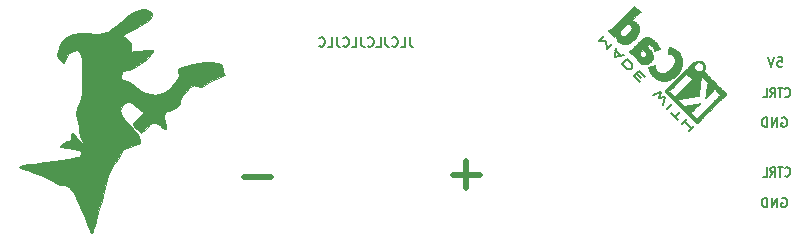
<source format=gbr>
%TF.GenerationSoftware,KiCad,Pcbnew,6.0.0-d3dd2cf0fa~116~ubuntu20.04.1*%
%TF.CreationDate,2021-12-27T17:03:20+01:00*%
%TF.ProjectId,VacuumPick,56616375-756d-4506-9963-6b2e6b696361,rev?*%
%TF.SameCoordinates,Original*%
%TF.FileFunction,Legend,Bot*%
%TF.FilePolarity,Positive*%
%FSLAX46Y46*%
G04 Gerber Fmt 4.6, Leading zero omitted, Abs format (unit mm)*
G04 Created by KiCad (PCBNEW 6.0.0-d3dd2cf0fa~116~ubuntu20.04.1) date 2021-12-27 17:03:20*
%MOMM*%
%LPD*%
G01*
G04 APERTURE LIST*
%ADD10C,0.150000*%
%ADD11C,0.500000*%
%ADD12C,0.010000*%
%ADD13C,0.002540*%
G04 APERTURE END LIST*
D10*
X135452380Y-71061904D02*
X135833333Y-71061904D01*
X135871428Y-71442857D01*
X135833333Y-71404761D01*
X135757142Y-71366666D01*
X135566666Y-71366666D01*
X135490476Y-71404761D01*
X135452380Y-71442857D01*
X135414285Y-71519047D01*
X135414285Y-71709523D01*
X135452380Y-71785714D01*
X135490476Y-71823809D01*
X135566666Y-71861904D01*
X135757142Y-71861904D01*
X135833333Y-71823809D01*
X135871428Y-71785714D01*
X135185714Y-71061904D02*
X134919047Y-71861904D01*
X134652380Y-71061904D01*
X136083333Y-74385714D02*
X136116666Y-74423809D01*
X136216666Y-74461904D01*
X136283333Y-74461904D01*
X136383333Y-74423809D01*
X136450000Y-74347619D01*
X136483333Y-74271428D01*
X136516666Y-74119047D01*
X136516666Y-74004761D01*
X136483333Y-73852380D01*
X136450000Y-73776190D01*
X136383333Y-73700000D01*
X136283333Y-73661904D01*
X136216666Y-73661904D01*
X136116666Y-73700000D01*
X136083333Y-73738095D01*
X135883333Y-73661904D02*
X135483333Y-73661904D01*
X135683333Y-74461904D02*
X135683333Y-73661904D01*
X134850000Y-74461904D02*
X135083333Y-74080952D01*
X135250000Y-74461904D02*
X135250000Y-73661904D01*
X134983333Y-73661904D01*
X134916666Y-73700000D01*
X134883333Y-73738095D01*
X134850000Y-73814285D01*
X134850000Y-73928571D01*
X134883333Y-74004761D01*
X134916666Y-74042857D01*
X134983333Y-74080952D01*
X135250000Y-74080952D01*
X134216666Y-74461904D02*
X134550000Y-74461904D01*
X134550000Y-73661904D01*
X135809523Y-76200000D02*
X135885714Y-76161904D01*
X136000000Y-76161904D01*
X136114285Y-76200000D01*
X136190476Y-76276190D01*
X136228571Y-76352380D01*
X136266666Y-76504761D01*
X136266666Y-76619047D01*
X136228571Y-76771428D01*
X136190476Y-76847619D01*
X136114285Y-76923809D01*
X136000000Y-76961904D01*
X135923809Y-76961904D01*
X135809523Y-76923809D01*
X135771428Y-76885714D01*
X135771428Y-76619047D01*
X135923809Y-76619047D01*
X135428571Y-76961904D02*
X135428571Y-76161904D01*
X134971428Y-76961904D01*
X134971428Y-76161904D01*
X134590476Y-76961904D02*
X134590476Y-76161904D01*
X134400000Y-76161904D01*
X134285714Y-76200000D01*
X134209523Y-76276190D01*
X134171428Y-76352380D01*
X134133333Y-76504761D01*
X134133333Y-76619047D01*
X134171428Y-76771428D01*
X134209523Y-76847619D01*
X134285714Y-76923809D01*
X134400000Y-76961904D01*
X134590476Y-76961904D01*
X135809523Y-83000000D02*
X135885714Y-82961904D01*
X136000000Y-82961904D01*
X136114285Y-83000000D01*
X136190476Y-83076190D01*
X136228571Y-83152380D01*
X136266666Y-83304761D01*
X136266666Y-83419047D01*
X136228571Y-83571428D01*
X136190476Y-83647619D01*
X136114285Y-83723809D01*
X136000000Y-83761904D01*
X135923809Y-83761904D01*
X135809523Y-83723809D01*
X135771428Y-83685714D01*
X135771428Y-83419047D01*
X135923809Y-83419047D01*
X135428571Y-83761904D02*
X135428571Y-82961904D01*
X134971428Y-83761904D01*
X134971428Y-82961904D01*
X134590476Y-83761904D02*
X134590476Y-82961904D01*
X134400000Y-82961904D01*
X134285714Y-83000000D01*
X134209523Y-83076190D01*
X134171428Y-83152380D01*
X134133333Y-83304761D01*
X134133333Y-83419047D01*
X134171428Y-83571428D01*
X134209523Y-83647619D01*
X134285714Y-83723809D01*
X134400000Y-83761904D01*
X134590476Y-83761904D01*
X136083333Y-81085714D02*
X136116666Y-81123809D01*
X136216666Y-81161904D01*
X136283333Y-81161904D01*
X136383333Y-81123809D01*
X136450000Y-81047619D01*
X136483333Y-80971428D01*
X136516666Y-80819047D01*
X136516666Y-80704761D01*
X136483333Y-80552380D01*
X136450000Y-80476190D01*
X136383333Y-80400000D01*
X136283333Y-80361904D01*
X136216666Y-80361904D01*
X136116666Y-80400000D01*
X136083333Y-80438095D01*
X135883333Y-80361904D02*
X135483333Y-80361904D01*
X135683333Y-81161904D02*
X135683333Y-80361904D01*
X134850000Y-81161904D02*
X135083333Y-80780952D01*
X135250000Y-81161904D02*
X135250000Y-80361904D01*
X134983333Y-80361904D01*
X134916666Y-80400000D01*
X134883333Y-80438095D01*
X134850000Y-80514285D01*
X134850000Y-80628571D01*
X134883333Y-80704761D01*
X134916666Y-80742857D01*
X134983333Y-80780952D01*
X135250000Y-80780952D01*
X134216666Y-81161904D02*
X134550000Y-81161904D01*
X134550000Y-80361904D01*
D11*
X92542857Y-81214285D02*
X90257142Y-81214285D01*
D10*
X104295238Y-69361904D02*
X104295238Y-69933333D01*
X104333333Y-70047619D01*
X104409523Y-70123809D01*
X104523809Y-70161904D01*
X104600000Y-70161904D01*
X103533333Y-70161904D02*
X103914285Y-70161904D01*
X103914285Y-69361904D01*
X102809523Y-70085714D02*
X102847619Y-70123809D01*
X102961904Y-70161904D01*
X103038095Y-70161904D01*
X103152380Y-70123809D01*
X103228571Y-70047619D01*
X103266666Y-69971428D01*
X103304761Y-69819047D01*
X103304761Y-69704761D01*
X103266666Y-69552380D01*
X103228571Y-69476190D01*
X103152380Y-69400000D01*
X103038095Y-69361904D01*
X102961904Y-69361904D01*
X102847619Y-69400000D01*
X102809523Y-69438095D01*
X102238095Y-69361904D02*
X102238095Y-69933333D01*
X102276190Y-70047619D01*
X102352380Y-70123809D01*
X102466666Y-70161904D01*
X102542857Y-70161904D01*
X101476190Y-70161904D02*
X101857142Y-70161904D01*
X101857142Y-69361904D01*
X100752380Y-70085714D02*
X100790476Y-70123809D01*
X100904761Y-70161904D01*
X100980952Y-70161904D01*
X101095238Y-70123809D01*
X101171428Y-70047619D01*
X101209523Y-69971428D01*
X101247619Y-69819047D01*
X101247619Y-69704761D01*
X101209523Y-69552380D01*
X101171428Y-69476190D01*
X101095238Y-69400000D01*
X100980952Y-69361904D01*
X100904761Y-69361904D01*
X100790476Y-69400000D01*
X100752380Y-69438095D01*
X100180952Y-69361904D02*
X100180952Y-69933333D01*
X100219047Y-70047619D01*
X100295238Y-70123809D01*
X100409523Y-70161904D01*
X100485714Y-70161904D01*
X99419047Y-70161904D02*
X99800000Y-70161904D01*
X99800000Y-69361904D01*
X98695238Y-70085714D02*
X98733333Y-70123809D01*
X98847619Y-70161904D01*
X98923809Y-70161904D01*
X99038095Y-70123809D01*
X99114285Y-70047619D01*
X99152380Y-69971428D01*
X99190476Y-69819047D01*
X99190476Y-69704761D01*
X99152380Y-69552380D01*
X99114285Y-69476190D01*
X99038095Y-69400000D01*
X98923809Y-69361904D01*
X98847619Y-69361904D01*
X98733333Y-69400000D01*
X98695238Y-69438095D01*
X98123809Y-69361904D02*
X98123809Y-69933333D01*
X98161904Y-70047619D01*
X98238095Y-70123809D01*
X98352380Y-70161904D01*
X98428571Y-70161904D01*
X97361904Y-70161904D02*
X97742857Y-70161904D01*
X97742857Y-69361904D01*
X96638095Y-70085714D02*
X96676190Y-70123809D01*
X96790476Y-70161904D01*
X96866666Y-70161904D01*
X96980952Y-70123809D01*
X97057142Y-70047619D01*
X97095238Y-69971428D01*
X97133333Y-69819047D01*
X97133333Y-69704761D01*
X97095238Y-69552380D01*
X97057142Y-69476190D01*
X96980952Y-69400000D01*
X96866666Y-69361904D01*
X96790476Y-69361904D01*
X96676190Y-69400000D01*
X96638095Y-69438095D01*
D11*
X110242857Y-81014285D02*
X107957142Y-81014285D01*
X109100000Y-82157142D02*
X109100000Y-79871428D01*
D10*
%TO.C,G\u002A\u002A\u002A*%
X120755277Y-69248375D02*
X120331013Y-69672639D01*
X120966399Y-69701933D01*
X120995693Y-70337319D01*
X121419957Y-69913055D01*
X121726034Y-70461568D02*
X122200805Y-70936340D01*
X121752297Y-70245396D02*
X121660374Y-71002000D01*
X122416978Y-70910076D01*
X122749318Y-71242416D02*
X122325054Y-71666680D01*
X122562440Y-71904066D01*
X122725074Y-72026294D01*
X122860435Y-72080843D01*
X122948318Y-72087914D01*
X123076607Y-72054579D01*
X123137217Y-71993970D01*
X123170552Y-71865680D01*
X123163481Y-71777797D01*
X123108932Y-71642436D01*
X122986704Y-71479802D01*
X122749318Y-71242416D01*
X123524105Y-72461670D02*
X123856445Y-72794010D01*
X124221110Y-72714208D02*
X123746339Y-72239437D01*
X123322075Y-72663701D01*
X123796846Y-73138472D01*
X124888821Y-74230447D02*
X125550471Y-74043569D01*
X125437334Y-74536524D01*
X125930288Y-74423386D01*
X125743410Y-75085036D01*
X126547492Y-75040590D02*
X126123228Y-75464854D01*
X126455568Y-75797194D02*
X127025294Y-76366920D01*
X127164695Y-75657793D02*
X126740431Y-76082057D01*
X127781898Y-76274996D02*
X127357634Y-76699260D01*
X127559664Y-76497230D02*
X128129390Y-77066956D01*
X128351624Y-76844722D02*
X127927360Y-77268986D01*
D12*
X126924714Y-70498382D02*
X126831668Y-70430684D01*
X126831668Y-70430684D02*
X126731128Y-70370020D01*
X126731128Y-70370020D02*
X126623332Y-70316755D01*
X126623332Y-70316755D02*
X126619087Y-70314877D01*
X126619087Y-70314877D02*
X126598336Y-70306297D01*
X126598336Y-70306297D02*
X126569716Y-70295255D01*
X126569716Y-70295255D02*
X126535425Y-70282561D01*
X126535425Y-70282561D02*
X126497659Y-70269017D01*
X126497659Y-70269017D02*
X126458619Y-70255430D01*
X126458619Y-70255430D02*
X126435628Y-70247637D01*
X126435628Y-70247637D02*
X126399017Y-70235102D01*
X126399017Y-70235102D02*
X126364351Y-70222744D01*
X126364351Y-70222744D02*
X126333339Y-70211213D01*
X126333339Y-70211213D02*
X126307697Y-70201157D01*
X126307697Y-70201157D02*
X126289134Y-70193223D01*
X126289134Y-70193223D02*
X126280914Y-70189070D01*
X126280914Y-70189070D02*
X126264144Y-70180513D01*
X126264144Y-70180513D02*
X126253250Y-70178014D01*
X126253250Y-70178014D02*
X126250422Y-70179241D01*
X126250422Y-70179241D02*
X126248653Y-70185278D01*
X126248653Y-70185278D02*
X126245241Y-70200564D01*
X126245241Y-70200564D02*
X126240397Y-70223954D01*
X126240397Y-70223954D02*
X126234334Y-70254305D01*
X126234334Y-70254305D02*
X126227265Y-70290473D01*
X126227265Y-70290473D02*
X126219402Y-70331316D01*
X126219402Y-70331316D02*
X126210958Y-70375690D01*
X126210958Y-70375690D02*
X126202145Y-70422452D01*
X126202145Y-70422452D02*
X126193177Y-70470458D01*
X126193177Y-70470458D02*
X126184265Y-70518565D01*
X126184265Y-70518565D02*
X126175621Y-70565629D01*
X126175621Y-70565629D02*
X126167460Y-70610508D01*
X126167460Y-70610508D02*
X126159993Y-70652057D01*
X126159993Y-70652057D02*
X126153432Y-70689134D01*
X126153432Y-70689134D02*
X126147991Y-70720593D01*
X126147991Y-70720593D02*
X126143881Y-70745295D01*
X126143881Y-70745295D02*
X126141316Y-70762094D01*
X126141316Y-70762094D02*
X126140508Y-70769846D01*
X126140508Y-70769846D02*
X126140563Y-70770190D01*
X126140563Y-70770190D02*
X126146292Y-70771689D01*
X126146292Y-70771689D02*
X126160476Y-70772796D01*
X126160476Y-70772796D02*
X126180992Y-70773404D01*
X126180992Y-70773404D02*
X126205714Y-70773411D01*
X126205714Y-70773411D02*
X126206200Y-70773404D01*
X126206200Y-70773404D02*
X126281959Y-70776970D01*
X126281959Y-70776970D02*
X126353410Y-70789847D01*
X126353410Y-70789847D02*
X126421010Y-70812240D01*
X126421010Y-70812240D02*
X126485221Y-70844355D01*
X126485221Y-70844355D02*
X126546496Y-70886397D01*
X126546496Y-70886397D02*
X126605298Y-70938573D01*
X126605298Y-70938573D02*
X126629100Y-70963270D01*
X126629100Y-70963270D02*
X126678049Y-71022444D01*
X126678049Y-71022444D02*
X126716625Y-71082993D01*
X126716625Y-71082993D02*
X126745010Y-71145480D01*
X126745010Y-71145480D02*
X126763382Y-71210466D01*
X126763382Y-71210466D02*
X126771922Y-71278516D01*
X126771922Y-71278516D02*
X126770811Y-71350191D01*
X126770811Y-71350191D02*
X126766129Y-71391509D01*
X126766129Y-71391509D02*
X126750067Y-71469022D01*
X126750067Y-71469022D02*
X126724127Y-71549392D01*
X126724127Y-71549392D02*
X126688501Y-71632213D01*
X126688501Y-71632213D02*
X126643380Y-71717082D01*
X126643380Y-71717082D02*
X126588955Y-71803593D01*
X126588955Y-71803593D02*
X126537308Y-71875753D01*
X126537308Y-71875753D02*
X126516119Y-71902042D01*
X126516119Y-71902042D02*
X126488372Y-71933750D01*
X126488372Y-71933750D02*
X126455541Y-71969405D01*
X126455541Y-71969405D02*
X126419098Y-72007533D01*
X126419098Y-72007533D02*
X126380514Y-72046660D01*
X126380514Y-72046660D02*
X126341266Y-72085317D01*
X126341266Y-72085317D02*
X126302824Y-72122027D01*
X126302824Y-72122027D02*
X126266661Y-72155319D01*
X126266661Y-72155319D02*
X126234252Y-72183720D01*
X126234252Y-72183720D02*
X126208026Y-72205025D01*
X126208026Y-72205025D02*
X126122379Y-72266351D01*
X126122379Y-72266351D02*
X126038669Y-72317403D01*
X126038669Y-72317403D02*
X125956683Y-72358268D01*
X125956683Y-72358268D02*
X125876204Y-72389032D01*
X125876204Y-72389032D02*
X125797016Y-72409785D01*
X125797016Y-72409785D02*
X125718904Y-72420612D01*
X125718904Y-72420612D02*
X125672410Y-72422381D01*
X125672410Y-72422381D02*
X125593097Y-72417584D01*
X125593097Y-72417584D02*
X125518370Y-72403278D01*
X125518370Y-72403278D02*
X125448439Y-72379589D01*
X125448439Y-72379589D02*
X125383514Y-72346646D01*
X125383514Y-72346646D02*
X125323807Y-72304572D01*
X125323807Y-72304572D02*
X125269526Y-72253498D01*
X125269526Y-72253498D02*
X125220883Y-72193549D01*
X125220883Y-72193549D02*
X125178087Y-72124853D01*
X125178087Y-72124853D02*
X125177283Y-72123374D01*
X125177283Y-72123374D02*
X125144698Y-72052273D01*
X125144698Y-72052273D02*
X125120718Y-71975160D01*
X125120718Y-71975160D02*
X125105399Y-71892259D01*
X125105399Y-71892259D02*
X125098797Y-71803790D01*
X125098797Y-71803790D02*
X125098769Y-71802601D01*
X125098769Y-71802601D02*
X125096996Y-71726000D01*
X125096996Y-71726000D02*
X125052921Y-71736357D01*
X125052921Y-71736357D02*
X125019866Y-71744169D01*
X125019866Y-71744169D02*
X124981492Y-71753314D01*
X124981492Y-71753314D02*
X124938898Y-71763524D01*
X124938898Y-71763524D02*
X124893185Y-71774530D01*
X124893185Y-71774530D02*
X124845450Y-71786065D01*
X124845450Y-71786065D02*
X124796795Y-71797860D01*
X124796795Y-71797860D02*
X124748320Y-71809646D01*
X124748320Y-71809646D02*
X124701125Y-71821155D01*
X124701125Y-71821155D02*
X124656309Y-71832119D01*
X124656309Y-71832119D02*
X124614972Y-71842270D01*
X124614972Y-71842270D02*
X124578214Y-71851339D01*
X124578214Y-71851339D02*
X124547136Y-71859059D01*
X124547136Y-71859059D02*
X124522835Y-71865160D01*
X124522835Y-71865160D02*
X124506415Y-71869374D01*
X124506415Y-71869374D02*
X124498972Y-71871433D01*
X124498972Y-71871433D02*
X124498663Y-71871560D01*
X124498663Y-71871560D02*
X124498637Y-71877279D01*
X124498637Y-71877279D02*
X124502910Y-71888905D01*
X124502910Y-71888905D02*
X124506466Y-71896166D01*
X124506466Y-71896166D02*
X124511813Y-71908453D01*
X124511813Y-71908453D02*
X124519365Y-71928748D01*
X124519365Y-71928748D02*
X124528374Y-71954901D01*
X124528374Y-71954901D02*
X124538096Y-71984757D01*
X124538096Y-71984757D02*
X124545955Y-72010091D01*
X124545955Y-72010091D02*
X124568214Y-72081665D01*
X124568214Y-72081665D02*
X124589040Y-72144414D01*
X124589040Y-72144414D02*
X124609063Y-72199891D01*
X124609063Y-72199891D02*
X124628915Y-72249652D01*
X124628915Y-72249652D02*
X124649224Y-72295252D01*
X124649224Y-72295252D02*
X124670623Y-72338246D01*
X124670623Y-72338246D02*
X124693740Y-72380186D01*
X124693740Y-72380186D02*
X124701161Y-72392892D01*
X124701161Y-72392892D02*
X124747030Y-72464691D01*
X124747030Y-72464691D02*
X124799781Y-72537260D01*
X124799781Y-72537260D02*
X124857231Y-72607942D01*
X124857231Y-72607942D02*
X124917199Y-72674079D01*
X124917199Y-72674079D02*
X124977503Y-72733011D01*
X124977503Y-72733011D02*
X124988272Y-72742690D01*
X124988272Y-72742690D02*
X125080788Y-72818601D01*
X125080788Y-72818601D02*
X125175387Y-72884149D01*
X125175387Y-72884149D02*
X125272222Y-72939373D01*
X125272222Y-72939373D02*
X125371443Y-72984314D01*
X125371443Y-72984314D02*
X125473202Y-73019011D01*
X125473202Y-73019011D02*
X125577648Y-73043506D01*
X125577648Y-73043506D02*
X125684934Y-73057837D01*
X125684934Y-73057837D02*
X125795211Y-73062045D01*
X125795211Y-73062045D02*
X125908630Y-73056171D01*
X125908630Y-73056171D02*
X126025341Y-73040254D01*
X126025341Y-73040254D02*
X126073186Y-73031041D01*
X126073186Y-73031041D02*
X126186626Y-73002345D01*
X126186626Y-73002345D02*
X126298311Y-72963794D01*
X126298311Y-72963794D02*
X126408539Y-72915244D01*
X126408539Y-72915244D02*
X126517610Y-72856549D01*
X126517610Y-72856549D02*
X126625823Y-72787563D01*
X126625823Y-72787563D02*
X126731447Y-72709736D01*
X126731447Y-72709736D02*
X126755345Y-72689909D01*
X126755345Y-72689909D02*
X126784757Y-72663868D01*
X126784757Y-72663868D02*
X126818047Y-72633203D01*
X126818047Y-72633203D02*
X126853576Y-72599503D01*
X126853576Y-72599503D02*
X126889709Y-72564357D01*
X126889709Y-72564357D02*
X126924810Y-72529354D01*
X126924810Y-72529354D02*
X126957241Y-72496085D01*
X126957241Y-72496085D02*
X126985365Y-72466136D01*
X126985365Y-72466136D02*
X127004820Y-72444295D01*
X127004820Y-72444295D02*
X127087965Y-72341281D01*
X127087965Y-72341281D02*
X127160675Y-72237814D01*
X127160675Y-72237814D02*
X127223100Y-72133523D01*
X127223100Y-72133523D02*
X127275387Y-72028036D01*
X127275387Y-72028036D02*
X127317686Y-71920983D01*
X127317686Y-71920983D02*
X127350146Y-71811992D01*
X127350146Y-71811992D02*
X127372913Y-71700690D01*
X127372913Y-71700690D02*
X127386140Y-71586708D01*
X127386140Y-71586708D02*
X127390006Y-71482200D01*
X127390006Y-71482200D02*
X127385141Y-71364174D01*
X127385141Y-71364174D02*
X127370376Y-71249543D01*
X127370376Y-71249543D02*
X127345952Y-71138671D01*
X127345952Y-71138671D02*
X127312109Y-71031921D01*
X127312109Y-71031921D02*
X127269087Y-70929657D01*
X127269087Y-70929657D02*
X127217127Y-70832245D01*
X127217127Y-70832245D02*
X127156469Y-70740047D01*
X127156469Y-70740047D02*
X127087354Y-70653428D01*
X127087354Y-70653428D02*
X127010023Y-70572752D01*
X127010023Y-70572752D02*
X126924714Y-70498382D01*
X126924714Y-70498382D02*
X126924714Y-70498382D01*
G36*
X126264144Y-70180513D02*
G01*
X126280914Y-70189070D01*
X126289134Y-70193223D01*
X126307697Y-70201157D01*
X126333339Y-70211213D01*
X126364351Y-70222744D01*
X126399017Y-70235102D01*
X126435628Y-70247637D01*
X126458619Y-70255430D01*
X126497659Y-70269017D01*
X126535425Y-70282561D01*
X126569716Y-70295255D01*
X126598336Y-70306297D01*
X126619087Y-70314877D01*
X126623332Y-70316755D01*
X126731128Y-70370020D01*
X126831668Y-70430684D01*
X126924714Y-70498382D01*
X127010023Y-70572752D01*
X127087354Y-70653428D01*
X127156469Y-70740047D01*
X127217127Y-70832245D01*
X127269087Y-70929657D01*
X127312109Y-71031921D01*
X127345952Y-71138671D01*
X127370376Y-71249543D01*
X127385141Y-71364174D01*
X127390006Y-71482200D01*
X127386140Y-71586708D01*
X127372913Y-71700690D01*
X127350146Y-71811992D01*
X127317686Y-71920983D01*
X127275387Y-72028036D01*
X127223100Y-72133523D01*
X127160675Y-72237814D01*
X127087965Y-72341281D01*
X127004820Y-72444295D01*
X126985365Y-72466136D01*
X126957241Y-72496085D01*
X126924810Y-72529354D01*
X126889709Y-72564357D01*
X126853576Y-72599503D01*
X126818047Y-72633203D01*
X126784757Y-72663868D01*
X126755345Y-72689909D01*
X126731447Y-72709736D01*
X126625823Y-72787563D01*
X126517610Y-72856549D01*
X126408539Y-72915244D01*
X126298311Y-72963794D01*
X126186626Y-73002345D01*
X126073186Y-73031041D01*
X126025341Y-73040254D01*
X125908630Y-73056171D01*
X125795211Y-73062045D01*
X125684934Y-73057837D01*
X125577648Y-73043506D01*
X125473202Y-73019011D01*
X125371443Y-72984314D01*
X125272222Y-72939373D01*
X125175387Y-72884149D01*
X125080788Y-72818601D01*
X124988272Y-72742690D01*
X124977503Y-72733011D01*
X124917199Y-72674079D01*
X124857231Y-72607942D01*
X124799781Y-72537260D01*
X124747030Y-72464691D01*
X124701161Y-72392892D01*
X124693740Y-72380186D01*
X124670623Y-72338246D01*
X124649224Y-72295252D01*
X124628915Y-72249652D01*
X124609063Y-72199891D01*
X124589040Y-72144414D01*
X124568214Y-72081665D01*
X124545955Y-72010091D01*
X124538096Y-71984757D01*
X124528374Y-71954901D01*
X124519365Y-71928748D01*
X124511813Y-71908453D01*
X124506466Y-71896166D01*
X124502910Y-71888905D01*
X124498637Y-71877279D01*
X124498663Y-71871560D01*
X124498972Y-71871433D01*
X124506415Y-71869374D01*
X124522835Y-71865160D01*
X124547136Y-71859059D01*
X124578214Y-71851339D01*
X124614972Y-71842270D01*
X124656309Y-71832119D01*
X124701125Y-71821155D01*
X124748320Y-71809646D01*
X124796795Y-71797860D01*
X124845450Y-71786065D01*
X124893185Y-71774530D01*
X124938898Y-71763524D01*
X124981492Y-71753314D01*
X125019866Y-71744169D01*
X125052921Y-71736357D01*
X125096996Y-71726000D01*
X125098769Y-71802601D01*
X125098797Y-71803790D01*
X125105399Y-71892259D01*
X125120718Y-71975160D01*
X125144698Y-72052273D01*
X125177283Y-72123374D01*
X125178087Y-72124853D01*
X125220883Y-72193549D01*
X125269526Y-72253498D01*
X125323807Y-72304572D01*
X125383514Y-72346646D01*
X125448439Y-72379589D01*
X125518370Y-72403278D01*
X125593097Y-72417584D01*
X125672410Y-72422381D01*
X125718904Y-72420612D01*
X125797016Y-72409785D01*
X125876204Y-72389032D01*
X125956683Y-72358268D01*
X126038669Y-72317403D01*
X126122379Y-72266351D01*
X126208026Y-72205025D01*
X126234252Y-72183720D01*
X126266661Y-72155319D01*
X126302824Y-72122027D01*
X126341266Y-72085317D01*
X126380514Y-72046660D01*
X126419098Y-72007533D01*
X126455541Y-71969405D01*
X126488372Y-71933750D01*
X126516119Y-71902042D01*
X126537308Y-71875753D01*
X126588955Y-71803593D01*
X126643380Y-71717082D01*
X126688501Y-71632213D01*
X126724127Y-71549392D01*
X126750067Y-71469022D01*
X126766129Y-71391509D01*
X126770811Y-71350191D01*
X126771922Y-71278516D01*
X126763382Y-71210466D01*
X126745010Y-71145480D01*
X126716625Y-71082993D01*
X126678049Y-71022444D01*
X126629100Y-70963270D01*
X126605298Y-70938573D01*
X126546496Y-70886397D01*
X126485221Y-70844355D01*
X126421010Y-70812240D01*
X126353410Y-70789847D01*
X126281959Y-70776970D01*
X126206200Y-70773404D01*
X126205714Y-70773411D01*
X126180992Y-70773404D01*
X126160476Y-70772796D01*
X126146292Y-70771689D01*
X126140563Y-70770190D01*
X126140508Y-70769846D01*
X126141316Y-70762094D01*
X126143881Y-70745295D01*
X126147991Y-70720593D01*
X126153432Y-70689134D01*
X126159993Y-70652057D01*
X126167460Y-70610508D01*
X126175621Y-70565629D01*
X126184265Y-70518565D01*
X126193177Y-70470458D01*
X126202145Y-70422452D01*
X126210958Y-70375690D01*
X126219402Y-70331316D01*
X126227265Y-70290473D01*
X126234334Y-70254305D01*
X126240397Y-70223954D01*
X126245241Y-70200564D01*
X126248653Y-70185278D01*
X126250422Y-70179241D01*
X126253250Y-70178014D01*
X126264144Y-70180513D01*
G37*
X126264144Y-70180513D02*
X126280914Y-70189070D01*
X126289134Y-70193223D01*
X126307697Y-70201157D01*
X126333339Y-70211213D01*
X126364351Y-70222744D01*
X126399017Y-70235102D01*
X126435628Y-70247637D01*
X126458619Y-70255430D01*
X126497659Y-70269017D01*
X126535425Y-70282561D01*
X126569716Y-70295255D01*
X126598336Y-70306297D01*
X126619087Y-70314877D01*
X126623332Y-70316755D01*
X126731128Y-70370020D01*
X126831668Y-70430684D01*
X126924714Y-70498382D01*
X127010023Y-70572752D01*
X127087354Y-70653428D01*
X127156469Y-70740047D01*
X127217127Y-70832245D01*
X127269087Y-70929657D01*
X127312109Y-71031921D01*
X127345952Y-71138671D01*
X127370376Y-71249543D01*
X127385141Y-71364174D01*
X127390006Y-71482200D01*
X127386140Y-71586708D01*
X127372913Y-71700690D01*
X127350146Y-71811992D01*
X127317686Y-71920983D01*
X127275387Y-72028036D01*
X127223100Y-72133523D01*
X127160675Y-72237814D01*
X127087965Y-72341281D01*
X127004820Y-72444295D01*
X126985365Y-72466136D01*
X126957241Y-72496085D01*
X126924810Y-72529354D01*
X126889709Y-72564357D01*
X126853576Y-72599503D01*
X126818047Y-72633203D01*
X126784757Y-72663868D01*
X126755345Y-72689909D01*
X126731447Y-72709736D01*
X126625823Y-72787563D01*
X126517610Y-72856549D01*
X126408539Y-72915244D01*
X126298311Y-72963794D01*
X126186626Y-73002345D01*
X126073186Y-73031041D01*
X126025341Y-73040254D01*
X125908630Y-73056171D01*
X125795211Y-73062045D01*
X125684934Y-73057837D01*
X125577648Y-73043506D01*
X125473202Y-73019011D01*
X125371443Y-72984314D01*
X125272222Y-72939373D01*
X125175387Y-72884149D01*
X125080788Y-72818601D01*
X124988272Y-72742690D01*
X124977503Y-72733011D01*
X124917199Y-72674079D01*
X124857231Y-72607942D01*
X124799781Y-72537260D01*
X124747030Y-72464691D01*
X124701161Y-72392892D01*
X124693740Y-72380186D01*
X124670623Y-72338246D01*
X124649224Y-72295252D01*
X124628915Y-72249652D01*
X124609063Y-72199891D01*
X124589040Y-72144414D01*
X124568214Y-72081665D01*
X124545955Y-72010091D01*
X124538096Y-71984757D01*
X124528374Y-71954901D01*
X124519365Y-71928748D01*
X124511813Y-71908453D01*
X124506466Y-71896166D01*
X124502910Y-71888905D01*
X124498637Y-71877279D01*
X124498663Y-71871560D01*
X124498972Y-71871433D01*
X124506415Y-71869374D01*
X124522835Y-71865160D01*
X124547136Y-71859059D01*
X124578214Y-71851339D01*
X124614972Y-71842270D01*
X124656309Y-71832119D01*
X124701125Y-71821155D01*
X124748320Y-71809646D01*
X124796795Y-71797860D01*
X124845450Y-71786065D01*
X124893185Y-71774530D01*
X124938898Y-71763524D01*
X124981492Y-71753314D01*
X125019866Y-71744169D01*
X125052921Y-71736357D01*
X125096996Y-71726000D01*
X125098769Y-71802601D01*
X125098797Y-71803790D01*
X125105399Y-71892259D01*
X125120718Y-71975160D01*
X125144698Y-72052273D01*
X125177283Y-72123374D01*
X125178087Y-72124853D01*
X125220883Y-72193549D01*
X125269526Y-72253498D01*
X125323807Y-72304572D01*
X125383514Y-72346646D01*
X125448439Y-72379589D01*
X125518370Y-72403278D01*
X125593097Y-72417584D01*
X125672410Y-72422381D01*
X125718904Y-72420612D01*
X125797016Y-72409785D01*
X125876204Y-72389032D01*
X125956683Y-72358268D01*
X126038669Y-72317403D01*
X126122379Y-72266351D01*
X126208026Y-72205025D01*
X126234252Y-72183720D01*
X126266661Y-72155319D01*
X126302824Y-72122027D01*
X126341266Y-72085317D01*
X126380514Y-72046660D01*
X126419098Y-72007533D01*
X126455541Y-71969405D01*
X126488372Y-71933750D01*
X126516119Y-71902042D01*
X126537308Y-71875753D01*
X126588955Y-71803593D01*
X126643380Y-71717082D01*
X126688501Y-71632213D01*
X126724127Y-71549392D01*
X126750067Y-71469022D01*
X126766129Y-71391509D01*
X126770811Y-71350191D01*
X126771922Y-71278516D01*
X126763382Y-71210466D01*
X126745010Y-71145480D01*
X126716625Y-71082993D01*
X126678049Y-71022444D01*
X126629100Y-70963270D01*
X126605298Y-70938573D01*
X126546496Y-70886397D01*
X126485221Y-70844355D01*
X126421010Y-70812240D01*
X126353410Y-70789847D01*
X126281959Y-70776970D01*
X126206200Y-70773404D01*
X126205714Y-70773411D01*
X126180992Y-70773404D01*
X126160476Y-70772796D01*
X126146292Y-70771689D01*
X126140563Y-70770190D01*
X126140508Y-70769846D01*
X126141316Y-70762094D01*
X126143881Y-70745295D01*
X126147991Y-70720593D01*
X126153432Y-70689134D01*
X126159993Y-70652057D01*
X126167460Y-70610508D01*
X126175621Y-70565629D01*
X126184265Y-70518565D01*
X126193177Y-70470458D01*
X126202145Y-70422452D01*
X126210958Y-70375690D01*
X126219402Y-70331316D01*
X126227265Y-70290473D01*
X126234334Y-70254305D01*
X126240397Y-70223954D01*
X126245241Y-70200564D01*
X126248653Y-70185278D01*
X126250422Y-70179241D01*
X126253250Y-70178014D01*
X126264144Y-70180513D01*
X129134490Y-71480439D02*
X129115147Y-71461952D01*
X129115147Y-71461952D02*
X129099662Y-71448143D01*
X129099662Y-71448143D02*
X129086263Y-71437571D01*
X129086263Y-71437571D02*
X129073177Y-71428795D01*
X129073177Y-71428795D02*
X129058631Y-71420371D01*
X129058631Y-71420371D02*
X129048879Y-71415107D01*
X129048879Y-71415107D02*
X128985448Y-71385663D01*
X128985448Y-71385663D02*
X128922406Y-71365579D01*
X128922406Y-71365579D02*
X128857003Y-71354164D01*
X128857003Y-71354164D02*
X128792784Y-71350727D01*
X128792784Y-71350727D02*
X128717877Y-71355414D01*
X128717877Y-71355414D02*
X128646162Y-71369976D01*
X128646162Y-71369976D02*
X128578197Y-71394220D01*
X128578197Y-71394220D02*
X128514544Y-71427958D01*
X128514544Y-71427958D02*
X128466923Y-71461798D01*
X128466923Y-71461798D02*
X128441410Y-71482232D01*
X128441410Y-71482232D02*
X128421597Y-71467373D01*
X128421597Y-71467373D02*
X128395176Y-71452448D01*
X128395176Y-71452448D02*
X128368591Y-71447640D01*
X128368591Y-71447640D02*
X128353390Y-71449164D01*
X128353390Y-71449164D02*
X128351630Y-71449657D01*
X128351630Y-71449657D02*
X128349422Y-71450680D01*
X128349422Y-71450680D02*
X128346525Y-71452471D01*
X128346525Y-71452471D02*
X128342695Y-71455268D01*
X128342695Y-71455268D02*
X128337692Y-71459314D01*
X128337692Y-71459314D02*
X128331271Y-71464845D01*
X128331271Y-71464845D02*
X128323193Y-71472104D01*
X128323193Y-71472104D02*
X128313214Y-71481327D01*
X128313214Y-71481327D02*
X128301092Y-71492755D01*
X128301092Y-71492755D02*
X128286586Y-71506627D01*
X128286586Y-71506627D02*
X128269453Y-71523184D01*
X128269453Y-71523184D02*
X128249451Y-71542662D01*
X128249451Y-71542662D02*
X128226338Y-71565305D01*
X128226338Y-71565305D02*
X128199871Y-71591349D01*
X128199871Y-71591349D02*
X128169809Y-71621035D01*
X128169809Y-71621035D02*
X128135909Y-71654602D01*
X128135909Y-71654602D02*
X128097930Y-71692289D01*
X128097930Y-71692289D02*
X128055630Y-71734336D01*
X128055630Y-71734336D02*
X128008766Y-71780983D01*
X128008766Y-71780983D02*
X127957095Y-71832469D01*
X127957095Y-71832469D02*
X127900377Y-71889032D01*
X127900377Y-71889032D02*
X127838368Y-71950914D01*
X127838368Y-71950914D02*
X127770826Y-72018352D01*
X127770826Y-72018352D02*
X127697511Y-72091588D01*
X127697511Y-72091588D02*
X127618179Y-72170860D01*
X127618179Y-72170860D02*
X127532589Y-72256407D01*
X127532589Y-72256407D02*
X127440497Y-72348469D01*
X127440497Y-72348469D02*
X127341663Y-72447286D01*
X127341663Y-72447286D02*
X127235843Y-72553097D01*
X127235843Y-72553097D02*
X127122797Y-72666141D01*
X127122797Y-72666141D02*
X127116735Y-72672203D01*
X127116735Y-72672203D02*
X127003365Y-72785575D01*
X127003365Y-72785575D02*
X126897240Y-72891707D01*
X126897240Y-72891707D02*
X126798119Y-72990842D01*
X126798119Y-72990842D02*
X126705763Y-73083223D01*
X126705763Y-73083223D02*
X126619932Y-73169093D01*
X126619932Y-73169093D02*
X126540385Y-73248695D01*
X126540385Y-73248695D02*
X126466883Y-73322270D01*
X126466883Y-73322270D02*
X126399186Y-73390064D01*
X126399186Y-73390064D02*
X126337051Y-73452317D01*
X126337051Y-73452317D02*
X126280242Y-73509273D01*
X126280242Y-73509273D02*
X126228519Y-73561174D01*
X126228519Y-73561174D02*
X126181639Y-73608264D01*
X126181639Y-73608264D02*
X126139363Y-73650786D01*
X126139363Y-73650786D02*
X126101451Y-73688981D01*
X126101451Y-73688981D02*
X126067664Y-73723093D01*
X126067664Y-73723093D02*
X126037761Y-73753365D01*
X126037761Y-73753365D02*
X126011502Y-73780039D01*
X126011502Y-73780039D02*
X125988647Y-73803358D01*
X125988647Y-73803358D02*
X125968956Y-73823567D01*
X125968956Y-73823567D02*
X125952190Y-73840904D01*
X125952190Y-73840904D02*
X125938107Y-73855616D01*
X125938107Y-73855616D02*
X125926469Y-73867945D01*
X125926469Y-73867945D02*
X125917034Y-73878132D01*
X125917034Y-73878132D02*
X125909564Y-73886421D01*
X125909564Y-73886421D02*
X125903817Y-73893056D01*
X125903817Y-73893056D02*
X125899554Y-73898278D01*
X125899554Y-73898278D02*
X125896535Y-73902331D01*
X125896535Y-73902331D02*
X125894520Y-73905456D01*
X125894520Y-73905456D02*
X125893269Y-73907898D01*
X125893269Y-73907898D02*
X125892541Y-73909898D01*
X125892541Y-73909898D02*
X125892318Y-73910730D01*
X125892318Y-73910730D02*
X125890318Y-73928571D01*
X125890318Y-73928571D02*
X125891883Y-73945613D01*
X125891883Y-73945613D02*
X125891960Y-73945919D01*
X125891960Y-73945919D02*
X125892727Y-73947776D01*
X125892727Y-73947776D02*
X125894403Y-73950475D01*
X125894403Y-73950475D02*
X125897211Y-73954242D01*
X125897211Y-73954242D02*
X125901379Y-73959308D01*
X125901379Y-73959308D02*
X125907133Y-73965898D01*
X125907133Y-73965898D02*
X125914700Y-73974243D01*
X125914700Y-73974243D02*
X125924305Y-73984570D01*
X125924305Y-73984570D02*
X125936174Y-73997107D01*
X125936174Y-73997107D02*
X125950533Y-74012083D01*
X125950533Y-74012083D02*
X125967611Y-74029724D01*
X125967611Y-74029724D02*
X125987631Y-74050262D01*
X125987631Y-74050262D02*
X126010821Y-74073923D01*
X126010821Y-74073923D02*
X126037406Y-74100935D01*
X126037406Y-74100935D02*
X126067612Y-74131527D01*
X126067612Y-74131527D02*
X126101667Y-74165927D01*
X126101667Y-74165927D02*
X126139796Y-74204363D01*
X126139796Y-74204363D02*
X126182225Y-74247063D01*
X126182225Y-74247063D02*
X126229181Y-74294256D01*
X126229181Y-74294256D02*
X126280889Y-74346170D01*
X126280889Y-74346170D02*
X126337578Y-74403032D01*
X126337578Y-74403032D02*
X126399470Y-74465071D01*
X126399470Y-74465071D02*
X126466794Y-74532517D01*
X126466794Y-74532517D02*
X126539775Y-74605596D01*
X126539775Y-74605596D02*
X126618641Y-74684536D01*
X126618641Y-74684536D02*
X126703616Y-74769567D01*
X126703616Y-74769567D02*
X126794928Y-74860916D01*
X126794928Y-74860916D02*
X126892802Y-74958812D01*
X126892802Y-74958812D02*
X126997464Y-75063482D01*
X126997464Y-75063482D02*
X127109141Y-75175155D01*
X127109141Y-75175155D02*
X127228059Y-75294060D01*
X127228059Y-75294060D02*
X127239018Y-75305018D01*
X127239018Y-75305018D02*
X127358611Y-75424590D01*
X127358611Y-75424590D02*
X127470952Y-75536901D01*
X127470952Y-75536901D02*
X127576267Y-75642178D01*
X127576267Y-75642178D02*
X127674785Y-75740646D01*
X127674785Y-75740646D02*
X127766735Y-75832533D01*
X127766735Y-75832533D02*
X127852345Y-75918062D01*
X127852345Y-75918062D02*
X127931842Y-75997461D01*
X127931842Y-75997461D02*
X128005454Y-76070956D01*
X128005454Y-76070956D02*
X128073409Y-76138772D01*
X128073409Y-76138772D02*
X128135937Y-76201136D01*
X128135937Y-76201136D02*
X128193264Y-76258273D01*
X128193264Y-76258273D02*
X128245618Y-76310409D01*
X128245618Y-76310409D02*
X128293228Y-76357770D01*
X128293228Y-76357770D02*
X128336323Y-76400583D01*
X128336323Y-76400583D02*
X128375128Y-76439073D01*
X128375128Y-76439073D02*
X128409874Y-76473467D01*
X128409874Y-76473467D02*
X128440788Y-76503989D01*
X128440788Y-76503989D02*
X128468097Y-76530867D01*
X128468097Y-76530867D02*
X128492031Y-76554326D01*
X128492031Y-76554326D02*
X128512816Y-76574592D01*
X128512816Y-76574592D02*
X128530682Y-76591891D01*
X128530682Y-76591891D02*
X128545856Y-76606449D01*
X128545856Y-76606449D02*
X128558566Y-76618492D01*
X128558566Y-76618492D02*
X128569040Y-76628246D01*
X128569040Y-76628246D02*
X128577507Y-76635936D01*
X128577507Y-76635936D02*
X128584193Y-76641790D01*
X128584193Y-76641790D02*
X128589328Y-76646032D01*
X128589328Y-76646032D02*
X128593140Y-76648890D01*
X128593140Y-76648890D02*
X128595856Y-76650587D01*
X128595856Y-76650587D02*
X128597704Y-76651353D01*
X128597704Y-76651353D02*
X128597769Y-76651368D01*
X128597769Y-76651368D02*
X128615004Y-76652741D01*
X128615004Y-76652741D02*
X128630052Y-76650890D01*
X128630052Y-76650890D02*
X128631988Y-76650086D01*
X128631988Y-76650086D02*
X128634808Y-76648325D01*
X128634808Y-76648325D02*
X128638753Y-76645373D01*
X128638753Y-76645373D02*
X128644058Y-76640989D01*
X128644058Y-76640989D02*
X128650966Y-76634940D01*
X128650966Y-76634940D02*
X128659715Y-76626987D01*
X128659715Y-76626987D02*
X128670543Y-76616893D01*
X128670543Y-76616893D02*
X128683690Y-76604423D01*
X128683690Y-76604423D02*
X128699395Y-76589339D01*
X128699395Y-76589339D02*
X128717898Y-76571404D01*
X128717898Y-76571404D02*
X128739438Y-76550383D01*
X128739438Y-76550383D02*
X128764253Y-76526036D01*
X128764253Y-76526036D02*
X128792583Y-76498128D01*
X128792583Y-76498128D02*
X128824667Y-76466422D01*
X128824667Y-76466422D02*
X128860743Y-76430682D01*
X128860743Y-76430682D02*
X128901052Y-76390670D01*
X128901052Y-76390670D02*
X128945834Y-76346150D01*
X128945834Y-76346150D02*
X128995325Y-76296884D01*
X128995325Y-76296884D02*
X129049767Y-76242637D01*
X129049767Y-76242637D02*
X129109397Y-76183170D01*
X129109397Y-76183170D02*
X129174455Y-76118248D01*
X129174455Y-76118248D02*
X129245181Y-76047635D01*
X129245181Y-76047635D02*
X129321813Y-75971090D01*
X129321813Y-75971090D02*
X129404590Y-75888381D01*
X129404590Y-75888381D02*
X129493753Y-75799268D01*
X129493753Y-75799268D02*
X129589539Y-75703516D01*
X129589539Y-75703516D02*
X129692189Y-75600887D01*
X129692189Y-75600887D02*
X129801941Y-75491144D01*
X129801941Y-75491144D02*
X129982255Y-75310830D01*
X129982255Y-75310830D02*
X130088458Y-75204623D01*
X130088458Y-75204623D02*
X130187655Y-75105415D01*
X130187655Y-75105415D02*
X130280087Y-75012961D01*
X130280087Y-75012961D02*
X130365995Y-74927021D01*
X130365995Y-74927021D02*
X130445616Y-74847352D01*
X130445616Y-74847352D02*
X130519191Y-74773710D01*
X130519191Y-74773710D02*
X130586960Y-74705854D01*
X130586960Y-74705854D02*
X130649163Y-74643541D01*
X130649163Y-74643541D02*
X130706037Y-74586528D01*
X130706037Y-74586528D02*
X130757824Y-74534573D01*
X130757824Y-74534573D02*
X130804764Y-74487434D01*
X130804764Y-74487434D02*
X130831796Y-74460251D01*
X130831796Y-74460251D02*
X130675247Y-74303702D01*
X130675247Y-74303702D02*
X130636286Y-74307685D01*
X130636286Y-74307685D02*
X130590161Y-74316234D01*
X130590161Y-74316234D02*
X130542405Y-74331892D01*
X130542405Y-74331892D02*
X130497484Y-74353121D01*
X130497484Y-74353121D02*
X130487228Y-74359113D01*
X130487228Y-74359113D02*
X130483132Y-74361775D01*
X130483132Y-74361775D02*
X130478299Y-74365282D01*
X130478299Y-74365282D02*
X130472427Y-74369931D01*
X130472427Y-74369931D02*
X130465214Y-74376019D01*
X130465214Y-74376019D02*
X130456355Y-74383846D01*
X130456355Y-74383846D02*
X130445550Y-74393705D01*
X130445550Y-74393705D02*
X130432494Y-74405895D01*
X130432494Y-74405895D02*
X130416885Y-74420716D01*
X130416885Y-74420716D02*
X130398420Y-74438463D01*
X130398420Y-74438463D02*
X130376797Y-74459433D01*
X130376797Y-74459433D02*
X130351712Y-74483922D01*
X130351712Y-74483922D02*
X130322863Y-74512232D01*
X130322863Y-74512232D02*
X130289947Y-74544656D01*
X130289947Y-74544656D02*
X130252661Y-74581494D01*
X130252661Y-74581494D02*
X130210702Y-74623041D01*
X130210702Y-74623041D02*
X130163768Y-74669597D01*
X130163768Y-74669597D02*
X130111556Y-74721457D01*
X130111556Y-74721457D02*
X130053762Y-74778919D01*
X130053762Y-74778919D02*
X129990085Y-74842281D01*
X129990085Y-74842281D02*
X129920220Y-74911840D01*
X129920220Y-74911840D02*
X129843866Y-74987893D01*
X129843866Y-74987893D02*
X129760720Y-75070738D01*
X129760720Y-75070738D02*
X129670479Y-75160672D01*
X129670479Y-75160672D02*
X129641535Y-75189520D01*
X129641535Y-75189520D02*
X129548308Y-75282475D01*
X129548308Y-75282475D02*
X129459049Y-75371547D01*
X129459049Y-75371547D02*
X129374001Y-75456488D01*
X129374001Y-75456488D02*
X129293407Y-75537057D01*
X129293407Y-75537057D02*
X129217510Y-75613008D01*
X129217510Y-75613008D02*
X129146551Y-75684098D01*
X129146551Y-75684098D02*
X129080776Y-75750081D01*
X129080776Y-75750081D02*
X129020427Y-75810713D01*
X129020427Y-75810713D02*
X128965747Y-75865751D01*
X128965747Y-75865751D02*
X128916979Y-75914950D01*
X128916979Y-75914950D02*
X128874366Y-75958065D01*
X128874366Y-75958065D02*
X128838150Y-75994854D01*
X128838150Y-75994854D02*
X128808575Y-76025069D01*
X128808575Y-76025069D02*
X128785884Y-76048470D01*
X128785884Y-76048470D02*
X128770320Y-76064810D01*
X128770320Y-76064810D02*
X128764504Y-76071123D01*
X128764504Y-76071123D02*
X128739744Y-76099022D01*
X128739744Y-76099022D02*
X128721002Y-76121047D01*
X128721002Y-76121047D02*
X128706951Y-76138942D01*
X128706951Y-76138942D02*
X128696265Y-76154452D01*
X128696265Y-76154452D02*
X128687617Y-76169323D01*
X128687617Y-76169323D02*
X128682974Y-76178423D01*
X128682974Y-76178423D02*
X128664490Y-76222158D01*
X128664490Y-76222158D02*
X128653282Y-76264350D01*
X128653282Y-76264350D02*
X128649023Y-76295744D01*
X128649023Y-76295744D02*
X128647336Y-76312009D01*
X128647336Y-76312009D02*
X128645740Y-76323240D01*
X128645740Y-76323240D02*
X128644895Y-76326399D01*
X128644895Y-76326399D02*
X128641013Y-76322979D01*
X128641013Y-76322979D02*
X128630207Y-76312614D01*
X128630207Y-76312614D02*
X128613026Y-76295848D01*
X128613026Y-76295848D02*
X128590022Y-76273226D01*
X128590022Y-76273226D02*
X128561746Y-76245294D01*
X128561746Y-76245294D02*
X128528747Y-76212597D01*
X128528747Y-76212597D02*
X128491577Y-76175681D01*
X128491577Y-76175681D02*
X128450787Y-76135090D01*
X128450787Y-76135090D02*
X128406925Y-76091371D01*
X128406925Y-76091371D02*
X128360545Y-76045069D01*
X128360545Y-76045069D02*
X128330718Y-76015257D01*
X128330718Y-76015257D02*
X128273243Y-75957740D01*
X128273243Y-75957740D02*
X128222896Y-75907265D01*
X128222896Y-75907265D02*
X128179287Y-75863426D01*
X128179287Y-75863426D02*
X128142023Y-75825822D01*
X128142023Y-75825822D02*
X128110714Y-75794046D01*
X128110714Y-75794046D02*
X128084964Y-75767695D01*
X128084964Y-75767695D02*
X128064386Y-75746366D01*
X128064386Y-75746366D02*
X128048585Y-75729653D01*
X128048585Y-75729653D02*
X128037169Y-75717153D01*
X128037169Y-75717153D02*
X128029747Y-75708463D01*
X128029747Y-75708463D02*
X128025926Y-75703178D01*
X128025926Y-75703178D02*
X128025316Y-75700894D01*
X128025316Y-75700894D02*
X128025571Y-75700754D01*
X128025571Y-75700754D02*
X128034789Y-75698851D01*
X128034789Y-75698851D02*
X128050332Y-75695961D01*
X128050332Y-75695961D02*
X128061783Y-75693936D01*
X128061783Y-75693936D02*
X128092594Y-75685885D01*
X128092594Y-75685885D02*
X128128788Y-75671939D01*
X128128788Y-75671939D02*
X128167839Y-75653232D01*
X128167839Y-75653232D02*
X128207219Y-75630898D01*
X128207219Y-75630898D02*
X128219348Y-75623253D01*
X128219348Y-75623253D02*
X128227619Y-75617833D01*
X128227619Y-75617833D02*
X128235606Y-75612343D01*
X128235606Y-75612343D02*
X128243855Y-75606269D01*
X128243855Y-75606269D02*
X128252908Y-75599098D01*
X128252908Y-75599098D02*
X128263306Y-75590315D01*
X128263306Y-75590315D02*
X128275595Y-75579406D01*
X128275595Y-75579406D02*
X128290315Y-75565856D01*
X128290315Y-75565856D02*
X128308010Y-75549151D01*
X128308010Y-75549151D02*
X128329222Y-75528778D01*
X128329222Y-75528778D02*
X128354495Y-75504222D01*
X128354495Y-75504222D02*
X128384370Y-75474968D01*
X128384370Y-75474968D02*
X128419391Y-75440502D01*
X128419391Y-75440502D02*
X128460100Y-75400311D01*
X128460100Y-75400311D02*
X128507041Y-75353879D01*
X128507041Y-75353879D02*
X128560755Y-75300694D01*
X128560755Y-75300694D02*
X128581924Y-75279727D01*
X128581924Y-75279727D02*
X128642319Y-75219821D01*
X128642319Y-75219821D02*
X128696691Y-75165713D01*
X128696691Y-75165713D02*
X128744860Y-75117590D01*
X128744860Y-75117590D02*
X128786644Y-75075635D01*
X128786644Y-75075635D02*
X128821860Y-75040033D01*
X128821860Y-75040033D02*
X128850327Y-75010967D01*
X128850327Y-75010967D02*
X128871864Y-74988623D01*
X128871864Y-74988623D02*
X128886287Y-74973185D01*
X128886287Y-74973185D02*
X128893415Y-74964838D01*
X128893415Y-74964838D02*
X128894130Y-74963315D01*
X128894130Y-74963315D02*
X128888280Y-74963756D01*
X128888280Y-74963756D02*
X128872858Y-74965702D01*
X128872858Y-74965702D02*
X128848747Y-74969017D01*
X128848747Y-74969017D02*
X128816830Y-74973566D01*
X128816830Y-74973566D02*
X128777992Y-74979215D01*
X128777992Y-74979215D02*
X128733115Y-74985828D01*
X128733115Y-74985828D02*
X128683081Y-74993271D01*
X128683081Y-74993271D02*
X128628776Y-75001409D01*
X128628776Y-75001409D02*
X128571082Y-75010106D01*
X128571082Y-75010106D02*
X128510883Y-75019228D01*
X128510883Y-75019228D02*
X128449062Y-75028641D01*
X128449062Y-75028641D02*
X128386501Y-75038209D01*
X128386501Y-75038209D02*
X128324087Y-75047796D01*
X128324087Y-75047796D02*
X128262699Y-75057269D01*
X128262699Y-75057269D02*
X128203224Y-75066491D01*
X128203224Y-75066491D02*
X128146543Y-75075330D01*
X128146543Y-75075330D02*
X128093540Y-75083649D01*
X128093540Y-75083649D02*
X128045098Y-75091313D01*
X128045098Y-75091313D02*
X128002102Y-75098188D01*
X128002102Y-75098188D02*
X127965434Y-75104138D01*
X127965434Y-75104138D02*
X127935976Y-75109029D01*
X127935976Y-75109029D02*
X127914614Y-75112726D01*
X127914614Y-75112726D02*
X127908161Y-75113910D01*
X127908161Y-75113910D02*
X127853029Y-75125539D01*
X127853029Y-75125539D02*
X127800987Y-75138861D01*
X127800987Y-75138861D02*
X127754458Y-75153193D01*
X127754458Y-75153193D02*
X127715864Y-75167847D01*
X127715864Y-75167847D02*
X127712867Y-75169157D01*
X127712867Y-75169157D02*
X127697903Y-75176403D01*
X127697903Y-75176403D02*
X127684533Y-75184699D01*
X127684533Y-75184699D02*
X127670460Y-75195821D01*
X127670460Y-75195821D02*
X127653392Y-75211547D01*
X127653392Y-75211547D02*
X127635905Y-75228771D01*
X127635905Y-75228771D02*
X127590067Y-75274609D01*
X127590067Y-75274609D02*
X127246664Y-74931204D01*
X127246664Y-74931204D02*
X126903261Y-74587799D01*
X126903261Y-74587799D02*
X126907781Y-74588137D01*
X126907781Y-74588137D02*
X126785807Y-74466163D01*
X126785807Y-74466163D02*
X126781831Y-74462845D01*
X126781831Y-74462845D02*
X126770953Y-74452592D01*
X126770953Y-74452592D02*
X126753742Y-74435967D01*
X126753742Y-74435967D02*
X126730767Y-74413529D01*
X126730767Y-74413529D02*
X126702599Y-74385843D01*
X126702599Y-74385843D02*
X126669807Y-74353468D01*
X126669807Y-74353468D02*
X126632959Y-74316967D01*
X126632959Y-74316967D02*
X126592625Y-74276899D01*
X126592625Y-74276899D02*
X126549377Y-74233827D01*
X126549377Y-74233827D02*
X126503781Y-74188314D01*
X126503781Y-74188314D02*
X126490012Y-74174551D01*
X126490012Y-74174551D02*
X126196307Y-73880846D01*
X126196307Y-73880846D02*
X126227727Y-73876718D01*
X126227727Y-73876718D02*
X126270535Y-73867349D01*
X126270535Y-73867349D02*
X126316019Y-73850628D01*
X126316019Y-73850628D02*
X126342812Y-73837727D01*
X126342812Y-73837727D02*
X126346467Y-73835550D01*
X126346467Y-73835550D02*
X126351133Y-73832244D01*
X126351133Y-73832244D02*
X126357134Y-73827488D01*
X126357134Y-73827488D02*
X126364794Y-73820964D01*
X126364794Y-73820964D02*
X126374440Y-73812354D01*
X126374440Y-73812354D02*
X126386398Y-73801337D01*
X126386398Y-73801337D02*
X126400989Y-73787597D01*
X126400989Y-73787597D02*
X126418544Y-73770813D01*
X126418544Y-73770813D02*
X126439385Y-73750668D01*
X126439385Y-73750668D02*
X126463837Y-73726842D01*
X126463837Y-73726842D02*
X126492227Y-73699017D01*
X126492227Y-73699017D02*
X126524879Y-73666874D01*
X126524879Y-73666874D02*
X126562119Y-73630094D01*
X126562119Y-73630094D02*
X126604271Y-73588359D01*
X126604271Y-73588359D02*
X126651661Y-73541349D01*
X126651661Y-73541349D02*
X126704615Y-73488747D01*
X126704615Y-73488747D02*
X126763458Y-73430232D01*
X126763458Y-73430232D02*
X126828515Y-73365488D01*
X126828515Y-73365488D02*
X126900111Y-73294195D01*
X126900111Y-73294195D02*
X126978571Y-73216033D01*
X126978571Y-73216033D02*
X127056847Y-73138035D01*
X127056847Y-73138035D02*
X127745581Y-72451666D01*
X127745581Y-72451666D02*
X128009483Y-72715569D01*
X128009483Y-72715569D02*
X128062002Y-72768136D01*
X128062002Y-72768136D02*
X128107416Y-72813705D01*
X128107416Y-72813705D02*
X128146148Y-72852713D01*
X128146148Y-72852713D02*
X128178623Y-72885603D01*
X128178623Y-72885603D02*
X128205263Y-72912811D01*
X128205263Y-72912811D02*
X128226494Y-72934777D01*
X128226494Y-72934777D02*
X128242738Y-72951941D01*
X128242738Y-72951941D02*
X128254420Y-72964741D01*
X128254420Y-72964741D02*
X128261962Y-72973617D01*
X128261962Y-72973617D02*
X128265788Y-72979008D01*
X128265788Y-72979008D02*
X128266324Y-72981353D01*
X128266324Y-72981353D02*
X128266059Y-72981499D01*
X128266059Y-72981499D02*
X128255316Y-72983373D01*
X128255316Y-72983373D02*
X128244632Y-72984395D01*
X128244632Y-72984395D02*
X128228040Y-72987366D01*
X128228040Y-72987366D02*
X128205296Y-72993959D01*
X128205296Y-72993959D02*
X128179683Y-73002985D01*
X128179683Y-73002985D02*
X128154478Y-73013256D01*
X128154478Y-73013256D02*
X128132960Y-73023584D01*
X128132960Y-73023584D02*
X128126547Y-73027206D01*
X128126547Y-73027206D02*
X128119207Y-73033113D01*
X128119207Y-73033113D02*
X128104912Y-73046068D01*
X128104912Y-73046068D02*
X128084148Y-73065589D01*
X128084148Y-73065589D02*
X128057393Y-73091196D01*
X128057393Y-73091196D02*
X128025132Y-73122407D01*
X128025132Y-73122407D02*
X127987846Y-73158737D01*
X127987846Y-73158737D02*
X127946016Y-73199707D01*
X127946016Y-73199707D02*
X127900125Y-73244833D01*
X127900125Y-73244833D02*
X127850654Y-73293635D01*
X127850654Y-73293635D02*
X127798085Y-73345630D01*
X127798085Y-73345630D02*
X127742901Y-73400336D01*
X127742901Y-73400336D02*
X127685583Y-73457271D01*
X127685583Y-73457271D02*
X127626612Y-73515955D01*
X127626612Y-73515955D02*
X127566472Y-73575903D01*
X127566472Y-73575903D02*
X127505643Y-73636635D01*
X127505643Y-73636635D02*
X127444609Y-73697669D01*
X127444609Y-73697669D02*
X127383850Y-73758523D01*
X127383850Y-73758523D02*
X127323849Y-73818714D01*
X127323849Y-73818714D02*
X127265087Y-73877761D01*
X127265087Y-73877761D02*
X127208046Y-73935182D01*
X127208046Y-73935182D02*
X127153210Y-73990495D01*
X127153210Y-73990495D02*
X127101058Y-74043218D01*
X127101058Y-74043218D02*
X127052074Y-74092870D01*
X127052074Y-74092870D02*
X127006739Y-74138968D01*
X127006739Y-74138968D02*
X126965534Y-74181029D01*
X126965534Y-74181029D02*
X126928943Y-74218574D01*
X126928943Y-74218574D02*
X126897446Y-74251118D01*
X126897446Y-74251118D02*
X126871526Y-74278181D01*
X126871526Y-74278181D02*
X126851665Y-74299281D01*
X126851665Y-74299281D02*
X126838344Y-74313935D01*
X126838344Y-74313935D02*
X126832047Y-74321663D01*
X126832047Y-74321663D02*
X126831913Y-74321878D01*
X126831913Y-74321878D02*
X126816996Y-74351161D01*
X126816996Y-74351161D02*
X126803965Y-74384742D01*
X126803965Y-74384742D02*
X126794460Y-74417949D01*
X126794460Y-74417949D02*
X126790694Y-74439246D01*
X126790694Y-74439246D02*
X126788640Y-74454295D01*
X126788640Y-74454295D02*
X126786607Y-74464240D01*
X126786607Y-74464240D02*
X126785807Y-74466163D01*
X126785807Y-74466163D02*
X126907781Y-74588137D01*
X126907781Y-74588137D02*
X126951684Y-74591425D01*
X126951684Y-74591425D02*
X126976149Y-74592262D01*
X126976149Y-74592262D02*
X127009162Y-74591920D01*
X127009162Y-74591920D02*
X127048770Y-74590512D01*
X127048770Y-74590512D02*
X127093016Y-74588154D01*
X127093016Y-74588154D02*
X127139945Y-74584955D01*
X127139945Y-74584955D02*
X127187603Y-74581031D01*
X127187603Y-74581031D02*
X127234033Y-74576493D01*
X127234033Y-74576493D02*
X127259534Y-74573637D01*
X127259534Y-74573637D02*
X127271928Y-74571957D01*
X127271928Y-74571957D02*
X127294116Y-74568708D01*
X127294116Y-74568708D02*
X127325442Y-74563990D01*
X127325442Y-74563990D02*
X127365252Y-74557907D01*
X127365252Y-74557907D02*
X127412888Y-74550560D01*
X127412888Y-74550560D02*
X127467696Y-74542052D01*
X127467696Y-74542052D02*
X127529019Y-74532486D01*
X127529019Y-74532486D02*
X127596200Y-74521963D01*
X127596200Y-74521963D02*
X127668587Y-74510587D01*
X127668587Y-74510587D02*
X127745520Y-74498461D01*
X127745520Y-74498461D02*
X127826346Y-74485685D01*
X127826346Y-74485685D02*
X127910407Y-74472363D01*
X127910407Y-74472363D02*
X127997050Y-74458597D01*
X127997050Y-74458597D02*
X128055105Y-74449354D01*
X128055105Y-74449354D02*
X128790434Y-74332184D01*
X128790434Y-74332184D02*
X128793320Y-74304512D01*
X128793320Y-74304512D02*
X128794245Y-74295841D01*
X128794245Y-74295841D02*
X128796242Y-74277312D01*
X128796242Y-74277312D02*
X128799233Y-74249589D01*
X128799233Y-74249589D02*
X128803153Y-74213335D01*
X128803153Y-74213335D02*
X128807926Y-74169213D01*
X128807926Y-74169213D02*
X128813481Y-74117887D01*
X128813481Y-74117887D02*
X128819745Y-74060020D01*
X128819745Y-74060020D02*
X128826649Y-73996278D01*
X128826649Y-73996278D02*
X128834119Y-73927321D01*
X128834119Y-73927321D02*
X128842083Y-73853815D01*
X128842083Y-73853815D02*
X128850472Y-73776423D01*
X128850472Y-73776423D02*
X128859210Y-73695807D01*
X128859210Y-73695807D02*
X128867951Y-73615196D01*
X128867951Y-73615196D02*
X128877036Y-73531219D01*
X128877036Y-73531219D02*
X128885867Y-73449254D01*
X128885867Y-73449254D02*
X128894365Y-73370016D01*
X128894365Y-73370016D02*
X128902456Y-73294222D01*
X128902456Y-73294222D02*
X128910067Y-73222587D01*
X128910067Y-73222587D02*
X128917119Y-73155829D01*
X128917119Y-73155829D02*
X128923540Y-73094663D01*
X128923540Y-73094663D02*
X128929253Y-73039804D01*
X128929253Y-73039804D02*
X128934184Y-72991970D01*
X128934184Y-72991970D02*
X128938256Y-72951877D01*
X128938256Y-72951877D02*
X128941396Y-72920240D01*
X128941396Y-72920240D02*
X128943528Y-72897775D01*
X128943528Y-72897775D02*
X128944511Y-72886142D01*
X128944511Y-72886142D02*
X128946676Y-72845591D01*
X128946676Y-72845591D02*
X128947772Y-72801486D01*
X128947772Y-72801486D02*
X128947853Y-72756072D01*
X128947853Y-72756072D02*
X128946968Y-72711590D01*
X128946968Y-72711590D02*
X128945172Y-72670286D01*
X128945172Y-72670286D02*
X128942513Y-72634400D01*
X128942513Y-72634400D02*
X128939046Y-72606177D01*
X128939046Y-72606177D02*
X128937894Y-72599737D01*
X128937894Y-72599737D02*
X128929704Y-72558159D01*
X128929704Y-72558159D02*
X129608366Y-73236822D01*
X129608366Y-73236822D02*
X129592816Y-73244332D01*
X129592816Y-73244332D02*
X129581404Y-73252154D01*
X129581404Y-73252154D02*
X129566634Y-73265331D01*
X129566634Y-73265331D02*
X129552221Y-73280445D01*
X129552221Y-73280445D02*
X129529680Y-73311429D01*
X129529680Y-73311429D02*
X129509882Y-73350027D01*
X129509882Y-73350027D02*
X129492602Y-73396883D01*
X129492602Y-73396883D02*
X129477618Y-73452640D01*
X129477618Y-73452640D02*
X129464706Y-73517945D01*
X129464706Y-73517945D02*
X129460315Y-73545267D01*
X129460315Y-73545267D02*
X129458194Y-73560452D01*
X129458194Y-73560452D02*
X129455091Y-73584393D01*
X129455091Y-73584393D02*
X129451113Y-73616184D01*
X129451113Y-73616184D02*
X129446363Y-73654920D01*
X129446363Y-73654920D02*
X129440947Y-73699694D01*
X129440947Y-73699694D02*
X129434970Y-73749601D01*
X129434970Y-73749601D02*
X129428537Y-73803735D01*
X129428537Y-73803735D02*
X129421753Y-73861191D01*
X129421753Y-73861191D02*
X129414722Y-73921061D01*
X129414722Y-73921061D02*
X129407551Y-73982440D01*
X129407551Y-73982440D02*
X129400343Y-74044425D01*
X129400343Y-74044425D02*
X129393205Y-74106106D01*
X129393205Y-74106106D02*
X129386240Y-74166579D01*
X129386240Y-74166579D02*
X129379554Y-74224940D01*
X129379554Y-74224940D02*
X129373253Y-74280280D01*
X129373253Y-74280280D02*
X129367440Y-74331695D01*
X129367440Y-74331695D02*
X129362221Y-74378279D01*
X129362221Y-74378279D02*
X129357702Y-74419126D01*
X129357702Y-74419126D02*
X129353986Y-74453330D01*
X129353986Y-74453330D02*
X129351180Y-74479985D01*
X129351180Y-74479985D02*
X129349387Y-74498187D01*
X129349387Y-74498187D02*
X129348714Y-74507027D01*
X129348714Y-74507027D02*
X129348737Y-74507690D01*
X129348737Y-74507690D02*
X129352613Y-74505250D01*
X129352613Y-74505250D02*
X129363203Y-74495938D01*
X129363203Y-74495938D02*
X129379817Y-74480447D01*
X129379817Y-74480447D02*
X129401763Y-74459469D01*
X129401763Y-74459469D02*
X129428351Y-74433693D01*
X129428351Y-74433693D02*
X129458892Y-74403812D01*
X129458892Y-74403812D02*
X129492694Y-74370517D01*
X129492694Y-74370517D02*
X129529067Y-74334500D01*
X129529067Y-74334500D02*
X129567321Y-74296452D01*
X129567321Y-74296452D02*
X129606765Y-74257063D01*
X129606765Y-74257063D02*
X129646708Y-74217026D01*
X129646708Y-74217026D02*
X129686461Y-74177032D01*
X129686461Y-74177032D02*
X129725332Y-74137772D01*
X129725332Y-74137772D02*
X129762632Y-74099938D01*
X129762632Y-74099938D02*
X129797670Y-74064221D01*
X129797670Y-74064221D02*
X129829755Y-74031312D01*
X129829755Y-74031312D02*
X129858198Y-74001902D01*
X129858198Y-74001902D02*
X129882307Y-73976683D01*
X129882307Y-73976683D02*
X129901391Y-73956347D01*
X129901391Y-73956347D02*
X129914762Y-73941584D01*
X129914762Y-73941584D02*
X129918684Y-73936999D01*
X129918684Y-73936999D02*
X129960441Y-73882023D01*
X129960441Y-73882023D02*
X129993937Y-73828051D01*
X129993937Y-73828051D02*
X130018736Y-73775941D01*
X130018736Y-73775941D02*
X130034400Y-73726545D01*
X130034400Y-73726545D02*
X130038722Y-73702725D01*
X130038722Y-73702725D02*
X130042851Y-73671306D01*
X130042851Y-73671306D02*
X130675247Y-74303702D01*
X130675247Y-74303702D02*
X130831796Y-74460251D01*
X130831796Y-74460251D02*
X130847094Y-74444867D01*
X130847094Y-74444867D02*
X130885056Y-74406631D01*
X130885056Y-74406631D02*
X130918888Y-74372482D01*
X130918888Y-74372482D02*
X130948832Y-74342179D01*
X130948832Y-74342179D02*
X130975126Y-74315478D01*
X130975126Y-74315478D02*
X130998009Y-74292137D01*
X130998009Y-74292137D02*
X131017722Y-74271914D01*
X131017722Y-74271914D02*
X131034504Y-74254567D01*
X131034504Y-74254567D02*
X131048594Y-74239851D01*
X131048594Y-74239851D02*
X131060233Y-74227526D01*
X131060233Y-74227526D02*
X131069660Y-74217349D01*
X131069660Y-74217349D02*
X131077115Y-74209076D01*
X131077115Y-74209076D02*
X131082836Y-74202466D01*
X131082836Y-74202466D02*
X131087065Y-74197276D01*
X131087065Y-74197276D02*
X131090039Y-74193264D01*
X131090039Y-74193264D02*
X131092000Y-74190186D01*
X131092000Y-74190186D02*
X131093187Y-74187800D01*
X131093187Y-74187800D02*
X131093839Y-74185865D01*
X131093839Y-74185865D02*
X131094196Y-74184136D01*
X131094196Y-74184136D02*
X131094209Y-74184057D01*
X131094209Y-74184057D02*
X131094409Y-74166518D01*
X131094409Y-74166518D02*
X131094263Y-74165780D01*
X131094263Y-74165780D02*
X129067865Y-72139382D01*
X129067865Y-72139382D02*
X129032921Y-72172099D01*
X129032921Y-72172099D02*
X128997363Y-72199077D01*
X128997363Y-72199077D02*
X128986330Y-72206009D01*
X128986330Y-72206009D02*
X128931741Y-72232373D01*
X128931741Y-72232373D02*
X128873595Y-72249466D01*
X128873595Y-72249466D02*
X128813419Y-72257284D01*
X128813419Y-72257284D02*
X128752738Y-72255822D01*
X128752738Y-72255822D02*
X128693079Y-72245075D01*
X128693079Y-72245075D02*
X128635969Y-72225037D01*
X128635969Y-72225037D02*
X128601417Y-72207308D01*
X128601417Y-72207308D02*
X128573980Y-72188469D01*
X128573980Y-72188469D02*
X128543877Y-72163183D01*
X128543877Y-72163183D02*
X128513838Y-72134109D01*
X128513838Y-72134109D02*
X128486599Y-72103901D01*
X128486599Y-72103901D02*
X128464891Y-72075218D01*
X128464891Y-72075218D02*
X128463771Y-72073521D01*
X128463771Y-72073521D02*
X128440832Y-72030475D01*
X128440832Y-72030475D02*
X128423279Y-71981047D01*
X128423279Y-71981047D02*
X128411872Y-71928371D01*
X128411872Y-71928371D02*
X128407368Y-71875584D01*
X128407368Y-71875584D02*
X128408367Y-71844267D01*
X128408367Y-71844267D02*
X128417845Y-71787591D01*
X128417845Y-71787591D02*
X128436395Y-71731287D01*
X128436395Y-71731287D02*
X128447952Y-71705972D01*
X128447952Y-71705972D02*
X128456596Y-71689419D01*
X128456596Y-71689419D02*
X128465007Y-71675497D01*
X128465007Y-71675497D02*
X128474824Y-71662138D01*
X128474824Y-71662138D02*
X128487684Y-71647270D01*
X128487684Y-71647270D02*
X128505224Y-71628825D01*
X128505224Y-71628825D02*
X128523964Y-71609862D01*
X128523964Y-71609862D02*
X128546571Y-71587393D01*
X128546571Y-71587393D02*
X128563917Y-71570949D01*
X128563917Y-71570949D02*
X128578049Y-71558905D01*
X128578049Y-71558905D02*
X128591019Y-71549632D01*
X128591019Y-71549632D02*
X128604879Y-71541509D01*
X128604879Y-71541509D02*
X128619975Y-71533751D01*
X128619975Y-71533751D02*
X128673549Y-71512728D01*
X128673549Y-71512728D02*
X128731094Y-71500236D01*
X128731094Y-71500236D02*
X128790704Y-71496170D01*
X128790704Y-71496170D02*
X128850478Y-71500426D01*
X128850478Y-71500426D02*
X128908511Y-71512897D01*
X128908511Y-71512897D02*
X128962901Y-71533479D01*
X128962901Y-71533479D02*
X129001168Y-71554832D01*
X129001168Y-71554832D02*
X129035961Y-71581554D01*
X129035961Y-71581554D02*
X129070574Y-71615280D01*
X129070574Y-71615280D02*
X129102109Y-71652788D01*
X129102109Y-71652788D02*
X129127667Y-71690855D01*
X129127667Y-71690855D02*
X129134075Y-71702560D01*
X129134075Y-71702560D02*
X129157482Y-71759368D01*
X129157482Y-71759368D02*
X129171267Y-71818932D01*
X129171267Y-71818932D02*
X129175471Y-71879804D01*
X129175471Y-71879804D02*
X129170136Y-71940531D01*
X129170136Y-71940531D02*
X129155304Y-71999663D01*
X129155304Y-71999663D02*
X129131018Y-72055750D01*
X129131018Y-72055750D02*
X129123454Y-72069159D01*
X129123454Y-72069159D02*
X129099081Y-72104032D01*
X129099081Y-72104032D02*
X129067865Y-72139382D01*
X129067865Y-72139382D02*
X131094263Y-74165780D01*
X131094263Y-74165780D02*
X131090802Y-74148301D01*
X131090802Y-74148301D02*
X131090480Y-74147367D01*
X131090480Y-74147367D02*
X131089340Y-74144945D01*
X131089340Y-74144945D02*
X131087210Y-74141627D01*
X131087210Y-74141627D02*
X131083820Y-74137138D01*
X131083820Y-74137138D02*
X131078900Y-74131205D01*
X131078900Y-74131205D02*
X131072182Y-74123556D01*
X131072182Y-74123556D02*
X131063395Y-74113916D01*
X131063395Y-74113916D02*
X131052269Y-74102013D01*
X131052269Y-74102013D02*
X131038534Y-74087574D01*
X131038534Y-74087574D02*
X131021922Y-74070324D01*
X131021922Y-74070324D02*
X131002162Y-74049993D01*
X131002162Y-74049993D02*
X130978983Y-74026304D01*
X130978983Y-74026304D02*
X130952117Y-73998987D01*
X130952117Y-73998987D02*
X130921295Y-73967768D01*
X130921295Y-73967768D02*
X130886245Y-73932372D01*
X130886245Y-73932372D02*
X130846698Y-73892529D01*
X130846698Y-73892529D02*
X130802386Y-73847963D01*
X130802386Y-73847963D02*
X130753036Y-73798401D01*
X130753036Y-73798401D02*
X130698380Y-73743571D01*
X130698380Y-73743571D02*
X130638149Y-73683200D01*
X130638149Y-73683200D02*
X130572072Y-73617014D01*
X130572072Y-73617014D02*
X130499880Y-73544740D01*
X130499880Y-73544740D02*
X130421301Y-73466104D01*
X130421301Y-73466104D02*
X130336069Y-73380834D01*
X130336069Y-73380834D02*
X130243912Y-73288657D01*
X130243912Y-73288657D02*
X130144561Y-73189299D01*
X130144561Y-73189299D02*
X130135245Y-73179984D01*
X130135245Y-73179984D02*
X130035214Y-73079947D01*
X130035214Y-73079947D02*
X129942407Y-72987120D01*
X129942407Y-72987120D02*
X129856557Y-72901234D01*
X129856557Y-72901234D02*
X129777399Y-72822019D01*
X129777399Y-72822019D02*
X129704668Y-72749206D01*
X129704668Y-72749206D02*
X129638096Y-72682526D01*
X129638096Y-72682526D02*
X129577419Y-72621711D01*
X129577419Y-72621711D02*
X129522372Y-72566491D01*
X129522372Y-72566491D02*
X129472688Y-72516598D01*
X129472688Y-72516598D02*
X129428103Y-72471762D01*
X129428103Y-72471762D02*
X129388349Y-72431715D01*
X129388349Y-72431715D02*
X129353162Y-72396187D01*
X129353162Y-72396187D02*
X129322277Y-72364909D01*
X129322277Y-72364909D02*
X129295426Y-72337614D01*
X129295426Y-72337614D02*
X129272345Y-72314030D01*
X129272345Y-72314030D02*
X129252768Y-72293890D01*
X129252768Y-72293890D02*
X129236429Y-72276925D01*
X129236429Y-72276925D02*
X129223063Y-72262866D01*
X129223063Y-72262866D02*
X129212404Y-72251443D01*
X129212404Y-72251443D02*
X129204186Y-72242387D01*
X129204186Y-72242387D02*
X129198144Y-72235431D01*
X129198144Y-72235431D02*
X129194012Y-72230304D01*
X129194012Y-72230304D02*
X129191525Y-72226737D01*
X129191525Y-72226737D02*
X129190416Y-72224463D01*
X129190416Y-72224463D02*
X129190383Y-72223284D01*
X129190383Y-72223284D02*
X129196608Y-72213844D01*
X129196608Y-72213844D02*
X129206341Y-72202784D01*
X129206341Y-72202784D02*
X129218159Y-72188297D01*
X129218159Y-72188297D02*
X129232574Y-72166626D01*
X129232574Y-72166626D02*
X129248124Y-72140360D01*
X129248124Y-72140360D02*
X129263347Y-72112087D01*
X129263347Y-72112087D02*
X129276780Y-72084399D01*
X129276780Y-72084399D02*
X129286798Y-72060327D01*
X129286798Y-72060327D02*
X129305591Y-71995567D01*
X129305591Y-71995567D02*
X129316064Y-71927499D01*
X129316064Y-71927499D02*
X129318231Y-71858266D01*
X129318231Y-71858266D02*
X129312107Y-71790009D01*
X129312107Y-71790009D02*
X129297707Y-71724871D01*
X129297707Y-71724871D02*
X129284190Y-71685896D01*
X129284190Y-71685896D02*
X129269785Y-71651714D01*
X129269785Y-71651714D02*
X129255988Y-71623260D01*
X129255988Y-71623260D02*
X129241218Y-71598240D01*
X129241218Y-71598240D02*
X129223895Y-71574363D01*
X129223895Y-71574363D02*
X129202438Y-71549337D01*
X129202438Y-71549337D02*
X129175266Y-71520869D01*
X129175266Y-71520869D02*
X129159466Y-71505047D01*
X129159466Y-71505047D02*
X129134490Y-71480439D01*
X129134490Y-71480439D02*
X129134490Y-71480439D01*
G36*
X130757824Y-74534573D02*
G01*
X130706037Y-74586528D01*
X130649163Y-74643541D01*
X130586960Y-74705854D01*
X130519191Y-74773710D01*
X130445616Y-74847352D01*
X130365995Y-74927021D01*
X130280087Y-75012961D01*
X130187655Y-75105415D01*
X130088458Y-75204623D01*
X129982255Y-75310830D01*
X129801941Y-75491144D01*
X129692189Y-75600887D01*
X129589539Y-75703516D01*
X129493753Y-75799268D01*
X129404590Y-75888381D01*
X129321813Y-75971090D01*
X129245181Y-76047635D01*
X129174455Y-76118248D01*
X129109397Y-76183170D01*
X129049767Y-76242637D01*
X128995325Y-76296884D01*
X128945834Y-76346150D01*
X128901052Y-76390670D01*
X128860743Y-76430682D01*
X128824667Y-76466422D01*
X128792583Y-76498128D01*
X128764253Y-76526036D01*
X128739438Y-76550383D01*
X128717898Y-76571404D01*
X128699395Y-76589339D01*
X128683690Y-76604423D01*
X128670543Y-76616893D01*
X128659715Y-76626987D01*
X128650966Y-76634940D01*
X128644058Y-76640989D01*
X128638753Y-76645373D01*
X128634808Y-76648325D01*
X128631988Y-76650086D01*
X128630052Y-76650890D01*
X128615004Y-76652741D01*
X128597769Y-76651368D01*
X128597704Y-76651353D01*
X128595856Y-76650587D01*
X128593140Y-76648890D01*
X128589328Y-76646032D01*
X128584193Y-76641790D01*
X128577507Y-76635936D01*
X128569040Y-76628246D01*
X128558566Y-76618492D01*
X128545856Y-76606449D01*
X128530682Y-76591891D01*
X128512816Y-76574592D01*
X128492031Y-76554326D01*
X128468097Y-76530867D01*
X128440788Y-76503989D01*
X128409874Y-76473467D01*
X128375128Y-76439073D01*
X128336323Y-76400583D01*
X128293228Y-76357770D01*
X128245618Y-76310409D01*
X128193264Y-76258273D01*
X128135937Y-76201136D01*
X128073409Y-76138772D01*
X128005454Y-76070956D01*
X127931842Y-75997461D01*
X127852345Y-75918062D01*
X127766735Y-75832533D01*
X127674785Y-75740646D01*
X127576267Y-75642178D01*
X127470952Y-75536901D01*
X127358611Y-75424590D01*
X127239018Y-75305018D01*
X127228059Y-75294060D01*
X127109141Y-75175155D01*
X126997464Y-75063482D01*
X126892802Y-74958812D01*
X126794928Y-74860916D01*
X126703616Y-74769567D01*
X126618641Y-74684536D01*
X126539775Y-74605596D01*
X126522002Y-74587799D01*
X126903261Y-74587799D01*
X127590067Y-75274609D01*
X127635905Y-75228771D01*
X127653392Y-75211547D01*
X127670460Y-75195821D01*
X127684533Y-75184699D01*
X127697903Y-75176403D01*
X127712867Y-75169157D01*
X127715864Y-75167847D01*
X127754458Y-75153193D01*
X127800987Y-75138861D01*
X127853029Y-75125539D01*
X127908161Y-75113910D01*
X127914614Y-75112726D01*
X127935976Y-75109029D01*
X127965434Y-75104138D01*
X128002102Y-75098188D01*
X128045098Y-75091313D01*
X128093540Y-75083649D01*
X128146543Y-75075330D01*
X128203224Y-75066491D01*
X128262699Y-75057269D01*
X128324087Y-75047796D01*
X128386501Y-75038209D01*
X128449062Y-75028641D01*
X128510883Y-75019228D01*
X128571082Y-75010106D01*
X128628776Y-75001409D01*
X128683081Y-74993271D01*
X128733115Y-74985828D01*
X128777992Y-74979215D01*
X128816830Y-74973566D01*
X128848747Y-74969017D01*
X128872858Y-74965702D01*
X128888280Y-74963756D01*
X128894130Y-74963315D01*
X128893415Y-74964838D01*
X128886287Y-74973185D01*
X128871864Y-74988623D01*
X128850327Y-75010967D01*
X128821860Y-75040033D01*
X128786644Y-75075635D01*
X128744860Y-75117590D01*
X128696691Y-75165713D01*
X128642319Y-75219821D01*
X128581924Y-75279727D01*
X128560755Y-75300694D01*
X128507041Y-75353879D01*
X128460100Y-75400311D01*
X128419391Y-75440502D01*
X128384370Y-75474968D01*
X128354495Y-75504222D01*
X128329222Y-75528778D01*
X128308010Y-75549151D01*
X128290315Y-75565856D01*
X128275595Y-75579406D01*
X128263306Y-75590315D01*
X128252908Y-75599098D01*
X128243855Y-75606269D01*
X128235606Y-75612343D01*
X128227619Y-75617833D01*
X128219348Y-75623253D01*
X128207219Y-75630898D01*
X128167839Y-75653232D01*
X128128788Y-75671939D01*
X128092594Y-75685885D01*
X128061783Y-75693936D01*
X128050332Y-75695961D01*
X128034789Y-75698851D01*
X128025571Y-75700754D01*
X128025316Y-75700894D01*
X128025926Y-75703178D01*
X128029747Y-75708463D01*
X128037169Y-75717153D01*
X128048585Y-75729653D01*
X128064386Y-75746366D01*
X128084964Y-75767695D01*
X128110714Y-75794046D01*
X128142023Y-75825822D01*
X128179287Y-75863426D01*
X128222896Y-75907265D01*
X128273243Y-75957740D01*
X128330718Y-76015257D01*
X128360545Y-76045069D01*
X128406925Y-76091371D01*
X128450787Y-76135090D01*
X128491577Y-76175681D01*
X128528747Y-76212597D01*
X128561746Y-76245294D01*
X128590022Y-76273226D01*
X128613026Y-76295848D01*
X128630207Y-76312614D01*
X128641013Y-76322979D01*
X128644895Y-76326399D01*
X128645740Y-76323240D01*
X128647336Y-76312009D01*
X128649023Y-76295744D01*
X128653282Y-76264350D01*
X128664490Y-76222158D01*
X128682974Y-76178423D01*
X128687617Y-76169323D01*
X128696265Y-76154452D01*
X128706951Y-76138942D01*
X128721002Y-76121047D01*
X128739744Y-76099022D01*
X128764504Y-76071123D01*
X128770320Y-76064810D01*
X128785884Y-76048470D01*
X128808575Y-76025069D01*
X128838150Y-75994854D01*
X128874366Y-75958065D01*
X128916979Y-75914950D01*
X128965747Y-75865751D01*
X129020427Y-75810713D01*
X129080776Y-75750081D01*
X129146551Y-75684098D01*
X129217510Y-75613008D01*
X129293407Y-75537057D01*
X129374001Y-75456488D01*
X129459049Y-75371547D01*
X129548308Y-75282475D01*
X129641535Y-75189520D01*
X129670479Y-75160672D01*
X129760720Y-75070738D01*
X129843866Y-74987893D01*
X129920220Y-74911840D01*
X129990085Y-74842281D01*
X130053762Y-74778919D01*
X130111556Y-74721457D01*
X130163768Y-74669597D01*
X130210702Y-74623041D01*
X130252661Y-74581494D01*
X130289947Y-74544656D01*
X130322863Y-74512232D01*
X130351712Y-74483922D01*
X130376797Y-74459433D01*
X130398420Y-74438463D01*
X130416885Y-74420716D01*
X130432494Y-74405895D01*
X130445550Y-74393705D01*
X130456355Y-74383846D01*
X130465214Y-74376019D01*
X130472427Y-74369931D01*
X130478299Y-74365282D01*
X130483132Y-74361775D01*
X130487228Y-74359113D01*
X130497484Y-74353121D01*
X130542405Y-74331892D01*
X130590161Y-74316234D01*
X130636286Y-74307685D01*
X130675247Y-74303702D01*
X130042851Y-73671306D01*
X130038722Y-73702725D01*
X130034400Y-73726545D01*
X130018736Y-73775941D01*
X129993937Y-73828051D01*
X129960441Y-73882023D01*
X129918684Y-73936999D01*
X129914762Y-73941584D01*
X129901391Y-73956347D01*
X129882307Y-73976683D01*
X129858198Y-74001902D01*
X129829755Y-74031312D01*
X129797670Y-74064221D01*
X129762632Y-74099938D01*
X129725332Y-74137772D01*
X129686461Y-74177032D01*
X129646708Y-74217026D01*
X129606765Y-74257063D01*
X129567321Y-74296452D01*
X129529067Y-74334500D01*
X129492694Y-74370517D01*
X129458892Y-74403812D01*
X129428351Y-74433693D01*
X129401763Y-74459469D01*
X129379817Y-74480447D01*
X129363203Y-74495938D01*
X129352613Y-74505250D01*
X129348737Y-74507690D01*
X129348714Y-74507027D01*
X129349387Y-74498187D01*
X129351180Y-74479985D01*
X129353986Y-74453330D01*
X129357702Y-74419126D01*
X129362221Y-74378279D01*
X129367440Y-74331695D01*
X129373253Y-74280280D01*
X129379554Y-74224940D01*
X129386240Y-74166579D01*
X129393205Y-74106106D01*
X129400343Y-74044425D01*
X129407551Y-73982440D01*
X129414722Y-73921061D01*
X129421753Y-73861191D01*
X129428537Y-73803735D01*
X129434970Y-73749601D01*
X129440947Y-73699694D01*
X129446363Y-73654920D01*
X129451113Y-73616184D01*
X129455091Y-73584393D01*
X129458194Y-73560452D01*
X129460315Y-73545267D01*
X129464706Y-73517945D01*
X129477618Y-73452640D01*
X129492602Y-73396883D01*
X129509882Y-73350027D01*
X129529680Y-73311429D01*
X129552221Y-73280445D01*
X129566634Y-73265331D01*
X129581404Y-73252154D01*
X129592816Y-73244332D01*
X129608366Y-73236822D01*
X128929704Y-72558159D01*
X128937894Y-72599737D01*
X128939046Y-72606177D01*
X128942513Y-72634400D01*
X128945172Y-72670286D01*
X128946968Y-72711590D01*
X128947853Y-72756072D01*
X128947772Y-72801486D01*
X128946676Y-72845591D01*
X128944511Y-72886142D01*
X128943528Y-72897775D01*
X128941396Y-72920240D01*
X128938256Y-72951877D01*
X128934184Y-72991970D01*
X128929253Y-73039804D01*
X128923540Y-73094663D01*
X128917119Y-73155829D01*
X128910067Y-73222587D01*
X128902456Y-73294222D01*
X128894365Y-73370016D01*
X128885867Y-73449254D01*
X128877036Y-73531219D01*
X128867951Y-73615196D01*
X128859210Y-73695807D01*
X128850472Y-73776423D01*
X128842083Y-73853815D01*
X128834119Y-73927321D01*
X128826649Y-73996278D01*
X128819745Y-74060020D01*
X128813481Y-74117887D01*
X128807926Y-74169213D01*
X128803153Y-74213335D01*
X128799233Y-74249589D01*
X128796242Y-74277312D01*
X128794245Y-74295841D01*
X128793320Y-74304512D01*
X128790434Y-74332184D01*
X128055105Y-74449354D01*
X127997050Y-74458597D01*
X127910407Y-74472363D01*
X127826346Y-74485685D01*
X127745520Y-74498461D01*
X127668587Y-74510587D01*
X127596200Y-74521963D01*
X127529019Y-74532486D01*
X127467696Y-74542052D01*
X127412888Y-74550560D01*
X127365252Y-74557907D01*
X127325442Y-74563990D01*
X127294116Y-74568708D01*
X127271928Y-74571957D01*
X127259534Y-74573637D01*
X127234033Y-74576493D01*
X127187603Y-74581031D01*
X127139945Y-74584955D01*
X127093016Y-74588154D01*
X127048770Y-74590512D01*
X127009162Y-74591920D01*
X126976149Y-74592262D01*
X126951684Y-74591425D01*
X126907781Y-74588137D01*
X126903261Y-74587799D01*
X126522002Y-74587799D01*
X126466794Y-74532517D01*
X126399470Y-74465071D01*
X126337578Y-74403032D01*
X126280889Y-74346170D01*
X126229181Y-74294256D01*
X126182225Y-74247063D01*
X126139796Y-74204363D01*
X126101667Y-74165927D01*
X126067612Y-74131527D01*
X126037406Y-74100935D01*
X126010821Y-74073923D01*
X125987631Y-74050262D01*
X125967611Y-74029724D01*
X125950533Y-74012083D01*
X125936174Y-73997107D01*
X125924305Y-73984570D01*
X125914700Y-73974243D01*
X125907133Y-73965898D01*
X125901379Y-73959308D01*
X125897211Y-73954242D01*
X125894403Y-73950475D01*
X125892727Y-73947776D01*
X125891960Y-73945919D01*
X125891883Y-73945613D01*
X125890318Y-73928571D01*
X125892318Y-73910730D01*
X125892541Y-73909898D01*
X125893269Y-73907898D01*
X125894520Y-73905456D01*
X125896535Y-73902331D01*
X125899554Y-73898278D01*
X125903817Y-73893056D01*
X125909564Y-73886421D01*
X125914588Y-73880846D01*
X126196307Y-73880846D01*
X126490012Y-74174551D01*
X126503781Y-74188314D01*
X126549377Y-74233827D01*
X126592625Y-74276899D01*
X126632959Y-74316967D01*
X126669807Y-74353468D01*
X126702599Y-74385843D01*
X126730767Y-74413529D01*
X126753742Y-74435967D01*
X126770953Y-74452592D01*
X126781831Y-74462845D01*
X126785807Y-74466163D01*
X126786607Y-74464240D01*
X126788640Y-74454295D01*
X126790694Y-74439246D01*
X126794460Y-74417949D01*
X126803965Y-74384742D01*
X126816996Y-74351161D01*
X126831913Y-74321878D01*
X126832047Y-74321663D01*
X126838344Y-74313935D01*
X126851665Y-74299281D01*
X126871526Y-74278181D01*
X126897446Y-74251118D01*
X126928943Y-74218574D01*
X126965534Y-74181029D01*
X127006739Y-74138968D01*
X127052074Y-74092870D01*
X127101058Y-74043218D01*
X127153210Y-73990495D01*
X127208046Y-73935182D01*
X127265087Y-73877761D01*
X127323849Y-73818714D01*
X127383850Y-73758523D01*
X127444609Y-73697669D01*
X127505643Y-73636635D01*
X127566472Y-73575903D01*
X127626612Y-73515955D01*
X127685583Y-73457271D01*
X127742901Y-73400336D01*
X127798085Y-73345630D01*
X127850654Y-73293635D01*
X127900125Y-73244833D01*
X127946016Y-73199707D01*
X127987846Y-73158737D01*
X128025132Y-73122407D01*
X128057393Y-73091196D01*
X128084148Y-73065589D01*
X128104912Y-73046068D01*
X128119207Y-73033113D01*
X128126547Y-73027206D01*
X128132960Y-73023584D01*
X128154478Y-73013256D01*
X128179683Y-73002985D01*
X128205296Y-72993959D01*
X128228040Y-72987366D01*
X128244632Y-72984395D01*
X128255316Y-72983373D01*
X128266059Y-72981499D01*
X128266324Y-72981353D01*
X128265788Y-72979008D01*
X128261962Y-72973617D01*
X128254420Y-72964741D01*
X128242738Y-72951941D01*
X128226494Y-72934777D01*
X128205263Y-72912811D01*
X128178623Y-72885603D01*
X128146148Y-72852713D01*
X128107416Y-72813705D01*
X128062002Y-72768136D01*
X128009483Y-72715569D01*
X127745581Y-72451666D01*
X127056847Y-73138035D01*
X126978571Y-73216033D01*
X126900111Y-73294195D01*
X126828515Y-73365488D01*
X126763458Y-73430232D01*
X126704615Y-73488747D01*
X126651661Y-73541349D01*
X126604271Y-73588359D01*
X126562119Y-73630094D01*
X126524879Y-73666874D01*
X126492227Y-73699017D01*
X126463837Y-73726842D01*
X126439385Y-73750668D01*
X126418544Y-73770813D01*
X126400989Y-73787597D01*
X126386398Y-73801337D01*
X126374440Y-73812354D01*
X126364794Y-73820964D01*
X126357134Y-73827488D01*
X126351133Y-73832244D01*
X126346467Y-73835550D01*
X126342812Y-73837727D01*
X126316019Y-73850628D01*
X126270535Y-73867349D01*
X126227727Y-73876718D01*
X126196307Y-73880846D01*
X125914588Y-73880846D01*
X125917034Y-73878132D01*
X125926469Y-73867945D01*
X125938107Y-73855616D01*
X125952190Y-73840904D01*
X125968956Y-73823567D01*
X125988647Y-73803358D01*
X126011502Y-73780039D01*
X126037761Y-73753365D01*
X126067664Y-73723093D01*
X126101451Y-73688981D01*
X126139363Y-73650786D01*
X126181639Y-73608264D01*
X126228519Y-73561174D01*
X126280242Y-73509273D01*
X126337051Y-73452317D01*
X126399186Y-73390064D01*
X126466883Y-73322270D01*
X126540385Y-73248695D01*
X126619932Y-73169093D01*
X126705763Y-73083223D01*
X126798119Y-72990842D01*
X126897240Y-72891707D01*
X127003365Y-72785575D01*
X127116735Y-72672203D01*
X127122797Y-72666141D01*
X127235843Y-72553097D01*
X127341663Y-72447286D01*
X127440497Y-72348469D01*
X127532589Y-72256407D01*
X127618179Y-72170860D01*
X127697511Y-72091588D01*
X127770826Y-72018352D01*
X127838368Y-71950914D01*
X127900377Y-71889032D01*
X127913862Y-71875584D01*
X128407368Y-71875584D01*
X128411872Y-71928371D01*
X128423279Y-71981047D01*
X128440832Y-72030475D01*
X128463771Y-72073521D01*
X128464891Y-72075218D01*
X128486599Y-72103901D01*
X128513838Y-72134109D01*
X128543877Y-72163183D01*
X128573980Y-72188469D01*
X128601417Y-72207308D01*
X128635969Y-72225037D01*
X128693079Y-72245075D01*
X128752738Y-72255822D01*
X128813419Y-72257284D01*
X128873595Y-72249466D01*
X128931741Y-72232373D01*
X128986330Y-72206009D01*
X128997363Y-72199077D01*
X129032921Y-72172099D01*
X129067865Y-72139382D01*
X129099081Y-72104032D01*
X129123454Y-72069159D01*
X129131018Y-72055750D01*
X129155304Y-71999663D01*
X129170136Y-71940531D01*
X129175471Y-71879804D01*
X129171267Y-71818932D01*
X129157482Y-71759368D01*
X129134075Y-71702560D01*
X129127667Y-71690855D01*
X129102109Y-71652788D01*
X129070574Y-71615280D01*
X129035961Y-71581554D01*
X129001168Y-71554832D01*
X128962901Y-71533479D01*
X128908511Y-71512897D01*
X128850478Y-71500426D01*
X128790704Y-71496170D01*
X128731094Y-71500236D01*
X128673549Y-71512728D01*
X128619975Y-71533751D01*
X128604879Y-71541509D01*
X128591019Y-71549632D01*
X128578049Y-71558905D01*
X128563917Y-71570949D01*
X128546571Y-71587393D01*
X128523964Y-71609862D01*
X128505224Y-71628825D01*
X128487684Y-71647270D01*
X128474824Y-71662138D01*
X128465007Y-71675497D01*
X128456596Y-71689419D01*
X128447952Y-71705972D01*
X128436395Y-71731287D01*
X128417845Y-71787591D01*
X128408367Y-71844267D01*
X128407368Y-71875584D01*
X127913862Y-71875584D01*
X127957095Y-71832469D01*
X128008766Y-71780983D01*
X128055630Y-71734336D01*
X128097930Y-71692289D01*
X128135909Y-71654602D01*
X128169809Y-71621035D01*
X128199871Y-71591349D01*
X128226338Y-71565305D01*
X128249451Y-71542662D01*
X128269453Y-71523184D01*
X128286586Y-71506627D01*
X128301092Y-71492755D01*
X128313214Y-71481327D01*
X128323193Y-71472104D01*
X128331271Y-71464845D01*
X128337692Y-71459314D01*
X128342695Y-71455268D01*
X128346525Y-71452471D01*
X128349422Y-71450680D01*
X128351630Y-71449657D01*
X128353390Y-71449164D01*
X128368591Y-71447640D01*
X128395176Y-71452448D01*
X128421597Y-71467373D01*
X128441410Y-71482232D01*
X128466923Y-71461798D01*
X128514544Y-71427958D01*
X128578197Y-71394220D01*
X128646162Y-71369976D01*
X128717877Y-71355414D01*
X128792784Y-71350727D01*
X128857003Y-71354164D01*
X128922406Y-71365579D01*
X128985448Y-71385663D01*
X129048879Y-71415107D01*
X129058631Y-71420371D01*
X129073177Y-71428795D01*
X129086263Y-71437571D01*
X129099662Y-71448143D01*
X129115147Y-71461952D01*
X129134490Y-71480439D01*
X129159466Y-71505047D01*
X129175266Y-71520869D01*
X129202438Y-71549337D01*
X129223895Y-71574363D01*
X129241218Y-71598240D01*
X129255988Y-71623260D01*
X129269785Y-71651714D01*
X129284190Y-71685896D01*
X129297707Y-71724871D01*
X129312107Y-71790009D01*
X129318231Y-71858266D01*
X129316064Y-71927499D01*
X129305591Y-71995567D01*
X129286798Y-72060327D01*
X129276780Y-72084399D01*
X129263347Y-72112087D01*
X129248124Y-72140360D01*
X129232574Y-72166626D01*
X129218159Y-72188297D01*
X129206341Y-72202784D01*
X129196608Y-72213844D01*
X129190383Y-72223284D01*
X129190416Y-72224463D01*
X129191525Y-72226737D01*
X129194012Y-72230304D01*
X129198144Y-72235431D01*
X129204186Y-72242387D01*
X129212404Y-72251443D01*
X129223063Y-72262866D01*
X129236429Y-72276925D01*
X129252768Y-72293890D01*
X129272345Y-72314030D01*
X129295426Y-72337614D01*
X129322277Y-72364909D01*
X129353162Y-72396187D01*
X129388349Y-72431715D01*
X129428103Y-72471762D01*
X129472688Y-72516598D01*
X129522372Y-72566491D01*
X129577419Y-72621711D01*
X129638096Y-72682526D01*
X129704668Y-72749206D01*
X129777399Y-72822019D01*
X129856557Y-72901234D01*
X129942407Y-72987120D01*
X130035214Y-73079947D01*
X130135245Y-73179984D01*
X130144561Y-73189299D01*
X130243912Y-73288657D01*
X130336069Y-73380834D01*
X130421301Y-73466104D01*
X130499880Y-73544740D01*
X130572072Y-73617014D01*
X130638149Y-73683200D01*
X130698380Y-73743571D01*
X130753036Y-73798401D01*
X130802386Y-73847963D01*
X130846698Y-73892529D01*
X130886245Y-73932372D01*
X130921295Y-73967768D01*
X130952117Y-73998987D01*
X130978983Y-74026304D01*
X131002162Y-74049993D01*
X131021922Y-74070324D01*
X131038534Y-74087574D01*
X131052269Y-74102013D01*
X131063395Y-74113916D01*
X131072182Y-74123556D01*
X131078900Y-74131205D01*
X131083820Y-74137138D01*
X131087210Y-74141627D01*
X131089340Y-74144945D01*
X131090480Y-74147367D01*
X131090802Y-74148301D01*
X131094263Y-74165780D01*
X131094409Y-74166518D01*
X131094209Y-74184057D01*
X131094196Y-74184136D01*
X131093839Y-74185865D01*
X131093187Y-74187800D01*
X131092000Y-74190186D01*
X131090039Y-74193264D01*
X131087065Y-74197276D01*
X131082836Y-74202466D01*
X131077115Y-74209076D01*
X131069660Y-74217349D01*
X131060233Y-74227526D01*
X131048594Y-74239851D01*
X131034504Y-74254567D01*
X131017722Y-74271914D01*
X130998009Y-74292137D01*
X130975126Y-74315478D01*
X130948832Y-74342179D01*
X130918888Y-74372482D01*
X130885056Y-74406631D01*
X130847094Y-74444867D01*
X130831796Y-74460251D01*
X130804764Y-74487434D01*
X130757824Y-74534573D01*
G37*
X130757824Y-74534573D02*
X130706037Y-74586528D01*
X130649163Y-74643541D01*
X130586960Y-74705854D01*
X130519191Y-74773710D01*
X130445616Y-74847352D01*
X130365995Y-74927021D01*
X130280087Y-75012961D01*
X130187655Y-75105415D01*
X130088458Y-75204623D01*
X129982255Y-75310830D01*
X129801941Y-75491144D01*
X129692189Y-75600887D01*
X129589539Y-75703516D01*
X129493753Y-75799268D01*
X129404590Y-75888381D01*
X129321813Y-75971090D01*
X129245181Y-76047635D01*
X129174455Y-76118248D01*
X129109397Y-76183170D01*
X129049767Y-76242637D01*
X128995325Y-76296884D01*
X128945834Y-76346150D01*
X128901052Y-76390670D01*
X128860743Y-76430682D01*
X128824667Y-76466422D01*
X128792583Y-76498128D01*
X128764253Y-76526036D01*
X128739438Y-76550383D01*
X128717898Y-76571404D01*
X128699395Y-76589339D01*
X128683690Y-76604423D01*
X128670543Y-76616893D01*
X128659715Y-76626987D01*
X128650966Y-76634940D01*
X128644058Y-76640989D01*
X128638753Y-76645373D01*
X128634808Y-76648325D01*
X128631988Y-76650086D01*
X128630052Y-76650890D01*
X128615004Y-76652741D01*
X128597769Y-76651368D01*
X128597704Y-76651353D01*
X128595856Y-76650587D01*
X128593140Y-76648890D01*
X128589328Y-76646032D01*
X128584193Y-76641790D01*
X128577507Y-76635936D01*
X128569040Y-76628246D01*
X128558566Y-76618492D01*
X128545856Y-76606449D01*
X128530682Y-76591891D01*
X128512816Y-76574592D01*
X128492031Y-76554326D01*
X128468097Y-76530867D01*
X128440788Y-76503989D01*
X128409874Y-76473467D01*
X128375128Y-76439073D01*
X128336323Y-76400583D01*
X128293228Y-76357770D01*
X128245618Y-76310409D01*
X128193264Y-76258273D01*
X128135937Y-76201136D01*
X128073409Y-76138772D01*
X128005454Y-76070956D01*
X127931842Y-75997461D01*
X127852345Y-75918062D01*
X127766735Y-75832533D01*
X127674785Y-75740646D01*
X127576267Y-75642178D01*
X127470952Y-75536901D01*
X127358611Y-75424590D01*
X127239018Y-75305018D01*
X127228059Y-75294060D01*
X127109141Y-75175155D01*
X126997464Y-75063482D01*
X126892802Y-74958812D01*
X126794928Y-74860916D01*
X126703616Y-74769567D01*
X126618641Y-74684536D01*
X126539775Y-74605596D01*
X126522002Y-74587799D01*
X126903261Y-74587799D01*
X127590067Y-75274609D01*
X127635905Y-75228771D01*
X127653392Y-75211547D01*
X127670460Y-75195821D01*
X127684533Y-75184699D01*
X127697903Y-75176403D01*
X127712867Y-75169157D01*
X127715864Y-75167847D01*
X127754458Y-75153193D01*
X127800987Y-75138861D01*
X127853029Y-75125539D01*
X127908161Y-75113910D01*
X127914614Y-75112726D01*
X127935976Y-75109029D01*
X127965434Y-75104138D01*
X128002102Y-75098188D01*
X128045098Y-75091313D01*
X128093540Y-75083649D01*
X128146543Y-75075330D01*
X128203224Y-75066491D01*
X128262699Y-75057269D01*
X128324087Y-75047796D01*
X128386501Y-75038209D01*
X128449062Y-75028641D01*
X128510883Y-75019228D01*
X128571082Y-75010106D01*
X128628776Y-75001409D01*
X128683081Y-74993271D01*
X128733115Y-74985828D01*
X128777992Y-74979215D01*
X128816830Y-74973566D01*
X128848747Y-74969017D01*
X128872858Y-74965702D01*
X128888280Y-74963756D01*
X128894130Y-74963315D01*
X128893415Y-74964838D01*
X128886287Y-74973185D01*
X128871864Y-74988623D01*
X128850327Y-75010967D01*
X128821860Y-75040033D01*
X128786644Y-75075635D01*
X128744860Y-75117590D01*
X128696691Y-75165713D01*
X128642319Y-75219821D01*
X128581924Y-75279727D01*
X128560755Y-75300694D01*
X128507041Y-75353879D01*
X128460100Y-75400311D01*
X128419391Y-75440502D01*
X128384370Y-75474968D01*
X128354495Y-75504222D01*
X128329222Y-75528778D01*
X128308010Y-75549151D01*
X128290315Y-75565856D01*
X128275595Y-75579406D01*
X128263306Y-75590315D01*
X128252908Y-75599098D01*
X128243855Y-75606269D01*
X128235606Y-75612343D01*
X128227619Y-75617833D01*
X128219348Y-75623253D01*
X128207219Y-75630898D01*
X128167839Y-75653232D01*
X128128788Y-75671939D01*
X128092594Y-75685885D01*
X128061783Y-75693936D01*
X128050332Y-75695961D01*
X128034789Y-75698851D01*
X128025571Y-75700754D01*
X128025316Y-75700894D01*
X128025926Y-75703178D01*
X128029747Y-75708463D01*
X128037169Y-75717153D01*
X128048585Y-75729653D01*
X128064386Y-75746366D01*
X128084964Y-75767695D01*
X128110714Y-75794046D01*
X128142023Y-75825822D01*
X128179287Y-75863426D01*
X128222896Y-75907265D01*
X128273243Y-75957740D01*
X128330718Y-76015257D01*
X128360545Y-76045069D01*
X128406925Y-76091371D01*
X128450787Y-76135090D01*
X128491577Y-76175681D01*
X128528747Y-76212597D01*
X128561746Y-76245294D01*
X128590022Y-76273226D01*
X128613026Y-76295848D01*
X128630207Y-76312614D01*
X128641013Y-76322979D01*
X128644895Y-76326399D01*
X128645740Y-76323240D01*
X128647336Y-76312009D01*
X128649023Y-76295744D01*
X128653282Y-76264350D01*
X128664490Y-76222158D01*
X128682974Y-76178423D01*
X128687617Y-76169323D01*
X128696265Y-76154452D01*
X128706951Y-76138942D01*
X128721002Y-76121047D01*
X128739744Y-76099022D01*
X128764504Y-76071123D01*
X128770320Y-76064810D01*
X128785884Y-76048470D01*
X128808575Y-76025069D01*
X128838150Y-75994854D01*
X128874366Y-75958065D01*
X128916979Y-75914950D01*
X128965747Y-75865751D01*
X129020427Y-75810713D01*
X129080776Y-75750081D01*
X129146551Y-75684098D01*
X129217510Y-75613008D01*
X129293407Y-75537057D01*
X129374001Y-75456488D01*
X129459049Y-75371547D01*
X129548308Y-75282475D01*
X129641535Y-75189520D01*
X129670479Y-75160672D01*
X129760720Y-75070738D01*
X129843866Y-74987893D01*
X129920220Y-74911840D01*
X129990085Y-74842281D01*
X130053762Y-74778919D01*
X130111556Y-74721457D01*
X130163768Y-74669597D01*
X130210702Y-74623041D01*
X130252661Y-74581494D01*
X130289947Y-74544656D01*
X130322863Y-74512232D01*
X130351712Y-74483922D01*
X130376797Y-74459433D01*
X130398420Y-74438463D01*
X130416885Y-74420716D01*
X130432494Y-74405895D01*
X130445550Y-74393705D01*
X130456355Y-74383846D01*
X130465214Y-74376019D01*
X130472427Y-74369931D01*
X130478299Y-74365282D01*
X130483132Y-74361775D01*
X130487228Y-74359113D01*
X130497484Y-74353121D01*
X130542405Y-74331892D01*
X130590161Y-74316234D01*
X130636286Y-74307685D01*
X130675247Y-74303702D01*
X130042851Y-73671306D01*
X130038722Y-73702725D01*
X130034400Y-73726545D01*
X130018736Y-73775941D01*
X129993937Y-73828051D01*
X129960441Y-73882023D01*
X129918684Y-73936999D01*
X129914762Y-73941584D01*
X129901391Y-73956347D01*
X129882307Y-73976683D01*
X129858198Y-74001902D01*
X129829755Y-74031312D01*
X129797670Y-74064221D01*
X129762632Y-74099938D01*
X129725332Y-74137772D01*
X129686461Y-74177032D01*
X129646708Y-74217026D01*
X129606765Y-74257063D01*
X129567321Y-74296452D01*
X129529067Y-74334500D01*
X129492694Y-74370517D01*
X129458892Y-74403812D01*
X129428351Y-74433693D01*
X129401763Y-74459469D01*
X129379817Y-74480447D01*
X129363203Y-74495938D01*
X129352613Y-74505250D01*
X129348737Y-74507690D01*
X129348714Y-74507027D01*
X129349387Y-74498187D01*
X129351180Y-74479985D01*
X129353986Y-74453330D01*
X129357702Y-74419126D01*
X129362221Y-74378279D01*
X129367440Y-74331695D01*
X129373253Y-74280280D01*
X129379554Y-74224940D01*
X129386240Y-74166579D01*
X129393205Y-74106106D01*
X129400343Y-74044425D01*
X129407551Y-73982440D01*
X129414722Y-73921061D01*
X129421753Y-73861191D01*
X129428537Y-73803735D01*
X129434970Y-73749601D01*
X129440947Y-73699694D01*
X129446363Y-73654920D01*
X129451113Y-73616184D01*
X129455091Y-73584393D01*
X129458194Y-73560452D01*
X129460315Y-73545267D01*
X129464706Y-73517945D01*
X129477618Y-73452640D01*
X129492602Y-73396883D01*
X129509882Y-73350027D01*
X129529680Y-73311429D01*
X129552221Y-73280445D01*
X129566634Y-73265331D01*
X129581404Y-73252154D01*
X129592816Y-73244332D01*
X129608366Y-73236822D01*
X128929704Y-72558159D01*
X128937894Y-72599737D01*
X128939046Y-72606177D01*
X128942513Y-72634400D01*
X128945172Y-72670286D01*
X128946968Y-72711590D01*
X128947853Y-72756072D01*
X128947772Y-72801486D01*
X128946676Y-72845591D01*
X128944511Y-72886142D01*
X128943528Y-72897775D01*
X128941396Y-72920240D01*
X128938256Y-72951877D01*
X128934184Y-72991970D01*
X128929253Y-73039804D01*
X128923540Y-73094663D01*
X128917119Y-73155829D01*
X128910067Y-73222587D01*
X128902456Y-73294222D01*
X128894365Y-73370016D01*
X128885867Y-73449254D01*
X128877036Y-73531219D01*
X128867951Y-73615196D01*
X128859210Y-73695807D01*
X128850472Y-73776423D01*
X128842083Y-73853815D01*
X128834119Y-73927321D01*
X128826649Y-73996278D01*
X128819745Y-74060020D01*
X128813481Y-74117887D01*
X128807926Y-74169213D01*
X128803153Y-74213335D01*
X128799233Y-74249589D01*
X128796242Y-74277312D01*
X128794245Y-74295841D01*
X128793320Y-74304512D01*
X128790434Y-74332184D01*
X128055105Y-74449354D01*
X127997050Y-74458597D01*
X127910407Y-74472363D01*
X127826346Y-74485685D01*
X127745520Y-74498461D01*
X127668587Y-74510587D01*
X127596200Y-74521963D01*
X127529019Y-74532486D01*
X127467696Y-74542052D01*
X127412888Y-74550560D01*
X127365252Y-74557907D01*
X127325442Y-74563990D01*
X127294116Y-74568708D01*
X127271928Y-74571957D01*
X127259534Y-74573637D01*
X127234033Y-74576493D01*
X127187603Y-74581031D01*
X127139945Y-74584955D01*
X127093016Y-74588154D01*
X127048770Y-74590512D01*
X127009162Y-74591920D01*
X126976149Y-74592262D01*
X126951684Y-74591425D01*
X126907781Y-74588137D01*
X126903261Y-74587799D01*
X126522002Y-74587799D01*
X126466794Y-74532517D01*
X126399470Y-74465071D01*
X126337578Y-74403032D01*
X126280889Y-74346170D01*
X126229181Y-74294256D01*
X126182225Y-74247063D01*
X126139796Y-74204363D01*
X126101667Y-74165927D01*
X126067612Y-74131527D01*
X126037406Y-74100935D01*
X126010821Y-74073923D01*
X125987631Y-74050262D01*
X125967611Y-74029724D01*
X125950533Y-74012083D01*
X125936174Y-73997107D01*
X125924305Y-73984570D01*
X125914700Y-73974243D01*
X125907133Y-73965898D01*
X125901379Y-73959308D01*
X125897211Y-73954242D01*
X125894403Y-73950475D01*
X125892727Y-73947776D01*
X125891960Y-73945919D01*
X125891883Y-73945613D01*
X125890318Y-73928571D01*
X125892318Y-73910730D01*
X125892541Y-73909898D01*
X125893269Y-73907898D01*
X125894520Y-73905456D01*
X125896535Y-73902331D01*
X125899554Y-73898278D01*
X125903817Y-73893056D01*
X125909564Y-73886421D01*
X125914588Y-73880846D01*
X126196307Y-73880846D01*
X126490012Y-74174551D01*
X126503781Y-74188314D01*
X126549377Y-74233827D01*
X126592625Y-74276899D01*
X126632959Y-74316967D01*
X126669807Y-74353468D01*
X126702599Y-74385843D01*
X126730767Y-74413529D01*
X126753742Y-74435967D01*
X126770953Y-74452592D01*
X126781831Y-74462845D01*
X126785807Y-74466163D01*
X126786607Y-74464240D01*
X126788640Y-74454295D01*
X126790694Y-74439246D01*
X126794460Y-74417949D01*
X126803965Y-74384742D01*
X126816996Y-74351161D01*
X126831913Y-74321878D01*
X126832047Y-74321663D01*
X126838344Y-74313935D01*
X126851665Y-74299281D01*
X126871526Y-74278181D01*
X126897446Y-74251118D01*
X126928943Y-74218574D01*
X126965534Y-74181029D01*
X127006739Y-74138968D01*
X127052074Y-74092870D01*
X127101058Y-74043218D01*
X127153210Y-73990495D01*
X127208046Y-73935182D01*
X127265087Y-73877761D01*
X127323849Y-73818714D01*
X127383850Y-73758523D01*
X127444609Y-73697669D01*
X127505643Y-73636635D01*
X127566472Y-73575903D01*
X127626612Y-73515955D01*
X127685583Y-73457271D01*
X127742901Y-73400336D01*
X127798085Y-73345630D01*
X127850654Y-73293635D01*
X127900125Y-73244833D01*
X127946016Y-73199707D01*
X127987846Y-73158737D01*
X128025132Y-73122407D01*
X128057393Y-73091196D01*
X128084148Y-73065589D01*
X128104912Y-73046068D01*
X128119207Y-73033113D01*
X128126547Y-73027206D01*
X128132960Y-73023584D01*
X128154478Y-73013256D01*
X128179683Y-73002985D01*
X128205296Y-72993959D01*
X128228040Y-72987366D01*
X128244632Y-72984395D01*
X128255316Y-72983373D01*
X128266059Y-72981499D01*
X128266324Y-72981353D01*
X128265788Y-72979008D01*
X128261962Y-72973617D01*
X128254420Y-72964741D01*
X128242738Y-72951941D01*
X128226494Y-72934777D01*
X128205263Y-72912811D01*
X128178623Y-72885603D01*
X128146148Y-72852713D01*
X128107416Y-72813705D01*
X128062002Y-72768136D01*
X128009483Y-72715569D01*
X127745581Y-72451666D01*
X127056847Y-73138035D01*
X126978571Y-73216033D01*
X126900111Y-73294195D01*
X126828515Y-73365488D01*
X126763458Y-73430232D01*
X126704615Y-73488747D01*
X126651661Y-73541349D01*
X126604271Y-73588359D01*
X126562119Y-73630094D01*
X126524879Y-73666874D01*
X126492227Y-73699017D01*
X126463837Y-73726842D01*
X126439385Y-73750668D01*
X126418544Y-73770813D01*
X126400989Y-73787597D01*
X126386398Y-73801337D01*
X126374440Y-73812354D01*
X126364794Y-73820964D01*
X126357134Y-73827488D01*
X126351133Y-73832244D01*
X126346467Y-73835550D01*
X126342812Y-73837727D01*
X126316019Y-73850628D01*
X126270535Y-73867349D01*
X126227727Y-73876718D01*
X126196307Y-73880846D01*
X125914588Y-73880846D01*
X125917034Y-73878132D01*
X125926469Y-73867945D01*
X125938107Y-73855616D01*
X125952190Y-73840904D01*
X125968956Y-73823567D01*
X125988647Y-73803358D01*
X126011502Y-73780039D01*
X126037761Y-73753365D01*
X126067664Y-73723093D01*
X126101451Y-73688981D01*
X126139363Y-73650786D01*
X126181639Y-73608264D01*
X126228519Y-73561174D01*
X126280242Y-73509273D01*
X126337051Y-73452317D01*
X126399186Y-73390064D01*
X126466883Y-73322270D01*
X126540385Y-73248695D01*
X126619932Y-73169093D01*
X126705763Y-73083223D01*
X126798119Y-72990842D01*
X126897240Y-72891707D01*
X127003365Y-72785575D01*
X127116735Y-72672203D01*
X127122797Y-72666141D01*
X127235843Y-72553097D01*
X127341663Y-72447286D01*
X127440497Y-72348469D01*
X127532589Y-72256407D01*
X127618179Y-72170860D01*
X127697511Y-72091588D01*
X127770826Y-72018352D01*
X127838368Y-71950914D01*
X127900377Y-71889032D01*
X127913862Y-71875584D01*
X128407368Y-71875584D01*
X128411872Y-71928371D01*
X128423279Y-71981047D01*
X128440832Y-72030475D01*
X128463771Y-72073521D01*
X128464891Y-72075218D01*
X128486599Y-72103901D01*
X128513838Y-72134109D01*
X128543877Y-72163183D01*
X128573980Y-72188469D01*
X128601417Y-72207308D01*
X128635969Y-72225037D01*
X128693079Y-72245075D01*
X128752738Y-72255822D01*
X128813419Y-72257284D01*
X128873595Y-72249466D01*
X128931741Y-72232373D01*
X128986330Y-72206009D01*
X128997363Y-72199077D01*
X129032921Y-72172099D01*
X129067865Y-72139382D01*
X129099081Y-72104032D01*
X129123454Y-72069159D01*
X129131018Y-72055750D01*
X129155304Y-71999663D01*
X129170136Y-71940531D01*
X129175471Y-71879804D01*
X129171267Y-71818932D01*
X129157482Y-71759368D01*
X129134075Y-71702560D01*
X129127667Y-71690855D01*
X129102109Y-71652788D01*
X129070574Y-71615280D01*
X129035961Y-71581554D01*
X129001168Y-71554832D01*
X128962901Y-71533479D01*
X128908511Y-71512897D01*
X128850478Y-71500426D01*
X128790704Y-71496170D01*
X128731094Y-71500236D01*
X128673549Y-71512728D01*
X128619975Y-71533751D01*
X128604879Y-71541509D01*
X128591019Y-71549632D01*
X128578049Y-71558905D01*
X128563917Y-71570949D01*
X128546571Y-71587393D01*
X128523964Y-71609862D01*
X128505224Y-71628825D01*
X128487684Y-71647270D01*
X128474824Y-71662138D01*
X128465007Y-71675497D01*
X128456596Y-71689419D01*
X128447952Y-71705972D01*
X128436395Y-71731287D01*
X128417845Y-71787591D01*
X128408367Y-71844267D01*
X128407368Y-71875584D01*
X127913862Y-71875584D01*
X127957095Y-71832469D01*
X128008766Y-71780983D01*
X128055630Y-71734336D01*
X128097930Y-71692289D01*
X128135909Y-71654602D01*
X128169809Y-71621035D01*
X128199871Y-71591349D01*
X128226338Y-71565305D01*
X128249451Y-71542662D01*
X128269453Y-71523184D01*
X128286586Y-71506627D01*
X128301092Y-71492755D01*
X128313214Y-71481327D01*
X128323193Y-71472104D01*
X128331271Y-71464845D01*
X128337692Y-71459314D01*
X128342695Y-71455268D01*
X128346525Y-71452471D01*
X128349422Y-71450680D01*
X128351630Y-71449657D01*
X128353390Y-71449164D01*
X128368591Y-71447640D01*
X128395176Y-71452448D01*
X128421597Y-71467373D01*
X128441410Y-71482232D01*
X128466923Y-71461798D01*
X128514544Y-71427958D01*
X128578197Y-71394220D01*
X128646162Y-71369976D01*
X128717877Y-71355414D01*
X128792784Y-71350727D01*
X128857003Y-71354164D01*
X128922406Y-71365579D01*
X128985448Y-71385663D01*
X129048879Y-71415107D01*
X129058631Y-71420371D01*
X129073177Y-71428795D01*
X129086263Y-71437571D01*
X129099662Y-71448143D01*
X129115147Y-71461952D01*
X129134490Y-71480439D01*
X129159466Y-71505047D01*
X129175266Y-71520869D01*
X129202438Y-71549337D01*
X129223895Y-71574363D01*
X129241218Y-71598240D01*
X129255988Y-71623260D01*
X129269785Y-71651714D01*
X129284190Y-71685896D01*
X129297707Y-71724871D01*
X129312107Y-71790009D01*
X129318231Y-71858266D01*
X129316064Y-71927499D01*
X129305591Y-71995567D01*
X129286798Y-72060327D01*
X129276780Y-72084399D01*
X129263347Y-72112087D01*
X129248124Y-72140360D01*
X129232574Y-72166626D01*
X129218159Y-72188297D01*
X129206341Y-72202784D01*
X129196608Y-72213844D01*
X129190383Y-72223284D01*
X129190416Y-72224463D01*
X129191525Y-72226737D01*
X129194012Y-72230304D01*
X129198144Y-72235431D01*
X129204186Y-72242387D01*
X129212404Y-72251443D01*
X129223063Y-72262866D01*
X129236429Y-72276925D01*
X129252768Y-72293890D01*
X129272345Y-72314030D01*
X129295426Y-72337614D01*
X129322277Y-72364909D01*
X129353162Y-72396187D01*
X129388349Y-72431715D01*
X129428103Y-72471762D01*
X129472688Y-72516598D01*
X129522372Y-72566491D01*
X129577419Y-72621711D01*
X129638096Y-72682526D01*
X129704668Y-72749206D01*
X129777399Y-72822019D01*
X129856557Y-72901234D01*
X129942407Y-72987120D01*
X130035214Y-73079947D01*
X130135245Y-73179984D01*
X130144561Y-73189299D01*
X130243912Y-73288657D01*
X130336069Y-73380834D01*
X130421301Y-73466104D01*
X130499880Y-73544740D01*
X130572072Y-73617014D01*
X130638149Y-73683200D01*
X130698380Y-73743571D01*
X130753036Y-73798401D01*
X130802386Y-73847963D01*
X130846698Y-73892529D01*
X130886245Y-73932372D01*
X130921295Y-73967768D01*
X130952117Y-73998987D01*
X130978983Y-74026304D01*
X131002162Y-74049993D01*
X131021922Y-74070324D01*
X131038534Y-74087574D01*
X131052269Y-74102013D01*
X131063395Y-74113916D01*
X131072182Y-74123556D01*
X131078900Y-74131205D01*
X131083820Y-74137138D01*
X131087210Y-74141627D01*
X131089340Y-74144945D01*
X131090480Y-74147367D01*
X131090802Y-74148301D01*
X131094263Y-74165780D01*
X131094409Y-74166518D01*
X131094209Y-74184057D01*
X131094196Y-74184136D01*
X131093839Y-74185865D01*
X131093187Y-74187800D01*
X131092000Y-74190186D01*
X131090039Y-74193264D01*
X131087065Y-74197276D01*
X131082836Y-74202466D01*
X131077115Y-74209076D01*
X131069660Y-74217349D01*
X131060233Y-74227526D01*
X131048594Y-74239851D01*
X131034504Y-74254567D01*
X131017722Y-74271914D01*
X130998009Y-74292137D01*
X130975126Y-74315478D01*
X130948832Y-74342179D01*
X130918888Y-74372482D01*
X130885056Y-74406631D01*
X130847094Y-74444867D01*
X130831796Y-74460251D01*
X130804764Y-74487434D01*
X130757824Y-74534573D01*
X124980126Y-69625045D02*
X124923104Y-69573948D01*
X124923104Y-69573948D02*
X124867891Y-69529118D01*
X124867891Y-69529118D02*
X124853449Y-69518281D01*
X124853449Y-69518281D02*
X124774489Y-69465212D01*
X124774489Y-69465212D02*
X124695979Y-69422514D01*
X124695979Y-69422514D02*
X124618021Y-69390205D01*
X124618021Y-69390205D02*
X124540717Y-69368303D01*
X124540717Y-69368303D02*
X124464170Y-69356830D01*
X124464170Y-69356830D02*
X124388483Y-69355804D01*
X124388483Y-69355804D02*
X124313759Y-69365245D01*
X124313759Y-69365245D02*
X124240101Y-69385173D01*
X124240101Y-69385173D02*
X124209981Y-69396481D01*
X124209981Y-69396481D02*
X124176751Y-69411306D01*
X124176751Y-69411306D02*
X124138801Y-69430340D01*
X124138801Y-69430340D02*
X124099940Y-69451528D01*
X124099940Y-69451528D02*
X124063978Y-69472815D01*
X124063978Y-69472815D02*
X124042078Y-69487010D01*
X124042078Y-69487010D02*
X124027232Y-69497150D01*
X124027232Y-69497150D02*
X124013573Y-69506584D01*
X124013573Y-69506584D02*
X124000631Y-69515752D01*
X124000631Y-69515752D02*
X123987935Y-69525096D01*
X123987935Y-69525096D02*
X123975011Y-69535055D01*
X123975011Y-69535055D02*
X123961389Y-69546072D01*
X123961389Y-69546072D02*
X123946596Y-69558586D01*
X123946596Y-69558586D02*
X123930162Y-69573040D01*
X123930162Y-69573040D02*
X123911614Y-69589874D01*
X123911614Y-69589874D02*
X123890479Y-69609528D01*
X123890479Y-69609528D02*
X123866287Y-69632444D01*
X123866287Y-69632444D02*
X123838567Y-69659063D01*
X123838567Y-69659063D02*
X123806844Y-69689825D01*
X123806844Y-69689825D02*
X123770648Y-69725171D01*
X123770648Y-69725171D02*
X123729509Y-69765542D01*
X123729509Y-69765542D02*
X123682952Y-69811381D01*
X123682952Y-69811381D02*
X123630508Y-69863125D01*
X123630508Y-69863125D02*
X123571703Y-69921218D01*
X123571703Y-69921218D02*
X123506066Y-69986100D01*
X123506066Y-69986100D02*
X123472372Y-70019411D01*
X123472372Y-70019411D02*
X123403744Y-70087244D01*
X123403744Y-70087244D02*
X123342217Y-70148021D01*
X123342217Y-70148021D02*
X123287378Y-70202136D01*
X123287378Y-70202136D02*
X123238816Y-70249986D01*
X123238816Y-70249986D02*
X123196119Y-70291969D01*
X123196119Y-70291969D02*
X123158877Y-70328480D01*
X123158877Y-70328480D02*
X123126676Y-70359918D01*
X123126676Y-70359918D02*
X123099106Y-70386679D01*
X123099106Y-70386679D02*
X123075753Y-70409160D01*
X123075753Y-70409160D02*
X123056209Y-70427756D01*
X123056209Y-70427756D02*
X123040059Y-70442867D01*
X123040059Y-70442867D02*
X123026893Y-70454886D01*
X123026893Y-70454886D02*
X123016299Y-70464213D01*
X123016299Y-70464213D02*
X123007864Y-70471244D01*
X123007864Y-70471244D02*
X123001178Y-70476374D01*
X123001178Y-70476374D02*
X122995828Y-70480001D01*
X122995828Y-70480001D02*
X122992383Y-70482009D01*
X122992383Y-70482009D02*
X122959990Y-70497170D01*
X122959990Y-70497170D02*
X122924639Y-70509956D01*
X122924639Y-70509956D02*
X122890508Y-70519008D01*
X122890508Y-70519008D02*
X122867628Y-70522583D01*
X122867628Y-70522583D02*
X122851573Y-70524256D01*
X122851573Y-70524256D02*
X122840582Y-70525844D01*
X122840582Y-70525844D02*
X122837663Y-70526650D01*
X122837663Y-70526650D02*
X122841049Y-70530546D01*
X122841049Y-70530546D02*
X122851326Y-70541306D01*
X122851326Y-70541306D02*
X122867894Y-70558323D01*
X122867894Y-70558323D02*
X122890151Y-70580986D01*
X122890151Y-70580986D02*
X122917493Y-70608688D01*
X122917493Y-70608688D02*
X122949321Y-70640820D01*
X122949321Y-70640820D02*
X122985032Y-70676772D01*
X122985032Y-70676772D02*
X123024024Y-70715935D01*
X123024024Y-70715935D02*
X123065697Y-70757701D01*
X123065697Y-70757701D02*
X123092457Y-70784478D01*
X123092457Y-70784478D02*
X123348769Y-71040790D01*
X123348769Y-71040790D02*
X123461773Y-70927786D01*
X123461773Y-70927786D02*
X123463558Y-70967467D01*
X123463558Y-70967467D02*
X123471540Y-71039028D01*
X123471540Y-71039028D02*
X123488704Y-71112234D01*
X123488704Y-71112234D02*
X123514319Y-71185015D01*
X123514319Y-71185015D02*
X123547652Y-71255305D01*
X123547652Y-71255305D02*
X123587975Y-71321035D01*
X123587975Y-71321035D02*
X123588984Y-71322486D01*
X123588984Y-71322486D02*
X123601484Y-71338932D01*
X123601484Y-71338932D02*
X123619130Y-71360211D01*
X123619130Y-71360211D02*
X123640298Y-71384556D01*
X123640298Y-71384556D02*
X123663367Y-71410199D01*
X123663367Y-71410199D02*
X123686711Y-71435370D01*
X123686711Y-71435370D02*
X123708710Y-71458304D01*
X123708710Y-71458304D02*
X123727739Y-71477231D01*
X123727739Y-71477231D02*
X123742175Y-71490383D01*
X123742175Y-71490383D02*
X123745730Y-71493211D01*
X123745730Y-71493211D02*
X123799008Y-71531698D01*
X123799008Y-71531698D02*
X123847072Y-71563419D01*
X123847072Y-71563419D02*
X123891830Y-71589442D01*
X123891830Y-71589442D02*
X123935184Y-71610834D01*
X123935184Y-71610834D02*
X123979044Y-71628659D01*
X123979044Y-71628659D02*
X124002499Y-71636811D01*
X124002499Y-71636811D02*
X124062328Y-71654354D01*
X124062328Y-71654354D02*
X124118099Y-71665758D01*
X124118099Y-71665758D02*
X124173851Y-71671702D01*
X124173851Y-71671702D02*
X124216696Y-71672986D01*
X124216696Y-71672986D02*
X124297380Y-71667955D01*
X124297380Y-71667955D02*
X124376452Y-71652554D01*
X124376452Y-71652554D02*
X124453618Y-71626913D01*
X124453618Y-71626913D02*
X124528590Y-71591163D01*
X124528590Y-71591163D02*
X124601073Y-71545433D01*
X124601073Y-71545433D02*
X124670776Y-71489856D01*
X124670776Y-71489856D02*
X124697336Y-71464857D01*
X124697336Y-71464857D02*
X124243996Y-71011518D01*
X124243996Y-71011518D02*
X124206208Y-71039780D01*
X124206208Y-71039780D02*
X124167844Y-71058038D01*
X124167844Y-71058038D02*
X124131802Y-71066358D01*
X124131802Y-71066358D02*
X124090964Y-71067620D01*
X124090964Y-71067620D02*
X124048067Y-71062199D01*
X124048067Y-71062199D02*
X124005848Y-71050469D01*
X124005848Y-71050469D02*
X123967046Y-71032805D01*
X123967046Y-71032805D02*
X123962081Y-71029903D01*
X123962081Y-71029903D02*
X123942387Y-71015752D01*
X123942387Y-71015752D02*
X123918930Y-70995415D01*
X123918930Y-70995415D02*
X123894112Y-70971308D01*
X123894112Y-70971308D02*
X123870336Y-70945848D01*
X123870336Y-70945848D02*
X123850004Y-70921450D01*
X123850004Y-70921450D02*
X123838957Y-70906070D01*
X123838957Y-70906070D02*
X123815210Y-70861128D01*
X123815210Y-70861128D02*
X123798587Y-70811249D01*
X123798587Y-70811249D02*
X123789612Y-70759182D01*
X123789612Y-70759182D02*
X123788809Y-70707675D01*
X123788809Y-70707675D02*
X123794026Y-70670418D01*
X123794026Y-70670418D02*
X123800308Y-70641636D01*
X123800308Y-70641636D02*
X124028862Y-70413082D01*
X124028862Y-70413082D02*
X124061274Y-70437101D01*
X124061274Y-70437101D02*
X124086492Y-70457569D01*
X124086492Y-70457569D02*
X124115642Y-70484065D01*
X124115642Y-70484065D02*
X124146318Y-70514149D01*
X124146318Y-70514149D02*
X124176113Y-70545373D01*
X124176113Y-70545373D02*
X124202621Y-70575294D01*
X124202621Y-70575294D02*
X124223435Y-70601465D01*
X124223435Y-70601465D02*
X124224535Y-70602981D01*
X124224535Y-70602981D02*
X124258355Y-70655209D01*
X124258355Y-70655209D02*
X124285144Y-70707849D01*
X124285144Y-70707849D02*
X124304320Y-70759407D01*
X124304320Y-70759407D02*
X124315298Y-70808383D01*
X124315298Y-70808383D02*
X124317803Y-70842539D01*
X124317803Y-70842539D02*
X124312698Y-70890667D01*
X124312698Y-70890667D02*
X124298113Y-70935708D01*
X124298113Y-70935708D02*
X124274922Y-70976410D01*
X124274922Y-70976410D02*
X124243996Y-71011518D01*
X124243996Y-71011518D02*
X124697336Y-71464857D01*
X124697336Y-71464857D02*
X124710683Y-71452295D01*
X124710683Y-71452295D02*
X124767853Y-71388604D01*
X124767853Y-71388604D02*
X124814937Y-71321740D01*
X124814937Y-71321740D02*
X124851916Y-71251800D01*
X124851916Y-71251800D02*
X124878770Y-71178884D01*
X124878770Y-71178884D02*
X124895478Y-71103092D01*
X124895478Y-71103092D02*
X124902021Y-71024519D01*
X124902021Y-71024519D02*
X124898378Y-70943267D01*
X124898378Y-70943267D02*
X124884529Y-70859435D01*
X124884529Y-70859435D02*
X124860453Y-70773119D01*
X124860453Y-70773119D02*
X124853688Y-70753542D01*
X124853688Y-70753542D02*
X124827126Y-70687278D01*
X124827126Y-70687278D02*
X124794861Y-70621639D01*
X124794861Y-70621639D02*
X124756350Y-70555878D01*
X124756350Y-70555878D02*
X124711047Y-70489239D01*
X124711047Y-70489239D02*
X124658407Y-70420977D01*
X124658407Y-70420977D02*
X124597885Y-70350336D01*
X124597885Y-70350336D02*
X124528936Y-70276570D01*
X124528936Y-70276570D02*
X124451015Y-70198925D01*
X124451015Y-70198925D02*
X124450962Y-70198875D01*
X124450962Y-70198875D02*
X124341445Y-70093015D01*
X124341445Y-70093015D02*
X124363500Y-70070960D01*
X124363500Y-70070960D02*
X124396313Y-70042873D01*
X124396313Y-70042873D02*
X124435404Y-70016902D01*
X124435404Y-70016902D02*
X124476482Y-69995744D01*
X124476482Y-69995744D02*
X124494591Y-69988471D01*
X124494591Y-69988471D02*
X124542004Y-69975874D01*
X124542004Y-69975874D02*
X124587928Y-69973135D01*
X124587928Y-69973135D02*
X124632821Y-69980387D01*
X124632821Y-69980387D02*
X124677140Y-69997764D01*
X124677140Y-69997764D02*
X124721343Y-70025402D01*
X124721343Y-70025402D02*
X124765887Y-70063432D01*
X124765887Y-70063432D02*
X124772547Y-70069963D01*
X124772547Y-70069963D02*
X124831111Y-70135165D01*
X124831111Y-70135165D02*
X124885034Y-70209145D01*
X124885034Y-70209145D02*
X124933727Y-70290907D01*
X124933727Y-70290907D02*
X124976600Y-70379452D01*
X124976600Y-70379452D02*
X125013065Y-70473783D01*
X125013065Y-70473783D02*
X125016034Y-70482588D01*
X125016034Y-70482588D02*
X125023374Y-70503254D01*
X125023374Y-70503254D02*
X125029958Y-70519344D01*
X125029958Y-70519344D02*
X125034873Y-70528753D01*
X125034873Y-70528753D02*
X125036686Y-70530303D01*
X125036686Y-70530303D02*
X125045680Y-70527205D01*
X125045680Y-70527205D02*
X125062743Y-70520583D01*
X125062743Y-70520583D02*
X125086705Y-70510933D01*
X125086705Y-70510933D02*
X125116398Y-70498752D01*
X125116398Y-70498752D02*
X125150651Y-70484538D01*
X125150651Y-70484538D02*
X125188298Y-70468786D01*
X125188298Y-70468786D02*
X125228169Y-70451994D01*
X125228169Y-70451994D02*
X125269095Y-70434659D01*
X125269095Y-70434659D02*
X125309907Y-70417276D01*
X125309907Y-70417276D02*
X125349437Y-70400345D01*
X125349437Y-70400345D02*
X125386515Y-70384359D01*
X125386515Y-70384359D02*
X125419975Y-70369818D01*
X125419975Y-70369818D02*
X125448646Y-70357216D01*
X125448646Y-70357216D02*
X125471358Y-70347052D01*
X125471358Y-70347052D02*
X125486945Y-70339822D01*
X125486945Y-70339822D02*
X125494237Y-70336023D01*
X125494237Y-70336023D02*
X125494631Y-70335654D01*
X125494631Y-70335654D02*
X125492125Y-70328284D01*
X125492125Y-70328284D02*
X125484071Y-70317555D01*
X125484071Y-70317555D02*
X125480852Y-70314159D01*
X125480852Y-70314159D02*
X125470753Y-70302561D01*
X125470753Y-70302561D02*
X125457184Y-70284405D01*
X125457184Y-70284405D02*
X125439887Y-70259287D01*
X125439887Y-70259287D02*
X125418602Y-70226809D01*
X125418602Y-70226809D02*
X125393070Y-70186572D01*
X125393070Y-70186572D02*
X125363032Y-70138174D01*
X125363032Y-70138174D02*
X125328228Y-70081215D01*
X125328228Y-70081215D02*
X125302902Y-70039370D01*
X125302902Y-70039370D02*
X125279648Y-70001108D01*
X125279648Y-70001108D02*
X125256582Y-69963676D01*
X125256582Y-69963676D02*
X125234668Y-69928601D01*
X125234668Y-69928601D02*
X125214870Y-69897408D01*
X125214870Y-69897408D02*
X125198151Y-69871622D01*
X125198151Y-69871622D02*
X125185475Y-69852769D01*
X125185475Y-69852769D02*
X125181605Y-69847308D01*
X125181605Y-69847308D02*
X125139694Y-69793542D01*
X125139694Y-69793542D02*
X125090655Y-69737082D01*
X125090655Y-69737082D02*
X125036720Y-69680171D01*
X125036720Y-69680171D02*
X124980126Y-69625045D01*
X124980126Y-69625045D02*
X124980126Y-69625045D01*
G36*
X124670776Y-71489856D02*
G01*
X124601073Y-71545433D01*
X124528590Y-71591163D01*
X124453618Y-71626913D01*
X124376452Y-71652554D01*
X124297380Y-71667955D01*
X124216696Y-71672986D01*
X124173851Y-71671702D01*
X124118099Y-71665758D01*
X124062328Y-71654354D01*
X124002499Y-71636811D01*
X123979044Y-71628659D01*
X123935184Y-71610834D01*
X123891830Y-71589442D01*
X123847072Y-71563419D01*
X123799008Y-71531698D01*
X123745730Y-71493211D01*
X123742175Y-71490383D01*
X123727739Y-71477231D01*
X123708710Y-71458304D01*
X123686711Y-71435370D01*
X123663367Y-71410199D01*
X123640298Y-71384556D01*
X123619130Y-71360211D01*
X123601484Y-71338932D01*
X123588984Y-71322486D01*
X123587975Y-71321035D01*
X123547652Y-71255305D01*
X123514319Y-71185015D01*
X123488704Y-71112234D01*
X123471540Y-71039028D01*
X123463558Y-70967467D01*
X123461773Y-70927786D01*
X123348769Y-71040790D01*
X123092457Y-70784478D01*
X123065697Y-70757701D01*
X123024024Y-70715935D01*
X123015800Y-70707675D01*
X123788809Y-70707675D01*
X123789612Y-70759182D01*
X123798587Y-70811249D01*
X123815210Y-70861128D01*
X123838957Y-70906070D01*
X123850004Y-70921450D01*
X123870336Y-70945848D01*
X123894112Y-70971308D01*
X123918930Y-70995415D01*
X123942387Y-71015752D01*
X123962081Y-71029903D01*
X123967046Y-71032805D01*
X124005848Y-71050469D01*
X124048067Y-71062199D01*
X124090964Y-71067620D01*
X124131802Y-71066358D01*
X124167844Y-71058038D01*
X124206208Y-71039780D01*
X124243996Y-71011518D01*
X124274922Y-70976410D01*
X124298113Y-70935708D01*
X124312698Y-70890667D01*
X124317803Y-70842539D01*
X124315298Y-70808383D01*
X124304320Y-70759407D01*
X124285144Y-70707849D01*
X124258355Y-70655209D01*
X124224535Y-70602981D01*
X124223435Y-70601465D01*
X124202621Y-70575294D01*
X124176113Y-70545373D01*
X124146318Y-70514149D01*
X124115642Y-70484065D01*
X124086492Y-70457569D01*
X124061274Y-70437101D01*
X124028862Y-70413082D01*
X123800308Y-70641636D01*
X123794026Y-70670418D01*
X123788809Y-70707675D01*
X123015800Y-70707675D01*
X122985032Y-70676772D01*
X122949321Y-70640820D01*
X122917493Y-70608688D01*
X122890151Y-70580986D01*
X122867894Y-70558323D01*
X122851326Y-70541306D01*
X122841049Y-70530546D01*
X122837663Y-70526650D01*
X122840582Y-70525844D01*
X122851573Y-70524256D01*
X122867628Y-70522583D01*
X122890508Y-70519008D01*
X122924639Y-70509956D01*
X122959990Y-70497170D01*
X122992383Y-70482009D01*
X122995828Y-70480001D01*
X123001178Y-70476374D01*
X123007864Y-70471244D01*
X123016299Y-70464213D01*
X123026893Y-70454886D01*
X123040059Y-70442867D01*
X123056209Y-70427756D01*
X123075753Y-70409160D01*
X123099106Y-70386679D01*
X123126676Y-70359918D01*
X123158877Y-70328480D01*
X123196119Y-70291969D01*
X123238816Y-70249986D01*
X123287378Y-70202136D01*
X123342217Y-70148021D01*
X123403744Y-70087244D01*
X123472372Y-70019411D01*
X123506066Y-69986100D01*
X123571703Y-69921218D01*
X123630508Y-69863125D01*
X123682952Y-69811381D01*
X123729509Y-69765542D01*
X123770648Y-69725171D01*
X123806844Y-69689825D01*
X123838567Y-69659063D01*
X123866287Y-69632444D01*
X123890479Y-69609528D01*
X123911614Y-69589874D01*
X123930162Y-69573040D01*
X123946596Y-69558586D01*
X123961389Y-69546072D01*
X123975011Y-69535055D01*
X123987935Y-69525096D01*
X124000631Y-69515752D01*
X124013573Y-69506584D01*
X124027232Y-69497150D01*
X124042078Y-69487010D01*
X124063978Y-69472815D01*
X124099940Y-69451528D01*
X124138801Y-69430340D01*
X124176751Y-69411306D01*
X124209981Y-69396481D01*
X124240101Y-69385173D01*
X124313759Y-69365245D01*
X124388483Y-69355804D01*
X124464170Y-69356830D01*
X124540717Y-69368303D01*
X124618021Y-69390205D01*
X124695979Y-69422514D01*
X124774489Y-69465212D01*
X124853449Y-69518281D01*
X124867891Y-69529118D01*
X124923104Y-69573948D01*
X124980126Y-69625045D01*
X125036720Y-69680171D01*
X125090655Y-69737082D01*
X125139694Y-69793542D01*
X125181605Y-69847308D01*
X125185475Y-69852769D01*
X125198151Y-69871622D01*
X125214870Y-69897408D01*
X125234668Y-69928601D01*
X125256582Y-69963676D01*
X125279648Y-70001108D01*
X125302902Y-70039370D01*
X125328228Y-70081215D01*
X125363032Y-70138174D01*
X125393070Y-70186572D01*
X125418602Y-70226809D01*
X125439887Y-70259287D01*
X125457184Y-70284405D01*
X125470753Y-70302561D01*
X125480852Y-70314159D01*
X125484071Y-70317555D01*
X125492125Y-70328284D01*
X125494631Y-70335654D01*
X125494237Y-70336023D01*
X125486945Y-70339822D01*
X125471358Y-70347052D01*
X125448646Y-70357216D01*
X125419975Y-70369818D01*
X125386515Y-70384359D01*
X125349437Y-70400345D01*
X125309907Y-70417276D01*
X125269095Y-70434659D01*
X125228169Y-70451994D01*
X125188298Y-70468786D01*
X125150651Y-70484538D01*
X125116398Y-70498752D01*
X125086705Y-70510933D01*
X125062743Y-70520583D01*
X125045680Y-70527205D01*
X125036686Y-70530303D01*
X125034873Y-70528753D01*
X125029958Y-70519344D01*
X125023374Y-70503254D01*
X125016034Y-70482588D01*
X125013065Y-70473783D01*
X124976600Y-70379452D01*
X124933727Y-70290907D01*
X124885034Y-70209145D01*
X124831111Y-70135165D01*
X124772547Y-70069963D01*
X124765887Y-70063432D01*
X124721343Y-70025402D01*
X124677140Y-69997764D01*
X124632821Y-69980387D01*
X124587928Y-69973135D01*
X124542004Y-69975874D01*
X124494591Y-69988471D01*
X124476482Y-69995744D01*
X124435404Y-70016902D01*
X124396313Y-70042873D01*
X124363500Y-70070960D01*
X124341445Y-70093015D01*
X124450962Y-70198875D01*
X124451015Y-70198925D01*
X124528936Y-70276570D01*
X124597885Y-70350336D01*
X124658407Y-70420977D01*
X124711047Y-70489239D01*
X124756350Y-70555878D01*
X124794861Y-70621639D01*
X124827126Y-70687278D01*
X124853688Y-70753542D01*
X124860453Y-70773119D01*
X124884529Y-70859435D01*
X124898378Y-70943267D01*
X124902021Y-71024519D01*
X124895478Y-71103092D01*
X124878770Y-71178884D01*
X124851916Y-71251800D01*
X124814937Y-71321740D01*
X124767853Y-71388604D01*
X124710683Y-71452295D01*
X124697336Y-71464857D01*
X124670776Y-71489856D01*
G37*
X124670776Y-71489856D02*
X124601073Y-71545433D01*
X124528590Y-71591163D01*
X124453618Y-71626913D01*
X124376452Y-71652554D01*
X124297380Y-71667955D01*
X124216696Y-71672986D01*
X124173851Y-71671702D01*
X124118099Y-71665758D01*
X124062328Y-71654354D01*
X124002499Y-71636811D01*
X123979044Y-71628659D01*
X123935184Y-71610834D01*
X123891830Y-71589442D01*
X123847072Y-71563419D01*
X123799008Y-71531698D01*
X123745730Y-71493211D01*
X123742175Y-71490383D01*
X123727739Y-71477231D01*
X123708710Y-71458304D01*
X123686711Y-71435370D01*
X123663367Y-71410199D01*
X123640298Y-71384556D01*
X123619130Y-71360211D01*
X123601484Y-71338932D01*
X123588984Y-71322486D01*
X123587975Y-71321035D01*
X123547652Y-71255305D01*
X123514319Y-71185015D01*
X123488704Y-71112234D01*
X123471540Y-71039028D01*
X123463558Y-70967467D01*
X123461773Y-70927786D01*
X123348769Y-71040790D01*
X123092457Y-70784478D01*
X123065697Y-70757701D01*
X123024024Y-70715935D01*
X123015800Y-70707675D01*
X123788809Y-70707675D01*
X123789612Y-70759182D01*
X123798587Y-70811249D01*
X123815210Y-70861128D01*
X123838957Y-70906070D01*
X123850004Y-70921450D01*
X123870336Y-70945848D01*
X123894112Y-70971308D01*
X123918930Y-70995415D01*
X123942387Y-71015752D01*
X123962081Y-71029903D01*
X123967046Y-71032805D01*
X124005848Y-71050469D01*
X124048067Y-71062199D01*
X124090964Y-71067620D01*
X124131802Y-71066358D01*
X124167844Y-71058038D01*
X124206208Y-71039780D01*
X124243996Y-71011518D01*
X124274922Y-70976410D01*
X124298113Y-70935708D01*
X124312698Y-70890667D01*
X124317803Y-70842539D01*
X124315298Y-70808383D01*
X124304320Y-70759407D01*
X124285144Y-70707849D01*
X124258355Y-70655209D01*
X124224535Y-70602981D01*
X124223435Y-70601465D01*
X124202621Y-70575294D01*
X124176113Y-70545373D01*
X124146318Y-70514149D01*
X124115642Y-70484065D01*
X124086492Y-70457569D01*
X124061274Y-70437101D01*
X124028862Y-70413082D01*
X123800308Y-70641636D01*
X123794026Y-70670418D01*
X123788809Y-70707675D01*
X123015800Y-70707675D01*
X122985032Y-70676772D01*
X122949321Y-70640820D01*
X122917493Y-70608688D01*
X122890151Y-70580986D01*
X122867894Y-70558323D01*
X122851326Y-70541306D01*
X122841049Y-70530546D01*
X122837663Y-70526650D01*
X122840582Y-70525844D01*
X122851573Y-70524256D01*
X122867628Y-70522583D01*
X122890508Y-70519008D01*
X122924639Y-70509956D01*
X122959990Y-70497170D01*
X122992383Y-70482009D01*
X122995828Y-70480001D01*
X123001178Y-70476374D01*
X123007864Y-70471244D01*
X123016299Y-70464213D01*
X123026893Y-70454886D01*
X123040059Y-70442867D01*
X123056209Y-70427756D01*
X123075753Y-70409160D01*
X123099106Y-70386679D01*
X123126676Y-70359918D01*
X123158877Y-70328480D01*
X123196119Y-70291969D01*
X123238816Y-70249986D01*
X123287378Y-70202136D01*
X123342217Y-70148021D01*
X123403744Y-70087244D01*
X123472372Y-70019411D01*
X123506066Y-69986100D01*
X123571703Y-69921218D01*
X123630508Y-69863125D01*
X123682952Y-69811381D01*
X123729509Y-69765542D01*
X123770648Y-69725171D01*
X123806844Y-69689825D01*
X123838567Y-69659063D01*
X123866287Y-69632444D01*
X123890479Y-69609528D01*
X123911614Y-69589874D01*
X123930162Y-69573040D01*
X123946596Y-69558586D01*
X123961389Y-69546072D01*
X123975011Y-69535055D01*
X123987935Y-69525096D01*
X124000631Y-69515752D01*
X124013573Y-69506584D01*
X124027232Y-69497150D01*
X124042078Y-69487010D01*
X124063978Y-69472815D01*
X124099940Y-69451528D01*
X124138801Y-69430340D01*
X124176751Y-69411306D01*
X124209981Y-69396481D01*
X124240101Y-69385173D01*
X124313759Y-69365245D01*
X124388483Y-69355804D01*
X124464170Y-69356830D01*
X124540717Y-69368303D01*
X124618021Y-69390205D01*
X124695979Y-69422514D01*
X124774489Y-69465212D01*
X124853449Y-69518281D01*
X124867891Y-69529118D01*
X124923104Y-69573948D01*
X124980126Y-69625045D01*
X125036720Y-69680171D01*
X125090655Y-69737082D01*
X125139694Y-69793542D01*
X125181605Y-69847308D01*
X125185475Y-69852769D01*
X125198151Y-69871622D01*
X125214870Y-69897408D01*
X125234668Y-69928601D01*
X125256582Y-69963676D01*
X125279648Y-70001108D01*
X125302902Y-70039370D01*
X125328228Y-70081215D01*
X125363032Y-70138174D01*
X125393070Y-70186572D01*
X125418602Y-70226809D01*
X125439887Y-70259287D01*
X125457184Y-70284405D01*
X125470753Y-70302561D01*
X125480852Y-70314159D01*
X125484071Y-70317555D01*
X125492125Y-70328284D01*
X125494631Y-70335654D01*
X125494237Y-70336023D01*
X125486945Y-70339822D01*
X125471358Y-70347052D01*
X125448646Y-70357216D01*
X125419975Y-70369818D01*
X125386515Y-70384359D01*
X125349437Y-70400345D01*
X125309907Y-70417276D01*
X125269095Y-70434659D01*
X125228169Y-70451994D01*
X125188298Y-70468786D01*
X125150651Y-70484538D01*
X125116398Y-70498752D01*
X125086705Y-70510933D01*
X125062743Y-70520583D01*
X125045680Y-70527205D01*
X125036686Y-70530303D01*
X125034873Y-70528753D01*
X125029958Y-70519344D01*
X125023374Y-70503254D01*
X125016034Y-70482588D01*
X125013065Y-70473783D01*
X124976600Y-70379452D01*
X124933727Y-70290907D01*
X124885034Y-70209145D01*
X124831111Y-70135165D01*
X124772547Y-70069963D01*
X124765887Y-70063432D01*
X124721343Y-70025402D01*
X124677140Y-69997764D01*
X124632821Y-69980387D01*
X124587928Y-69973135D01*
X124542004Y-69975874D01*
X124494591Y-69988471D01*
X124476482Y-69995744D01*
X124435404Y-70016902D01*
X124396313Y-70042873D01*
X124363500Y-70070960D01*
X124341445Y-70093015D01*
X124450962Y-70198875D01*
X124451015Y-70198925D01*
X124528936Y-70276570D01*
X124597885Y-70350336D01*
X124658407Y-70420977D01*
X124711047Y-70489239D01*
X124756350Y-70555878D01*
X124794861Y-70621639D01*
X124827126Y-70687278D01*
X124853688Y-70753542D01*
X124860453Y-70773119D01*
X124884529Y-70859435D01*
X124898378Y-70943267D01*
X124902021Y-71024519D01*
X124895478Y-71103092D01*
X124878770Y-71178884D01*
X124851916Y-71251800D01*
X124814937Y-71321740D01*
X124767853Y-71388604D01*
X124710683Y-71452295D01*
X124697336Y-71464857D01*
X124670776Y-71489856D01*
X122339905Y-67686745D02*
X122237231Y-67789414D01*
X122237231Y-67789414D02*
X122141760Y-67884860D01*
X122141760Y-67884860D02*
X122053221Y-67973358D01*
X122053221Y-67973358D02*
X121971340Y-68055176D01*
X121971340Y-68055176D02*
X121895844Y-68130581D01*
X121895844Y-68130581D02*
X121826461Y-68199847D01*
X121826461Y-68199847D02*
X121762918Y-68263242D01*
X121762918Y-68263242D02*
X121704940Y-68321036D01*
X121704940Y-68321036D02*
X121652257Y-68373498D01*
X121652257Y-68373498D02*
X121604594Y-68420898D01*
X121604594Y-68420898D02*
X121561679Y-68463508D01*
X121561679Y-68463508D02*
X121523239Y-68501595D01*
X121523239Y-68501595D02*
X121489000Y-68535431D01*
X121489000Y-68535431D02*
X121458691Y-68565284D01*
X121458691Y-68565284D02*
X121432038Y-68591425D01*
X121432038Y-68591425D02*
X121408767Y-68614124D01*
X121408767Y-68614124D02*
X121388606Y-68633650D01*
X121388606Y-68633650D02*
X121371283Y-68650273D01*
X121371283Y-68650273D02*
X121356525Y-68664263D01*
X121356525Y-68664263D02*
X121344057Y-68675891D01*
X121344057Y-68675891D02*
X121333608Y-68685424D01*
X121333608Y-68685424D02*
X121324904Y-68693135D01*
X121324904Y-68693135D02*
X121317672Y-68699292D01*
X121317672Y-68699292D02*
X121311641Y-68704165D01*
X121311641Y-68704165D02*
X121307853Y-68707055D01*
X121307853Y-68707055D02*
X121253734Y-68743318D01*
X121253734Y-68743318D02*
X121202264Y-68769676D01*
X121202264Y-68769676D02*
X121153003Y-68786353D01*
X121153003Y-68786353D02*
X121149091Y-68787289D01*
X121149091Y-68787289D02*
X121130395Y-68791773D01*
X121130395Y-68791773D02*
X121116252Y-68795465D01*
X121116252Y-68795465D02*
X121109347Y-68797657D01*
X121109347Y-68797657D02*
X121109101Y-68797813D01*
X121109101Y-68797813D02*
X121112464Y-68801732D01*
X121112464Y-68801732D02*
X121122720Y-68812514D01*
X121122720Y-68812514D02*
X121139268Y-68829551D01*
X121139268Y-68829551D02*
X121161505Y-68852233D01*
X121161505Y-68852233D02*
X121188831Y-68879951D01*
X121188831Y-68879951D02*
X121220645Y-68912096D01*
X121220645Y-68912096D02*
X121256346Y-68948060D01*
X121256346Y-68948060D02*
X121295330Y-68987231D01*
X121295330Y-68987231D02*
X121336998Y-69029001D01*
X121336998Y-69029001D02*
X121363758Y-69055779D01*
X121363758Y-69055779D02*
X121620069Y-69312090D01*
X121620069Y-69312090D02*
X121733074Y-69199086D01*
X121733074Y-69199086D02*
X121734810Y-69237122D01*
X121734810Y-69237122D02*
X121743264Y-69311146D01*
X121743264Y-69311146D02*
X121761639Y-69386150D01*
X121761639Y-69386150D02*
X121789483Y-69461023D01*
X121789483Y-69461023D02*
X121826341Y-69534655D01*
X121826341Y-69534655D02*
X121871759Y-69605936D01*
X121871759Y-69605936D02*
X121901746Y-69645640D01*
X121901746Y-69645640D02*
X121918625Y-69665621D01*
X121918625Y-69665621D02*
X121939373Y-69688577D01*
X121939373Y-69688577D02*
X121962006Y-69712476D01*
X121962006Y-69712476D02*
X121984542Y-69735288D01*
X121984542Y-69735288D02*
X122005001Y-69754980D01*
X122005001Y-69754980D02*
X122021398Y-69769521D01*
X122021398Y-69769521D02*
X122026626Y-69773625D01*
X122026626Y-69773625D02*
X122061801Y-69799242D01*
X122061801Y-69799242D02*
X122090473Y-69819478D01*
X122090473Y-69819478D02*
X122114444Y-69835511D01*
X122114444Y-69835511D02*
X122135516Y-69848519D01*
X122135516Y-69848519D02*
X122155491Y-69859681D01*
X122155491Y-69859681D02*
X122168115Y-69866192D01*
X122168115Y-69866192D02*
X122245251Y-69899245D01*
X122245251Y-69899245D02*
X122326864Y-69923623D01*
X122326864Y-69923623D02*
X122410968Y-69938938D01*
X122410968Y-69938938D02*
X122495573Y-69944806D01*
X122495573Y-69944806D02*
X122560832Y-69942559D01*
X122560832Y-69942559D02*
X122658055Y-69929380D01*
X122658055Y-69929380D02*
X122753668Y-69905988D01*
X122753668Y-69905988D02*
X122847766Y-69872333D01*
X122847766Y-69872333D02*
X122940443Y-69828369D01*
X122940443Y-69828369D02*
X123031793Y-69774046D01*
X123031793Y-69774046D02*
X123121909Y-69709315D01*
X123121909Y-69709315D02*
X123210886Y-69634129D01*
X123210886Y-69634129D02*
X123271985Y-69575809D01*
X123271985Y-69575809D02*
X123309739Y-69536141D01*
X123309739Y-69536141D02*
X122814728Y-69041131D01*
X122814728Y-69041131D02*
X122779478Y-69075935D01*
X122779478Y-69075935D02*
X122744666Y-69109222D01*
X122744666Y-69109222D02*
X122711873Y-69139431D01*
X122711873Y-69139431D02*
X122682685Y-69165003D01*
X122682685Y-69165003D02*
X122658683Y-69184376D01*
X122658683Y-69184376D02*
X122656038Y-69186349D01*
X122656038Y-69186349D02*
X122599532Y-69225267D01*
X122599532Y-69225267D02*
X122547217Y-69255394D01*
X122547217Y-69255394D02*
X122498076Y-69277152D01*
X122498076Y-69277152D02*
X122451092Y-69290963D01*
X122451092Y-69290963D02*
X122405245Y-69297248D01*
X122405245Y-69297248D02*
X122387254Y-69297751D01*
X122387254Y-69297751D02*
X122349182Y-69296040D01*
X122349182Y-69296040D02*
X122317147Y-69290403D01*
X122317147Y-69290403D02*
X122287003Y-69279795D01*
X122287003Y-69279795D02*
X122258168Y-69265192D01*
X122258168Y-69265192D02*
X122236685Y-69250144D01*
X122236685Y-69250144D02*
X122212207Y-69228220D01*
X122212207Y-69228220D02*
X122186907Y-69201782D01*
X122186907Y-69201782D02*
X122162961Y-69173190D01*
X122162961Y-69173190D02*
X122142541Y-69144805D01*
X122142541Y-69144805D02*
X122133285Y-69129572D01*
X122133285Y-69129572D02*
X122116268Y-69094408D01*
X122116268Y-69094408D02*
X122100299Y-69052869D01*
X122100299Y-69052869D02*
X122086782Y-69009155D01*
X122086782Y-69009155D02*
X122077127Y-68967467D01*
X122077127Y-68967467D02*
X122075211Y-68956106D01*
X122075211Y-68956106D02*
X122069067Y-68915479D01*
X122069067Y-68915479D02*
X122745965Y-68238580D01*
X122745965Y-68238580D02*
X122786608Y-68245372D01*
X122786608Y-68245372D02*
X122851811Y-68260880D01*
X122851811Y-68260880D02*
X122911134Y-68284850D01*
X122911134Y-68284850D02*
X122965705Y-68317821D01*
X122965705Y-68317821D02*
X123003280Y-68347958D01*
X123003280Y-68347958D02*
X123040652Y-68385931D01*
X123040652Y-68385931D02*
X123068136Y-68425004D01*
X123068136Y-68425004D02*
X123086419Y-68466683D01*
X123086419Y-68466683D02*
X123096187Y-68512471D01*
X123096187Y-68512471D02*
X123098307Y-68556015D01*
X123098307Y-68556015D02*
X123093853Y-68605199D01*
X123093853Y-68605199D02*
X123081571Y-68656320D01*
X123081571Y-68656320D02*
X123061188Y-68709957D01*
X123061188Y-68709957D02*
X123032431Y-68766693D01*
X123032431Y-68766693D02*
X122995029Y-68827105D01*
X122995029Y-68827105D02*
X122948710Y-68891774D01*
X122948710Y-68891774D02*
X122928430Y-68917944D01*
X122928430Y-68917944D02*
X122907266Y-68943216D01*
X122907266Y-68943216D02*
X122880205Y-68973212D01*
X122880205Y-68973212D02*
X122848831Y-69006370D01*
X122848831Y-69006370D02*
X122814728Y-69041131D01*
X122814728Y-69041131D02*
X123309739Y-69536141D01*
X123309739Y-69536141D02*
X123364249Y-69478866D01*
X123364249Y-69478866D02*
X123446535Y-69382569D01*
X123446535Y-69382569D02*
X123518805Y-69287024D01*
X123518805Y-69287024D02*
X123581024Y-69192332D01*
X123581024Y-69192332D02*
X123633153Y-69098598D01*
X123633153Y-69098598D02*
X123675156Y-69005926D01*
X123675156Y-69005926D02*
X123706997Y-68914419D01*
X123706997Y-68914419D02*
X123728638Y-68824182D01*
X123728638Y-68824182D02*
X123740043Y-68735317D01*
X123740043Y-68735317D02*
X123741173Y-68647929D01*
X123741173Y-68647929D02*
X123731994Y-68562122D01*
X123731994Y-68562122D02*
X123712466Y-68477998D01*
X123712466Y-68477998D02*
X123687740Y-68407979D01*
X123687740Y-68407979D02*
X123655143Y-68340801D01*
X123655143Y-68340801D02*
X123613584Y-68274903D01*
X123613584Y-68274903D02*
X123564373Y-68211518D01*
X123564373Y-68211518D02*
X123508820Y-68151884D01*
X123508820Y-68151884D02*
X123448236Y-68097234D01*
X123448236Y-68097234D02*
X123383933Y-68048802D01*
X123383933Y-68048802D02*
X123317222Y-68007822D01*
X123317222Y-68007822D02*
X123249414Y-67975529D01*
X123249414Y-67975529D02*
X123215077Y-67962884D01*
X123215077Y-67962884D02*
X123172042Y-67950368D01*
X123172042Y-67950368D02*
X123128271Y-67940670D01*
X123128271Y-67940670D02*
X123088094Y-67934704D01*
X123088094Y-67934704D02*
X123076347Y-67933707D01*
X123076347Y-67933707D02*
X123051586Y-67932099D01*
X123051586Y-67932099D02*
X123367020Y-67619634D01*
X123367020Y-67619634D02*
X123427060Y-67560213D01*
X123427060Y-67560213D02*
X123480033Y-67507909D01*
X123480033Y-67507909D02*
X123526335Y-67462340D01*
X123526335Y-67462340D02*
X123566365Y-67423123D01*
X123566365Y-67423123D02*
X123600521Y-67389873D01*
X123600521Y-67389873D02*
X123629202Y-67362208D01*
X123629202Y-67362208D02*
X123652803Y-67339745D01*
X123652803Y-67339745D02*
X123671725Y-67322100D01*
X123671725Y-67322100D02*
X123686365Y-67308890D01*
X123686365Y-67308890D02*
X123697120Y-67299733D01*
X123697120Y-67299733D02*
X123704389Y-67294243D01*
X123704389Y-67294243D02*
X123705955Y-67293251D01*
X123705955Y-67293251D02*
X123740677Y-67275819D01*
X123740677Y-67275819D02*
X123779307Y-67261523D01*
X123779307Y-67261523D02*
X123816740Y-67252165D01*
X123816740Y-67252165D02*
X123826225Y-67250688D01*
X123826225Y-67250688D02*
X123843625Y-67247909D01*
X123843625Y-67247909D02*
X123856549Y-67244916D01*
X123856549Y-67244916D02*
X123861424Y-67242857D01*
X123861424Y-67242857D02*
X123858492Y-67238344D01*
X123858492Y-67238344D02*
X123848098Y-67226551D01*
X123848098Y-67226551D02*
X123830352Y-67207591D01*
X123830352Y-67207591D02*
X123805364Y-67181578D01*
X123805364Y-67181578D02*
X123773246Y-67148627D01*
X123773246Y-67148627D02*
X123734107Y-67108850D01*
X123734107Y-67108850D02*
X123688058Y-67062360D01*
X123688058Y-67062360D02*
X123635210Y-67009272D01*
X123635210Y-67009272D02*
X123595725Y-66969741D01*
X123595725Y-66969741D02*
X123326317Y-66700333D01*
X123326317Y-66700333D02*
X122339905Y-67686745D01*
X122339905Y-67686745D02*
X122339905Y-67686745D01*
G36*
X123271985Y-69575809D02*
G01*
X123210886Y-69634129D01*
X123121909Y-69709315D01*
X123031793Y-69774046D01*
X122940443Y-69828369D01*
X122847766Y-69872333D01*
X122753668Y-69905988D01*
X122658055Y-69929380D01*
X122560832Y-69942559D01*
X122495573Y-69944806D01*
X122410968Y-69938938D01*
X122326864Y-69923623D01*
X122245251Y-69899245D01*
X122168115Y-69866192D01*
X122155491Y-69859681D01*
X122135516Y-69848519D01*
X122114444Y-69835511D01*
X122090473Y-69819478D01*
X122061801Y-69799242D01*
X122026626Y-69773625D01*
X122021398Y-69769521D01*
X122005001Y-69754980D01*
X121984542Y-69735288D01*
X121962006Y-69712476D01*
X121939373Y-69688577D01*
X121918625Y-69665621D01*
X121901746Y-69645640D01*
X121871759Y-69605936D01*
X121826341Y-69534655D01*
X121789483Y-69461023D01*
X121761639Y-69386150D01*
X121743264Y-69311146D01*
X121734810Y-69237122D01*
X121733074Y-69199086D01*
X121620069Y-69312090D01*
X121363758Y-69055779D01*
X121336998Y-69029001D01*
X121295330Y-68987231D01*
X121256346Y-68948060D01*
X121224003Y-68915479D01*
X122069067Y-68915479D01*
X122075211Y-68956106D01*
X122077127Y-68967467D01*
X122086782Y-69009155D01*
X122100299Y-69052869D01*
X122116268Y-69094408D01*
X122133285Y-69129572D01*
X122142541Y-69144805D01*
X122162961Y-69173190D01*
X122186907Y-69201782D01*
X122212207Y-69228220D01*
X122236685Y-69250144D01*
X122258168Y-69265192D01*
X122287003Y-69279795D01*
X122317147Y-69290403D01*
X122349182Y-69296040D01*
X122387254Y-69297751D01*
X122405245Y-69297248D01*
X122451092Y-69290963D01*
X122498076Y-69277152D01*
X122547217Y-69255394D01*
X122599532Y-69225267D01*
X122656038Y-69186349D01*
X122658683Y-69184376D01*
X122682685Y-69165003D01*
X122711873Y-69139431D01*
X122744666Y-69109222D01*
X122779478Y-69075935D01*
X122814728Y-69041131D01*
X122848831Y-69006370D01*
X122880205Y-68973212D01*
X122907266Y-68943216D01*
X122928430Y-68917944D01*
X122948710Y-68891774D01*
X122995029Y-68827105D01*
X123032431Y-68766693D01*
X123061188Y-68709957D01*
X123081571Y-68656320D01*
X123093853Y-68605199D01*
X123098307Y-68556015D01*
X123096187Y-68512471D01*
X123086419Y-68466683D01*
X123068136Y-68425004D01*
X123040652Y-68385931D01*
X123003280Y-68347958D01*
X122965705Y-68317821D01*
X122911134Y-68284850D01*
X122851811Y-68260880D01*
X122786608Y-68245372D01*
X122745965Y-68238580D01*
X122069067Y-68915479D01*
X121224003Y-68915479D01*
X121220645Y-68912096D01*
X121188831Y-68879951D01*
X121161505Y-68852233D01*
X121139268Y-68829551D01*
X121122720Y-68812514D01*
X121112464Y-68801732D01*
X121109101Y-68797813D01*
X121109347Y-68797657D01*
X121116252Y-68795465D01*
X121130395Y-68791773D01*
X121149091Y-68787289D01*
X121153003Y-68786353D01*
X121202264Y-68769676D01*
X121253734Y-68743318D01*
X121307853Y-68707055D01*
X121311641Y-68704165D01*
X121317672Y-68699292D01*
X121324904Y-68693135D01*
X121333608Y-68685424D01*
X121344057Y-68675891D01*
X121356525Y-68664263D01*
X121371283Y-68650273D01*
X121388606Y-68633650D01*
X121408767Y-68614124D01*
X121432038Y-68591425D01*
X121458691Y-68565284D01*
X121489000Y-68535431D01*
X121523239Y-68501595D01*
X121561679Y-68463508D01*
X121604594Y-68420898D01*
X121652257Y-68373498D01*
X121704940Y-68321036D01*
X121762918Y-68263242D01*
X121826461Y-68199847D01*
X121895844Y-68130581D01*
X121971340Y-68055176D01*
X122053221Y-67973358D01*
X122141760Y-67884860D01*
X122237231Y-67789414D01*
X122339905Y-67686745D01*
X123326317Y-66700333D01*
X123595725Y-66969741D01*
X123635210Y-67009272D01*
X123688058Y-67062360D01*
X123734107Y-67108850D01*
X123773246Y-67148627D01*
X123805364Y-67181578D01*
X123830352Y-67207591D01*
X123848098Y-67226551D01*
X123858492Y-67238344D01*
X123861424Y-67242857D01*
X123856549Y-67244916D01*
X123843625Y-67247909D01*
X123826225Y-67250688D01*
X123816740Y-67252165D01*
X123779307Y-67261523D01*
X123740677Y-67275819D01*
X123705955Y-67293251D01*
X123704389Y-67294243D01*
X123697120Y-67299733D01*
X123686365Y-67308890D01*
X123671725Y-67322100D01*
X123652803Y-67339745D01*
X123629202Y-67362208D01*
X123600521Y-67389873D01*
X123566365Y-67423123D01*
X123526335Y-67462340D01*
X123480033Y-67507909D01*
X123427060Y-67560213D01*
X123367020Y-67619634D01*
X123051586Y-67932099D01*
X123076347Y-67933707D01*
X123088094Y-67934704D01*
X123128271Y-67940670D01*
X123172042Y-67950368D01*
X123215077Y-67962884D01*
X123249414Y-67975529D01*
X123317222Y-68007822D01*
X123383933Y-68048802D01*
X123448236Y-68097234D01*
X123508820Y-68151884D01*
X123564373Y-68211518D01*
X123613584Y-68274903D01*
X123655143Y-68340801D01*
X123687740Y-68407979D01*
X123712466Y-68477998D01*
X123731994Y-68562122D01*
X123741173Y-68647929D01*
X123740043Y-68735317D01*
X123728638Y-68824182D01*
X123706997Y-68914419D01*
X123675156Y-69005926D01*
X123633153Y-69098598D01*
X123581024Y-69192332D01*
X123518805Y-69287024D01*
X123446535Y-69382569D01*
X123364249Y-69478866D01*
X123309739Y-69536141D01*
X123271985Y-69575809D01*
G37*
X123271985Y-69575809D02*
X123210886Y-69634129D01*
X123121909Y-69709315D01*
X123031793Y-69774046D01*
X122940443Y-69828369D01*
X122847766Y-69872333D01*
X122753668Y-69905988D01*
X122658055Y-69929380D01*
X122560832Y-69942559D01*
X122495573Y-69944806D01*
X122410968Y-69938938D01*
X122326864Y-69923623D01*
X122245251Y-69899245D01*
X122168115Y-69866192D01*
X122155491Y-69859681D01*
X122135516Y-69848519D01*
X122114444Y-69835511D01*
X122090473Y-69819478D01*
X122061801Y-69799242D01*
X122026626Y-69773625D01*
X122021398Y-69769521D01*
X122005001Y-69754980D01*
X121984542Y-69735288D01*
X121962006Y-69712476D01*
X121939373Y-69688577D01*
X121918625Y-69665621D01*
X121901746Y-69645640D01*
X121871759Y-69605936D01*
X121826341Y-69534655D01*
X121789483Y-69461023D01*
X121761639Y-69386150D01*
X121743264Y-69311146D01*
X121734810Y-69237122D01*
X121733074Y-69199086D01*
X121620069Y-69312090D01*
X121363758Y-69055779D01*
X121336998Y-69029001D01*
X121295330Y-68987231D01*
X121256346Y-68948060D01*
X121224003Y-68915479D01*
X122069067Y-68915479D01*
X122075211Y-68956106D01*
X122077127Y-68967467D01*
X122086782Y-69009155D01*
X122100299Y-69052869D01*
X122116268Y-69094408D01*
X122133285Y-69129572D01*
X122142541Y-69144805D01*
X122162961Y-69173190D01*
X122186907Y-69201782D01*
X122212207Y-69228220D01*
X122236685Y-69250144D01*
X122258168Y-69265192D01*
X122287003Y-69279795D01*
X122317147Y-69290403D01*
X122349182Y-69296040D01*
X122387254Y-69297751D01*
X122405245Y-69297248D01*
X122451092Y-69290963D01*
X122498076Y-69277152D01*
X122547217Y-69255394D01*
X122599532Y-69225267D01*
X122656038Y-69186349D01*
X122658683Y-69184376D01*
X122682685Y-69165003D01*
X122711873Y-69139431D01*
X122744666Y-69109222D01*
X122779478Y-69075935D01*
X122814728Y-69041131D01*
X122848831Y-69006370D01*
X122880205Y-68973212D01*
X122907266Y-68943216D01*
X122928430Y-68917944D01*
X122948710Y-68891774D01*
X122995029Y-68827105D01*
X123032431Y-68766693D01*
X123061188Y-68709957D01*
X123081571Y-68656320D01*
X123093853Y-68605199D01*
X123098307Y-68556015D01*
X123096187Y-68512471D01*
X123086419Y-68466683D01*
X123068136Y-68425004D01*
X123040652Y-68385931D01*
X123003280Y-68347958D01*
X122965705Y-68317821D01*
X122911134Y-68284850D01*
X122851811Y-68260880D01*
X122786608Y-68245372D01*
X122745965Y-68238580D01*
X122069067Y-68915479D01*
X121224003Y-68915479D01*
X121220645Y-68912096D01*
X121188831Y-68879951D01*
X121161505Y-68852233D01*
X121139268Y-68829551D01*
X121122720Y-68812514D01*
X121112464Y-68801732D01*
X121109101Y-68797813D01*
X121109347Y-68797657D01*
X121116252Y-68795465D01*
X121130395Y-68791773D01*
X121149091Y-68787289D01*
X121153003Y-68786353D01*
X121202264Y-68769676D01*
X121253734Y-68743318D01*
X121307853Y-68707055D01*
X121311641Y-68704165D01*
X121317672Y-68699292D01*
X121324904Y-68693135D01*
X121333608Y-68685424D01*
X121344057Y-68675891D01*
X121356525Y-68664263D01*
X121371283Y-68650273D01*
X121388606Y-68633650D01*
X121408767Y-68614124D01*
X121432038Y-68591425D01*
X121458691Y-68565284D01*
X121489000Y-68535431D01*
X121523239Y-68501595D01*
X121561679Y-68463508D01*
X121604594Y-68420898D01*
X121652257Y-68373498D01*
X121704940Y-68321036D01*
X121762918Y-68263242D01*
X121826461Y-68199847D01*
X121895844Y-68130581D01*
X121971340Y-68055176D01*
X122053221Y-67973358D01*
X122141760Y-67884860D01*
X122237231Y-67789414D01*
X122339905Y-67686745D01*
X123326317Y-66700333D01*
X123595725Y-66969741D01*
X123635210Y-67009272D01*
X123688058Y-67062360D01*
X123734107Y-67108850D01*
X123773246Y-67148627D01*
X123805364Y-67181578D01*
X123830352Y-67207591D01*
X123848098Y-67226551D01*
X123858492Y-67238344D01*
X123861424Y-67242857D01*
X123856549Y-67244916D01*
X123843625Y-67247909D01*
X123826225Y-67250688D01*
X123816740Y-67252165D01*
X123779307Y-67261523D01*
X123740677Y-67275819D01*
X123705955Y-67293251D01*
X123704389Y-67294243D01*
X123697120Y-67299733D01*
X123686365Y-67308890D01*
X123671725Y-67322100D01*
X123652803Y-67339745D01*
X123629202Y-67362208D01*
X123600521Y-67389873D01*
X123566365Y-67423123D01*
X123526335Y-67462340D01*
X123480033Y-67507909D01*
X123427060Y-67560213D01*
X123367020Y-67619634D01*
X123051586Y-67932099D01*
X123076347Y-67933707D01*
X123088094Y-67934704D01*
X123128271Y-67940670D01*
X123172042Y-67950368D01*
X123215077Y-67962884D01*
X123249414Y-67975529D01*
X123317222Y-68007822D01*
X123383933Y-68048802D01*
X123448236Y-68097234D01*
X123508820Y-68151884D01*
X123564373Y-68211518D01*
X123613584Y-68274903D01*
X123655143Y-68340801D01*
X123687740Y-68407979D01*
X123712466Y-68477998D01*
X123731994Y-68562122D01*
X123741173Y-68647929D01*
X123740043Y-68735317D01*
X123728638Y-68824182D01*
X123706997Y-68914419D01*
X123675156Y-69005926D01*
X123633153Y-69098598D01*
X123581024Y-69192332D01*
X123518805Y-69287024D01*
X123446535Y-69382569D01*
X123364249Y-69478866D01*
X123309739Y-69536141D01*
X123271985Y-69575809D01*
D13*
X71269796Y-80360693D02*
X71366782Y-80410983D01*
X71366782Y-80410983D02*
X71596677Y-80507970D01*
X71596677Y-80507970D02*
X71923558Y-80637285D01*
X71923558Y-80637285D02*
X72324078Y-80793542D01*
X72324078Y-80793542D02*
X72543196Y-80876160D01*
X72543196Y-80876160D02*
X72995801Y-81052173D01*
X72995801Y-81052173D02*
X73421465Y-81233574D01*
X73421465Y-81233574D02*
X73777083Y-81402403D01*
X73777083Y-81402403D02*
X74026734Y-81537107D01*
X74026734Y-81537107D02*
X74084208Y-81576620D01*
X74084208Y-81576620D02*
X74441622Y-81779574D01*
X74441622Y-81779574D02*
X74772095Y-81837048D01*
X74772095Y-81837048D02*
X75027135Y-81872969D01*
X75027135Y-81872969D02*
X75262417Y-81978936D01*
X75262417Y-81978936D02*
X75524641Y-82169317D01*
X75524641Y-82169317D02*
X75659345Y-82282468D01*
X75659345Y-82282468D02*
X75770700Y-82393823D01*
X75770700Y-82393823D02*
X75871279Y-82523139D01*
X75871279Y-82523139D02*
X75970062Y-82697356D01*
X75970062Y-82697356D02*
X76085009Y-82941619D01*
X76085009Y-82941619D02*
X76226897Y-83281073D01*
X76226897Y-83281073D02*
X76406502Y-83737270D01*
X76406502Y-83737270D02*
X76541206Y-84083908D01*
X76541206Y-84083908D02*
X76785469Y-84705341D01*
X76785469Y-84705341D02*
X76979442Y-85183091D01*
X76979442Y-85183091D02*
X77124923Y-85533321D01*
X77124923Y-85533321D02*
X77236278Y-85770400D01*
X77236278Y-85770400D02*
X77317100Y-85908696D01*
X77317100Y-85908696D02*
X77374574Y-85966169D01*
X77374574Y-85966169D02*
X77415883Y-85957189D01*
X77415883Y-85957189D02*
X77417679Y-85955393D01*
X77417679Y-85955393D02*
X77458988Y-85856610D01*
X77458988Y-85856610D02*
X77532626Y-85628512D01*
X77532626Y-85628512D02*
X77633205Y-85301630D01*
X77633205Y-85301630D02*
X77748152Y-84906499D01*
X77748152Y-84906499D02*
X77769705Y-84827473D01*
X77769705Y-84827473D02*
X77945718Y-84206039D01*
X77945718Y-84206039D02*
X78087606Y-83686980D01*
X78087606Y-83686980D02*
X78218718Y-83207435D01*
X78218718Y-83207435D02*
X78349829Y-82702744D01*
X78349829Y-82702744D02*
X78500698Y-82113639D01*
X78500698Y-82113639D02*
X78504290Y-82106455D01*
X78504290Y-82106455D02*
X78599481Y-81723896D01*
X78599481Y-81723896D02*
X78694671Y-81355706D01*
X78694671Y-81355706D02*
X78768309Y-81066542D01*
X78768309Y-81066542D02*
X78777290Y-81028825D01*
X78777290Y-81028825D02*
X78928158Y-80662430D01*
X78928158Y-80662430D02*
X79215526Y-80202641D01*
X79215526Y-80202641D02*
X79364598Y-79999687D01*
X79364598Y-79999687D02*
X79583717Y-79690766D01*
X79583717Y-79690766D02*
X79765118Y-79408786D01*
X79765118Y-79408786D02*
X79878269Y-79195056D01*
X79878269Y-79195056D02*
X79901618Y-79128602D01*
X79901618Y-79128602D02*
X79937539Y-79017247D01*
X79937539Y-79017247D02*
X80009381Y-78931037D01*
X80009381Y-78931037D02*
X80154861Y-78850214D01*
X80154861Y-78850214D02*
X80404512Y-78755024D01*
X80404512Y-78755024D02*
X80661347Y-78667017D01*
X80661347Y-78667017D02*
X81056479Y-78519741D01*
X81056479Y-78519741D02*
X81322294Y-78386833D01*
X81322294Y-78386833D02*
X81439038Y-78280866D01*
X81439038Y-78280866D02*
X81478551Y-78083301D01*
X81478551Y-78083301D02*
X81424669Y-77853406D01*
X81424669Y-77853406D02*
X81270209Y-77569630D01*
X81270209Y-77569630D02*
X81000801Y-77214012D01*
X81000801Y-77214012D02*
X80611058Y-76770387D01*
X80611058Y-76770387D02*
X80605670Y-76764999D01*
X80605670Y-76764999D02*
X80235683Y-76351907D01*
X80235683Y-76351907D02*
X79984236Y-76025026D01*
X79984236Y-76025026D02*
X79844144Y-75762802D01*
X79844144Y-75762802D02*
X79806427Y-75545480D01*
X79806427Y-75545480D02*
X79860309Y-75347915D01*
X79860309Y-75347915D02*
X79998604Y-75144961D01*
X79998604Y-75144961D02*
X80011177Y-75132388D01*
X80011177Y-75132388D02*
X80217723Y-74933027D01*
X80217723Y-74933027D02*
X80418880Y-74846816D01*
X80418880Y-74846816D02*
X80641591Y-74879145D01*
X80641591Y-74879145D02*
X80916387Y-75035402D01*
X80916387Y-75035402D02*
X81270209Y-75317382D01*
X81270209Y-75317382D02*
X81272005Y-75319178D01*
X81272005Y-75319178D02*
X81839557Y-75807704D01*
X81839557Y-75807704D02*
X81345643Y-76218999D01*
X81345643Y-76218999D02*
X81094196Y-76430933D01*
X81094196Y-76430933D02*
X80954104Y-76571025D01*
X80954104Y-76571025D02*
X80896630Y-76675196D01*
X80896630Y-76675196D02*
X80900222Y-76775775D01*
X80900222Y-76775775D02*
X80912795Y-76827861D01*
X80912795Y-76827861D02*
X81042110Y-77036203D01*
X81042110Y-77036203D02*
X81280985Y-77253525D01*
X81280985Y-77253525D02*
X81588110Y-77481623D01*
X81588110Y-77481623D02*
X82058675Y-77011058D01*
X82058675Y-77011058D02*
X82333471Y-76750631D01*
X82333471Y-76750631D02*
X82545405Y-76614131D01*
X82545405Y-76614131D02*
X82741175Y-76601558D01*
X82741175Y-76601558D02*
X82963885Y-76705729D01*
X82963885Y-76705729D02*
X83263826Y-76923051D01*
X83263826Y-76923051D02*
X83269214Y-76928440D01*
X83269214Y-76928440D02*
X83515273Y-77095472D01*
X83515273Y-77095472D02*
X83658957Y-77127801D01*
X83658957Y-77127801D02*
X83696674Y-77029018D01*
X83696674Y-77029018D02*
X83667937Y-76896111D01*
X83667937Y-76896111D02*
X83583523Y-76567433D01*
X83583523Y-76567433D02*
X83538621Y-76231572D01*
X83538621Y-76231572D02*
X83536825Y-75953184D01*
X83536825Y-75953184D02*
X83554786Y-75866973D01*
X83554786Y-75866973D02*
X83633812Y-75730473D01*
X83633812Y-75730473D02*
X83804437Y-75638875D01*
X83804437Y-75638875D02*
X83948121Y-75595770D01*
X83948121Y-75595770D02*
X84244470Y-75482618D01*
X84244470Y-75482618D02*
X84537226Y-75319178D01*
X84537226Y-75319178D02*
X84582127Y-75285053D01*
X84582127Y-75285053D02*
X84777897Y-75110836D01*
X84777897Y-75110836D02*
X84873088Y-74936619D01*
X84873088Y-74936619D02*
X84905416Y-74717501D01*
X84905416Y-74717501D02*
X84939541Y-74507363D01*
X84939541Y-74507363D02*
X85020364Y-74333146D01*
X85020364Y-74333146D02*
X85178416Y-74135580D01*
X85178416Y-74135580D02*
X85336469Y-73973935D01*
X85336469Y-73973935D02*
X85638205Y-73686567D01*
X85638205Y-73686567D02*
X85859120Y-73515942D01*
X85859120Y-73515942D02*
X86029744Y-73445896D01*
X86029744Y-73445896D02*
X86177021Y-73460265D01*
X86177021Y-73460265D02*
X86263231Y-73503370D01*
X86263231Y-73503370D02*
X86520066Y-73616521D01*
X86520066Y-73616521D02*
X86732001Y-73594969D01*
X86732001Y-73594969D02*
X86956507Y-73431528D01*
X86956507Y-73431528D02*
X86985244Y-73402791D01*
X86985244Y-73402791D02*
X87193586Y-73244739D01*
X87193586Y-73244739D02*
X87513283Y-73061541D01*
X87513283Y-73061541D02*
X87888658Y-72883732D01*
X87888658Y-72883732D02*
X87931763Y-72865772D01*
X87931763Y-72865772D02*
X88632223Y-72574811D01*
X88632223Y-72574811D02*
X88537032Y-72289239D01*
X88537032Y-72289239D02*
X88468782Y-72041384D01*
X88468782Y-72041384D02*
X88432861Y-71833042D01*
X88432861Y-71833042D02*
X88431065Y-71827654D01*
X88431065Y-71827654D02*
X88402328Y-71723483D01*
X88402328Y-71723483D02*
X88305341Y-71648049D01*
X88305341Y-71648049D02*
X88104184Y-71583391D01*
X88104184Y-71583391D02*
X87920986Y-71540286D01*
X87920986Y-71540286D02*
X87603085Y-71484608D01*
X87603085Y-71484608D02*
X87276204Y-71466648D01*
X87276204Y-71466648D02*
X86900829Y-71489996D01*
X86900829Y-71489996D02*
X86435652Y-71556450D01*
X86435652Y-71556450D02*
X85860916Y-71664213D01*
X85860916Y-71664213D02*
X85375982Y-71764792D01*
X85375982Y-71764792D02*
X85036528Y-71856391D01*
X85036528Y-71856391D02*
X84822798Y-71940805D01*
X84822798Y-71940805D02*
X84711443Y-72034200D01*
X84711443Y-72034200D02*
X84677318Y-72143759D01*
X84677318Y-72143759D02*
X84682706Y-72185068D01*
X84682706Y-72185068D02*
X84736588Y-72368266D01*
X84736588Y-72368266D02*
X84785081Y-72441904D01*
X84785081Y-72441904D02*
X84821002Y-72513746D01*
X84821002Y-72513746D02*
X84795857Y-72621509D01*
X84795857Y-72621509D02*
X84700667Y-72802910D01*
X84700667Y-72802910D02*
X84521061Y-73079502D01*
X84521061Y-73079502D02*
X84463588Y-73162120D01*
X84463588Y-73162120D02*
X84170831Y-73505166D01*
X84170831Y-73505166D02*
X83808029Y-73814087D01*
X83808029Y-73814087D02*
X83414694Y-74056554D01*
X83414694Y-74056554D02*
X83039319Y-74205626D01*
X83039319Y-74205626D02*
X82839958Y-74236159D01*
X82839958Y-74236159D02*
X82408905Y-74193054D01*
X82408905Y-74193054D02*
X81938340Y-74052962D01*
X81938340Y-74052962D02*
X81492919Y-73844620D01*
X81492919Y-73844620D02*
X81146281Y-73594969D01*
X81146281Y-73594969D02*
X81124729Y-73573416D01*
X81124729Y-73573416D02*
X80722413Y-73275271D01*
X80722413Y-73275271D02*
X80356019Y-73102850D01*
X80356019Y-73102850D02*
X80097387Y-73005864D01*
X80097387Y-73005864D02*
X79910598Y-72926837D01*
X79910598Y-72926837D02*
X79844144Y-72892712D01*
X79844144Y-72892712D02*
X79836960Y-72788542D01*
X79836960Y-72788542D02*
X79871085Y-72599956D01*
X79871085Y-72599956D02*
X79928558Y-72398798D01*
X79928558Y-72398798D02*
X79995012Y-72253318D01*
X79995012Y-72253318D02*
X80007585Y-72237154D01*
X80007585Y-72237154D02*
X80124328Y-72188660D01*
X80124328Y-72188660D02*
X80338058Y-72150943D01*
X80338058Y-72150943D02*
X80377571Y-72147351D01*
X80377571Y-72147351D02*
X80575137Y-72118614D01*
X80575137Y-72118614D02*
X80756538Y-72062937D01*
X80756538Y-72062937D02*
X80959492Y-71960562D01*
X80959492Y-71960562D02*
X81212735Y-71793529D01*
X81212735Y-71793529D02*
X81555781Y-71543878D01*
X81555781Y-71543878D02*
X81695873Y-71439707D01*
X81695873Y-71439707D02*
X82125129Y-71093069D01*
X82125129Y-71093069D02*
X82414293Y-70814681D01*
X82414293Y-70814681D02*
X82565162Y-70606339D01*
X82565162Y-70606339D02*
X82566958Y-70468043D01*
X82566958Y-70468043D02*
X82559774Y-70457267D01*
X82559774Y-70457267D02*
X82441234Y-70428530D01*
X82441234Y-70428530D02*
X82205951Y-70426734D01*
X82205951Y-70426734D02*
X81902419Y-70453675D01*
X81902419Y-70453675D02*
X81884458Y-70457267D01*
X81884458Y-70457267D02*
X81537820Y-70502168D01*
X81537820Y-70502168D02*
X81216327Y-70539885D01*
X81216327Y-70539885D02*
X81007985Y-70561438D01*
X81007985Y-70561438D02*
X80727801Y-70590175D01*
X80727801Y-70590175D02*
X80727801Y-70191451D01*
X80727801Y-70191451D02*
X80717025Y-69954373D01*
X80717025Y-69954373D02*
X80666736Y-69796320D01*
X80666736Y-69796320D02*
X80541012Y-69652636D01*
X80541012Y-69652636D02*
X80368591Y-69512544D01*
X80368591Y-69512544D02*
X80009381Y-69228768D01*
X80009381Y-69228768D02*
X80273400Y-69040183D01*
X80273400Y-69040183D02*
X80479946Y-68909071D01*
X80479946Y-68909071D02*
X80778091Y-68740242D01*
X80778091Y-68740242D02*
X81106768Y-68569617D01*
X81106768Y-68569617D02*
X81135505Y-68555249D01*
X81135505Y-68555249D02*
X81715629Y-68244532D01*
X81715629Y-68244532D02*
X82135905Y-67967940D01*
X82135905Y-67967940D02*
X82403517Y-67721881D01*
X82403517Y-67721881D02*
X82523853Y-67500967D01*
X82523853Y-67500967D02*
X82525649Y-67491986D01*
X82525649Y-67491986D02*
X82513076Y-67285441D01*
X82513076Y-67285441D02*
X82365800Y-67138164D01*
X82365800Y-67138164D02*
X82069452Y-67035789D01*
X82069452Y-67035789D02*
X81967077Y-67016033D01*
X81967077Y-67016033D02*
X81686893Y-66990888D01*
X81686893Y-66990888D02*
X81417485Y-67019625D01*
X81417485Y-67019625D02*
X81131913Y-67122000D01*
X81131913Y-67122000D02*
X80806828Y-67306993D01*
X80806828Y-67306993D02*
X80417084Y-67588973D01*
X80417084Y-67588973D02*
X79937539Y-67975124D01*
X79937539Y-67975124D02*
X79840552Y-68054150D01*
X79840552Y-68054150D02*
X79445421Y-68384624D01*
X79445421Y-68384624D02*
X79152664Y-68623499D01*
X79152664Y-68623499D02*
X78933546Y-68785143D01*
X78933546Y-68785143D02*
X78759329Y-68891110D01*
X78759329Y-68891110D02*
X78604869Y-68955768D01*
X78604869Y-68955768D02*
X78441428Y-68997077D01*
X78441428Y-68997077D02*
X78328277Y-69020426D01*
X78328277Y-69020426D02*
X78017560Y-69050959D01*
X78017560Y-69050959D02*
X77618837Y-69054551D01*
X77618837Y-69054551D02*
X77198561Y-69032998D01*
X77198561Y-69032998D02*
X77097982Y-69022222D01*
X77097982Y-69022222D02*
X76656153Y-68986301D01*
X76656153Y-68986301D02*
X76304127Y-69000669D01*
X76304127Y-69000669D02*
X75980838Y-69068919D01*
X75980838Y-69068919D02*
X75797641Y-69129985D01*
X75797641Y-69129985D02*
X75321687Y-69347307D01*
X75321687Y-69347307D02*
X74975049Y-69622103D01*
X74975049Y-69622103D02*
X74727194Y-69988498D01*
X74727194Y-69988498D02*
X74619431Y-70243537D01*
X74619431Y-70243537D02*
X74499096Y-70626096D01*
X74499096Y-70626096D02*
X74468563Y-70904484D01*
X74468563Y-70904484D02*
X74529629Y-71123602D01*
X74529629Y-71123602D02*
X74684089Y-71321168D01*
X74684089Y-71321168D02*
X74689477Y-71330148D01*
X74689477Y-71330148D02*
X74876266Y-71481016D01*
X74876266Y-71481016D02*
X75018154Y-71536694D01*
X75018154Y-71536694D02*
X75084608Y-71488200D01*
X75084608Y-71488200D02*
X75081016Y-71427135D01*
X75081016Y-71427135D02*
X75111549Y-71310391D01*
X75111549Y-71310391D02*
X75213924Y-71107438D01*
X75213924Y-71107438D02*
X75296542Y-70970938D01*
X75296542Y-70970938D02*
X75468963Y-70730267D01*
X75468963Y-70730267D02*
X75627016Y-70593767D01*
X75627016Y-70593767D02*
X75799437Y-70518333D01*
X75799437Y-70518333D02*
X76101173Y-70489596D01*
X76101173Y-70489596D02*
X76331068Y-70611727D01*
X76331068Y-70611727D02*
X76492712Y-70888319D01*
X76492712Y-70888319D02*
X76578923Y-71315780D01*
X76578923Y-71315780D02*
X76595087Y-71892312D01*
X76595087Y-71892312D02*
X76589699Y-72062937D01*
X76589699Y-72062937D02*
X76571739Y-72515542D01*
X76571739Y-72515542D02*
X76569943Y-72991495D01*
X76569943Y-72991495D02*
X76582515Y-73409975D01*
X76582515Y-73409975D02*
X76589699Y-73514146D01*
X76589699Y-73514146D02*
X76600476Y-73884133D01*
X76600476Y-73884133D02*
X76562758Y-74202034D01*
X76562758Y-74202034D02*
X76463976Y-74541488D01*
X76463976Y-74541488D02*
X76356213Y-74825264D01*
X76356213Y-74825264D02*
X76164035Y-75376651D01*
X76164035Y-75376651D02*
X76086805Y-75845421D01*
X76086805Y-75845421D02*
X76117338Y-76267493D01*
X76117338Y-76267493D02*
X76208936Y-76571025D01*
X76208936Y-76571025D02*
X76293351Y-76881742D01*
X76293351Y-76881742D02*
X76334660Y-77231972D01*
X76334660Y-77231972D02*
X76336456Y-77330755D01*
X76336456Y-77330755D02*
X76395726Y-77763603D01*
X76395726Y-77763603D02*
X76523245Y-78013255D01*
X76523245Y-78013255D02*
X76641785Y-78210820D01*
X76641785Y-78210820D02*
X76654357Y-78302419D01*
X76654357Y-78302419D02*
X76577127Y-78293439D01*
X76577127Y-78293439D02*
X76426259Y-78189268D01*
X76426259Y-78189268D02*
X76225101Y-77995294D01*
X76225101Y-77995294D02*
X76133502Y-77892919D01*
X76133502Y-77892919D02*
X75935937Y-77673801D01*
X75935937Y-77673801D02*
X75774292Y-77515748D01*
X75774292Y-77515748D02*
X75688082Y-77454683D01*
X75688082Y-77454683D02*
X75650364Y-77528321D01*
X75650364Y-77528321D02*
X75643180Y-77707926D01*
X75643180Y-77707926D02*
X75644976Y-77724090D01*
X75644976Y-77724090D02*
X75646772Y-77894715D01*
X75646772Y-77894715D02*
X75594687Y-78007866D01*
X75594687Y-78007866D02*
X75451003Y-78115629D01*
X75451003Y-78115629D02*
X75323483Y-78189268D01*
X75323483Y-78189268D02*
X75072036Y-78329360D01*
X75072036Y-78329360D02*
X74854714Y-78446103D01*
X74854714Y-78446103D02*
X74800832Y-78474840D01*
X74800832Y-78474840D02*
X74680497Y-78559254D01*
X74680497Y-78559254D02*
X74705642Y-78631096D01*
X74705642Y-78631096D02*
X74881655Y-78688570D01*
X74881655Y-78688570D02*
X75215720Y-78738859D01*
X75215720Y-78738859D02*
X75350424Y-78755024D01*
X75350424Y-78755024D02*
X75885647Y-78826866D01*
X75885647Y-78826866D02*
X76261022Y-78922056D01*
X76261022Y-78922056D02*
X76472956Y-79033412D01*
X76472956Y-79033412D02*
X76519653Y-79162727D01*
X76519653Y-79162727D02*
X76458588Y-79259714D01*
X76458588Y-79259714D02*
X76411890Y-79392622D01*
X76411890Y-79392622D02*
X76420870Y-79433931D01*
X76420870Y-79433931D02*
X76356213Y-79473444D01*
X76356213Y-79473444D02*
X76142483Y-79529122D01*
X76142483Y-79529122D02*
X75799437Y-79599168D01*
X75799437Y-79599168D02*
X75343240Y-79678194D01*
X75343240Y-79678194D02*
X74799036Y-79766201D01*
X74799036Y-79766201D02*
X74181195Y-79856003D01*
X74181195Y-79856003D02*
X73511267Y-79947602D01*
X73511267Y-79947602D02*
X72810807Y-80037404D01*
X72810807Y-80037404D02*
X72588097Y-80062549D01*
X72588097Y-80062549D02*
X72018749Y-80139779D01*
X72018749Y-80139779D02*
X71603861Y-80209825D01*
X71603861Y-80209825D02*
X71350618Y-80276279D01*
X71350618Y-80276279D02*
X71259019Y-80339141D01*
X71259019Y-80339141D02*
X71269796Y-80360693D01*
X71269796Y-80360693D02*
X71269796Y-80360693D01*
G36*
X81967077Y-67016033D02*
G01*
X82069452Y-67035789D01*
X82365800Y-67138164D01*
X82513076Y-67285441D01*
X82525649Y-67491986D01*
X82523853Y-67500967D01*
X82403517Y-67721881D01*
X82135905Y-67967940D01*
X81715629Y-68244532D01*
X81135505Y-68555249D01*
X81106768Y-68569617D01*
X80778091Y-68740242D01*
X80479946Y-68909071D01*
X80273400Y-69040183D01*
X80009381Y-69228768D01*
X80368591Y-69512544D01*
X80541012Y-69652636D01*
X80666736Y-69796320D01*
X80717025Y-69954373D01*
X80727801Y-70191451D01*
X80727801Y-70590175D01*
X81007985Y-70561438D01*
X81216327Y-70539885D01*
X81537820Y-70502168D01*
X81884458Y-70457267D01*
X81902419Y-70453675D01*
X82205951Y-70426734D01*
X82441234Y-70428530D01*
X82559774Y-70457267D01*
X82566958Y-70468043D01*
X82565162Y-70606339D01*
X82414293Y-70814681D01*
X82125129Y-71093069D01*
X81695873Y-71439707D01*
X81555781Y-71543878D01*
X81212735Y-71793529D01*
X80959492Y-71960562D01*
X80756538Y-72062937D01*
X80575137Y-72118614D01*
X80377571Y-72147351D01*
X80338058Y-72150943D01*
X80124328Y-72188660D01*
X80007585Y-72237154D01*
X79995012Y-72253318D01*
X79928558Y-72398798D01*
X79871085Y-72599956D01*
X79836960Y-72788542D01*
X79844144Y-72892712D01*
X79910598Y-72926837D01*
X80097387Y-73005864D01*
X80356019Y-73102850D01*
X80722413Y-73275271D01*
X81124729Y-73573416D01*
X81146281Y-73594969D01*
X81492919Y-73844620D01*
X81938340Y-74052962D01*
X82408905Y-74193054D01*
X82839958Y-74236159D01*
X83039319Y-74205626D01*
X83414694Y-74056554D01*
X83808029Y-73814087D01*
X84170831Y-73505166D01*
X84463588Y-73162120D01*
X84521061Y-73079502D01*
X84700667Y-72802910D01*
X84795857Y-72621509D01*
X84821002Y-72513746D01*
X84785081Y-72441904D01*
X84736588Y-72368266D01*
X84682706Y-72185068D01*
X84677318Y-72143759D01*
X84711443Y-72034200D01*
X84822798Y-71940805D01*
X85036528Y-71856391D01*
X85375982Y-71764792D01*
X85860916Y-71664213D01*
X86435652Y-71556450D01*
X86900829Y-71489996D01*
X87276204Y-71466648D01*
X87603085Y-71484608D01*
X87920986Y-71540286D01*
X88104184Y-71583391D01*
X88305341Y-71648049D01*
X88402328Y-71723483D01*
X88431065Y-71827654D01*
X88432861Y-71833042D01*
X88468782Y-72041384D01*
X88537032Y-72289239D01*
X88632223Y-72574811D01*
X87931763Y-72865772D01*
X87888658Y-72883732D01*
X87513283Y-73061541D01*
X87193586Y-73244739D01*
X86985244Y-73402791D01*
X86956507Y-73431528D01*
X86732001Y-73594969D01*
X86520066Y-73616521D01*
X86263231Y-73503370D01*
X86177021Y-73460265D01*
X86029744Y-73445896D01*
X85859120Y-73515942D01*
X85638205Y-73686567D01*
X85336469Y-73973935D01*
X85178416Y-74135580D01*
X85020364Y-74333146D01*
X84939541Y-74507363D01*
X84905416Y-74717501D01*
X84873088Y-74936619D01*
X84777897Y-75110836D01*
X84582127Y-75285053D01*
X84537226Y-75319178D01*
X84244470Y-75482618D01*
X83948121Y-75595770D01*
X83804437Y-75638875D01*
X83633812Y-75730473D01*
X83554786Y-75866973D01*
X83536825Y-75953184D01*
X83538621Y-76231572D01*
X83583523Y-76567433D01*
X83667937Y-76896111D01*
X83696674Y-77029018D01*
X83658957Y-77127801D01*
X83515273Y-77095472D01*
X83269214Y-76928440D01*
X83263826Y-76923051D01*
X82963885Y-76705729D01*
X82741175Y-76601558D01*
X82545405Y-76614131D01*
X82333471Y-76750631D01*
X82058675Y-77011058D01*
X81588110Y-77481623D01*
X81280985Y-77253525D01*
X81042110Y-77036203D01*
X80912795Y-76827861D01*
X80900222Y-76775775D01*
X80896630Y-76675196D01*
X80954104Y-76571025D01*
X81094196Y-76430933D01*
X81345643Y-76218999D01*
X81839557Y-75807704D01*
X81272005Y-75319178D01*
X81270209Y-75317382D01*
X80916387Y-75035402D01*
X80641591Y-74879145D01*
X80418880Y-74846816D01*
X80217723Y-74933027D01*
X80011177Y-75132388D01*
X79998604Y-75144961D01*
X79860309Y-75347915D01*
X79806427Y-75545480D01*
X79844144Y-75762802D01*
X79984236Y-76025026D01*
X80235683Y-76351907D01*
X80605670Y-76764999D01*
X80611058Y-76770387D01*
X81000801Y-77214012D01*
X81270209Y-77569630D01*
X81424669Y-77853406D01*
X81478551Y-78083301D01*
X81439038Y-78280866D01*
X81322294Y-78386833D01*
X81056479Y-78519741D01*
X80661347Y-78667017D01*
X80404512Y-78755024D01*
X80154861Y-78850214D01*
X80009381Y-78931037D01*
X79937539Y-79017247D01*
X79901618Y-79128602D01*
X79878269Y-79195056D01*
X79765118Y-79408786D01*
X79583717Y-79690766D01*
X79364598Y-79999687D01*
X79215526Y-80202641D01*
X78928158Y-80662430D01*
X78777290Y-81028825D01*
X78768309Y-81066542D01*
X78694671Y-81355706D01*
X78599481Y-81723896D01*
X78504290Y-82106455D01*
X78500698Y-82113639D01*
X78349829Y-82702744D01*
X78218718Y-83207435D01*
X78087606Y-83686980D01*
X77945718Y-84206039D01*
X77769705Y-84827473D01*
X77748152Y-84906499D01*
X77633205Y-85301630D01*
X77532626Y-85628512D01*
X77458988Y-85856610D01*
X77417679Y-85955393D01*
X77415883Y-85957189D01*
X77374574Y-85966169D01*
X77317100Y-85908696D01*
X77236278Y-85770400D01*
X77124923Y-85533321D01*
X76979442Y-85183091D01*
X76785469Y-84705341D01*
X76541206Y-84083908D01*
X76406502Y-83737270D01*
X76226897Y-83281073D01*
X76085009Y-82941619D01*
X75970062Y-82697356D01*
X75871279Y-82523139D01*
X75770700Y-82393823D01*
X75659345Y-82282468D01*
X75524641Y-82169317D01*
X75262417Y-81978936D01*
X75027135Y-81872969D01*
X74772095Y-81837048D01*
X74441622Y-81779574D01*
X74084208Y-81576620D01*
X74026734Y-81537107D01*
X73777083Y-81402403D01*
X73421465Y-81233574D01*
X72995801Y-81052173D01*
X72543196Y-80876160D01*
X72324078Y-80793542D01*
X71923558Y-80637285D01*
X71596677Y-80507970D01*
X71366782Y-80410983D01*
X71269796Y-80360693D01*
X71259019Y-80339141D01*
X71350618Y-80276279D01*
X71603861Y-80209825D01*
X72018749Y-80139779D01*
X72588097Y-80062549D01*
X72810807Y-80037404D01*
X73511267Y-79947602D01*
X74181195Y-79856003D01*
X74799036Y-79766201D01*
X75343240Y-79678194D01*
X75799437Y-79599168D01*
X76142483Y-79529122D01*
X76356213Y-79473444D01*
X76420870Y-79433931D01*
X76411890Y-79392622D01*
X76458588Y-79259714D01*
X76519653Y-79162727D01*
X76472956Y-79033412D01*
X76261022Y-78922056D01*
X75885647Y-78826866D01*
X75350424Y-78755024D01*
X75215720Y-78738859D01*
X74881655Y-78688570D01*
X74705642Y-78631096D01*
X74680497Y-78559254D01*
X74800832Y-78474840D01*
X74854714Y-78446103D01*
X75072036Y-78329360D01*
X75323483Y-78189268D01*
X75451003Y-78115629D01*
X75594687Y-78007866D01*
X75646772Y-77894715D01*
X75644976Y-77724090D01*
X75643180Y-77707926D01*
X75650364Y-77528321D01*
X75688082Y-77454683D01*
X75774292Y-77515748D01*
X75935937Y-77673801D01*
X76133502Y-77892919D01*
X76225101Y-77995294D01*
X76426259Y-78189268D01*
X76577127Y-78293439D01*
X76654357Y-78302419D01*
X76641785Y-78210820D01*
X76523245Y-78013255D01*
X76395726Y-77763603D01*
X76336456Y-77330755D01*
X76334660Y-77231972D01*
X76293351Y-76881742D01*
X76208936Y-76571025D01*
X76117338Y-76267493D01*
X76086805Y-75845421D01*
X76164035Y-75376651D01*
X76356213Y-74825264D01*
X76463976Y-74541488D01*
X76562758Y-74202034D01*
X76600476Y-73884133D01*
X76589699Y-73514146D01*
X76582515Y-73409975D01*
X76569943Y-72991495D01*
X76571739Y-72515542D01*
X76589699Y-72062937D01*
X76595087Y-71892312D01*
X76578923Y-71315780D01*
X76492712Y-70888319D01*
X76331068Y-70611727D01*
X76101173Y-70489596D01*
X75799437Y-70518333D01*
X75627016Y-70593767D01*
X75468963Y-70730267D01*
X75296542Y-70970938D01*
X75213924Y-71107438D01*
X75111549Y-71310391D01*
X75081016Y-71427135D01*
X75084608Y-71488200D01*
X75018154Y-71536694D01*
X74876266Y-71481016D01*
X74689477Y-71330148D01*
X74684089Y-71321168D01*
X74529629Y-71123602D01*
X74468563Y-70904484D01*
X74499096Y-70626096D01*
X74619431Y-70243537D01*
X74727194Y-69988498D01*
X74975049Y-69622103D01*
X75321687Y-69347307D01*
X75797641Y-69129985D01*
X75980838Y-69068919D01*
X76304127Y-69000669D01*
X76656153Y-68986301D01*
X77097982Y-69022222D01*
X77198561Y-69032998D01*
X77618837Y-69054551D01*
X78017560Y-69050959D01*
X78328277Y-69020426D01*
X78441428Y-68997077D01*
X78604869Y-68955768D01*
X78759329Y-68891110D01*
X78933546Y-68785143D01*
X79152664Y-68623499D01*
X79445421Y-68384624D01*
X79840552Y-68054150D01*
X79937539Y-67975124D01*
X80417084Y-67588973D01*
X80806828Y-67306993D01*
X81131913Y-67122000D01*
X81417485Y-67019625D01*
X81686893Y-66990888D01*
X81967077Y-67016033D01*
G37*
X81967077Y-67016033D02*
X82069452Y-67035789D01*
X82365800Y-67138164D01*
X82513076Y-67285441D01*
X82525649Y-67491986D01*
X82523853Y-67500967D01*
X82403517Y-67721881D01*
X82135905Y-67967940D01*
X81715629Y-68244532D01*
X81135505Y-68555249D01*
X81106768Y-68569617D01*
X80778091Y-68740242D01*
X80479946Y-68909071D01*
X80273400Y-69040183D01*
X80009381Y-69228768D01*
X80368591Y-69512544D01*
X80541012Y-69652636D01*
X80666736Y-69796320D01*
X80717025Y-69954373D01*
X80727801Y-70191451D01*
X80727801Y-70590175D01*
X81007985Y-70561438D01*
X81216327Y-70539885D01*
X81537820Y-70502168D01*
X81884458Y-70457267D01*
X81902419Y-70453675D01*
X82205951Y-70426734D01*
X82441234Y-70428530D01*
X82559774Y-70457267D01*
X82566958Y-70468043D01*
X82565162Y-70606339D01*
X82414293Y-70814681D01*
X82125129Y-71093069D01*
X81695873Y-71439707D01*
X81555781Y-71543878D01*
X81212735Y-71793529D01*
X80959492Y-71960562D01*
X80756538Y-72062937D01*
X80575137Y-72118614D01*
X80377571Y-72147351D01*
X80338058Y-72150943D01*
X80124328Y-72188660D01*
X80007585Y-72237154D01*
X79995012Y-72253318D01*
X79928558Y-72398798D01*
X79871085Y-72599956D01*
X79836960Y-72788542D01*
X79844144Y-72892712D01*
X79910598Y-72926837D01*
X80097387Y-73005864D01*
X80356019Y-73102850D01*
X80722413Y-73275271D01*
X81124729Y-73573416D01*
X81146281Y-73594969D01*
X81492919Y-73844620D01*
X81938340Y-74052962D01*
X82408905Y-74193054D01*
X82839958Y-74236159D01*
X83039319Y-74205626D01*
X83414694Y-74056554D01*
X83808029Y-73814087D01*
X84170831Y-73505166D01*
X84463588Y-73162120D01*
X84521061Y-73079502D01*
X84700667Y-72802910D01*
X84795857Y-72621509D01*
X84821002Y-72513746D01*
X84785081Y-72441904D01*
X84736588Y-72368266D01*
X84682706Y-72185068D01*
X84677318Y-72143759D01*
X84711443Y-72034200D01*
X84822798Y-71940805D01*
X85036528Y-71856391D01*
X85375982Y-71764792D01*
X85860916Y-71664213D01*
X86435652Y-71556450D01*
X86900829Y-71489996D01*
X87276204Y-71466648D01*
X87603085Y-71484608D01*
X87920986Y-71540286D01*
X88104184Y-71583391D01*
X88305341Y-71648049D01*
X88402328Y-71723483D01*
X88431065Y-71827654D01*
X88432861Y-71833042D01*
X88468782Y-72041384D01*
X88537032Y-72289239D01*
X88632223Y-72574811D01*
X87931763Y-72865772D01*
X87888658Y-72883732D01*
X87513283Y-73061541D01*
X87193586Y-73244739D01*
X86985244Y-73402791D01*
X86956507Y-73431528D01*
X86732001Y-73594969D01*
X86520066Y-73616521D01*
X86263231Y-73503370D01*
X86177021Y-73460265D01*
X86029744Y-73445896D01*
X85859120Y-73515942D01*
X85638205Y-73686567D01*
X85336469Y-73973935D01*
X85178416Y-74135580D01*
X85020364Y-74333146D01*
X84939541Y-74507363D01*
X84905416Y-74717501D01*
X84873088Y-74936619D01*
X84777897Y-75110836D01*
X84582127Y-75285053D01*
X84537226Y-75319178D01*
X84244470Y-75482618D01*
X83948121Y-75595770D01*
X83804437Y-75638875D01*
X83633812Y-75730473D01*
X83554786Y-75866973D01*
X83536825Y-75953184D01*
X83538621Y-76231572D01*
X83583523Y-76567433D01*
X83667937Y-76896111D01*
X83696674Y-77029018D01*
X83658957Y-77127801D01*
X83515273Y-77095472D01*
X83269214Y-76928440D01*
X83263826Y-76923051D01*
X82963885Y-76705729D01*
X82741175Y-76601558D01*
X82545405Y-76614131D01*
X82333471Y-76750631D01*
X82058675Y-77011058D01*
X81588110Y-77481623D01*
X81280985Y-77253525D01*
X81042110Y-77036203D01*
X80912795Y-76827861D01*
X80900222Y-76775775D01*
X80896630Y-76675196D01*
X80954104Y-76571025D01*
X81094196Y-76430933D01*
X81345643Y-76218999D01*
X81839557Y-75807704D01*
X81272005Y-75319178D01*
X81270209Y-75317382D01*
X80916387Y-75035402D01*
X80641591Y-74879145D01*
X80418880Y-74846816D01*
X80217723Y-74933027D01*
X80011177Y-75132388D01*
X79998604Y-75144961D01*
X79860309Y-75347915D01*
X79806427Y-75545480D01*
X79844144Y-75762802D01*
X79984236Y-76025026D01*
X80235683Y-76351907D01*
X80605670Y-76764999D01*
X80611058Y-76770387D01*
X81000801Y-77214012D01*
X81270209Y-77569630D01*
X81424669Y-77853406D01*
X81478551Y-78083301D01*
X81439038Y-78280866D01*
X81322294Y-78386833D01*
X81056479Y-78519741D01*
X80661347Y-78667017D01*
X80404512Y-78755024D01*
X80154861Y-78850214D01*
X80009381Y-78931037D01*
X79937539Y-79017247D01*
X79901618Y-79128602D01*
X79878269Y-79195056D01*
X79765118Y-79408786D01*
X79583717Y-79690766D01*
X79364598Y-79999687D01*
X79215526Y-80202641D01*
X78928158Y-80662430D01*
X78777290Y-81028825D01*
X78768309Y-81066542D01*
X78694671Y-81355706D01*
X78599481Y-81723896D01*
X78504290Y-82106455D01*
X78500698Y-82113639D01*
X78349829Y-82702744D01*
X78218718Y-83207435D01*
X78087606Y-83686980D01*
X77945718Y-84206039D01*
X77769705Y-84827473D01*
X77748152Y-84906499D01*
X77633205Y-85301630D01*
X77532626Y-85628512D01*
X77458988Y-85856610D01*
X77417679Y-85955393D01*
X77415883Y-85957189D01*
X77374574Y-85966169D01*
X77317100Y-85908696D01*
X77236278Y-85770400D01*
X77124923Y-85533321D01*
X76979442Y-85183091D01*
X76785469Y-84705341D01*
X76541206Y-84083908D01*
X76406502Y-83737270D01*
X76226897Y-83281073D01*
X76085009Y-82941619D01*
X75970062Y-82697356D01*
X75871279Y-82523139D01*
X75770700Y-82393823D01*
X75659345Y-82282468D01*
X75524641Y-82169317D01*
X75262417Y-81978936D01*
X75027135Y-81872969D01*
X74772095Y-81837048D01*
X74441622Y-81779574D01*
X74084208Y-81576620D01*
X74026734Y-81537107D01*
X73777083Y-81402403D01*
X73421465Y-81233574D01*
X72995801Y-81052173D01*
X72543196Y-80876160D01*
X72324078Y-80793542D01*
X71923558Y-80637285D01*
X71596677Y-80507970D01*
X71366782Y-80410983D01*
X71269796Y-80360693D01*
X71259019Y-80339141D01*
X71350618Y-80276279D01*
X71603861Y-80209825D01*
X72018749Y-80139779D01*
X72588097Y-80062549D01*
X72810807Y-80037404D01*
X73511267Y-79947602D01*
X74181195Y-79856003D01*
X74799036Y-79766201D01*
X75343240Y-79678194D01*
X75799437Y-79599168D01*
X76142483Y-79529122D01*
X76356213Y-79473444D01*
X76420870Y-79433931D01*
X76411890Y-79392622D01*
X76458588Y-79259714D01*
X76519653Y-79162727D01*
X76472956Y-79033412D01*
X76261022Y-78922056D01*
X75885647Y-78826866D01*
X75350424Y-78755024D01*
X75215720Y-78738859D01*
X74881655Y-78688570D01*
X74705642Y-78631096D01*
X74680497Y-78559254D01*
X74800832Y-78474840D01*
X74854714Y-78446103D01*
X75072036Y-78329360D01*
X75323483Y-78189268D01*
X75451003Y-78115629D01*
X75594687Y-78007866D01*
X75646772Y-77894715D01*
X75644976Y-77724090D01*
X75643180Y-77707926D01*
X75650364Y-77528321D01*
X75688082Y-77454683D01*
X75774292Y-77515748D01*
X75935937Y-77673801D01*
X76133502Y-77892919D01*
X76225101Y-77995294D01*
X76426259Y-78189268D01*
X76577127Y-78293439D01*
X76654357Y-78302419D01*
X76641785Y-78210820D01*
X76523245Y-78013255D01*
X76395726Y-77763603D01*
X76336456Y-77330755D01*
X76334660Y-77231972D01*
X76293351Y-76881742D01*
X76208936Y-76571025D01*
X76117338Y-76267493D01*
X76086805Y-75845421D01*
X76164035Y-75376651D01*
X76356213Y-74825264D01*
X76463976Y-74541488D01*
X76562758Y-74202034D01*
X76600476Y-73884133D01*
X76589699Y-73514146D01*
X76582515Y-73409975D01*
X76569943Y-72991495D01*
X76571739Y-72515542D01*
X76589699Y-72062937D01*
X76595087Y-71892312D01*
X76578923Y-71315780D01*
X76492712Y-70888319D01*
X76331068Y-70611727D01*
X76101173Y-70489596D01*
X75799437Y-70518333D01*
X75627016Y-70593767D01*
X75468963Y-70730267D01*
X75296542Y-70970938D01*
X75213924Y-71107438D01*
X75111549Y-71310391D01*
X75081016Y-71427135D01*
X75084608Y-71488200D01*
X75018154Y-71536694D01*
X74876266Y-71481016D01*
X74689477Y-71330148D01*
X74684089Y-71321168D01*
X74529629Y-71123602D01*
X74468563Y-70904484D01*
X74499096Y-70626096D01*
X74619431Y-70243537D01*
X74727194Y-69988498D01*
X74975049Y-69622103D01*
X75321687Y-69347307D01*
X75797641Y-69129985D01*
X75980838Y-69068919D01*
X76304127Y-69000669D01*
X76656153Y-68986301D01*
X77097982Y-69022222D01*
X77198561Y-69032998D01*
X77618837Y-69054551D01*
X78017560Y-69050959D01*
X78328277Y-69020426D01*
X78441428Y-68997077D01*
X78604869Y-68955768D01*
X78759329Y-68891110D01*
X78933546Y-68785143D01*
X79152664Y-68623499D01*
X79445421Y-68384624D01*
X79840552Y-68054150D01*
X79937539Y-67975124D01*
X80417084Y-67588973D01*
X80806828Y-67306993D01*
X81131913Y-67122000D01*
X81417485Y-67019625D01*
X81686893Y-66990888D01*
X81967077Y-67016033D01*
%TD*%
M02*

</source>
